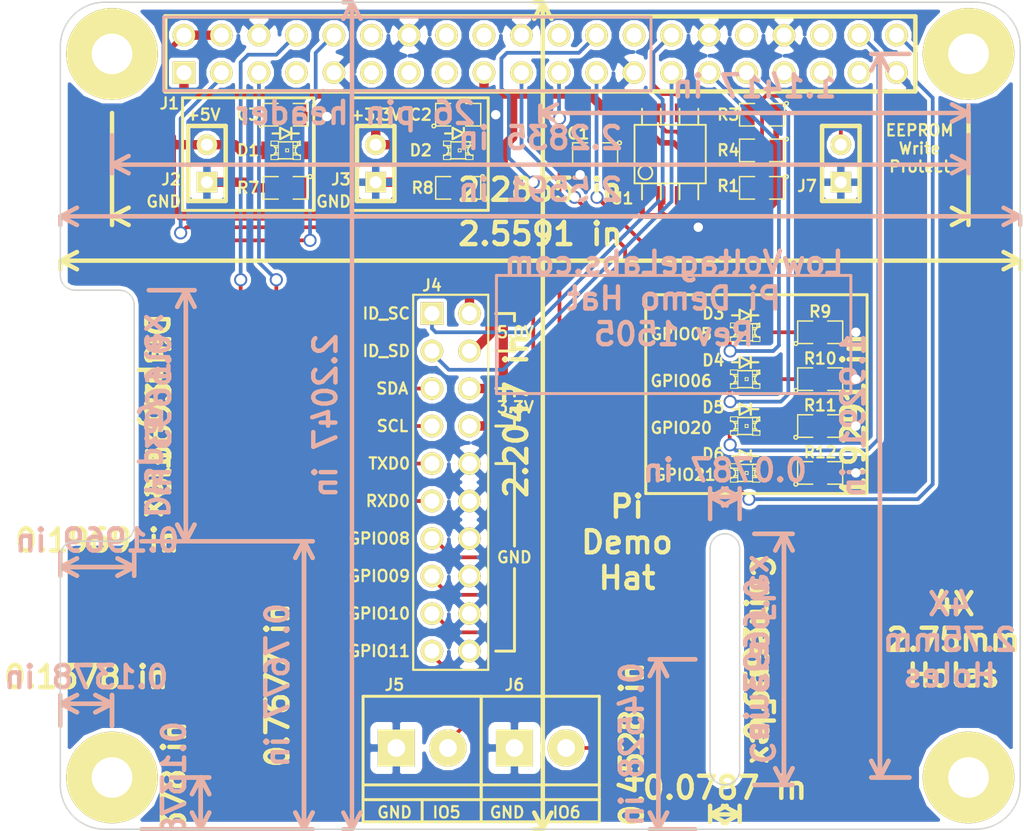
<source format=kicad_pcb>
(kicad_pcb (version 3) (host pcbnew "(2013-jul-07)-stable")

  (general
    (links 76)
    (no_connects 0)
    (area 95.957143 47.2408 161.622 104.2484)
    (thickness 1.6)
    (drawings 122)
    (tracks 305)
    (zones 0)
    (modules 30)
    (nets 25)
  )

  (page A)
  (title_block 
    (rev 1411)
  )

  (layers
    (15 F.Cu signal)
    (0 B.Cu signal)
    (16 B.Adhes user)
    (17 F.Adhes user)
    (18 B.Paste user)
    (19 F.Paste user)
    (20 B.SilkS user)
    (21 F.SilkS user)
    (22 B.Mask user)
    (23 F.Mask user)
    (24 Dwgs.User user hide)
    (25 Cmts.User user)
    (26 Eco1.User user)
    (27 Eco2.User user)
    (28 Edge.Cuts user)
  )

  (setup
    (last_trace_width 0.254)
    (user_trace_width 0.2032)
    (user_trace_width 0.254)
    (user_trace_width 0.381)
    (user_trace_width 0.635)
    (user_trace_width 1.27)
    (trace_clearance 0.254)
    (zone_clearance 0.254)
    (zone_45_only no)
    (trace_min 0.254)
    (segment_width 0.2)
    (edge_width 0.1)
    (via_size 0.889)
    (via_drill 0.635)
    (via_min_size 0.635)
    (via_min_drill 0.508)
    (uvia_size 0.508)
    (uvia_drill 0.127)
    (uvias_allowed no)
    (uvia_min_size 0.508)
    (uvia_min_drill 0.127)
    (pcb_text_width 0.3)
    (pcb_text_size 1.5 1.5)
    (mod_edge_width 0.2)
    (mod_text_size 0.762 0.762)
    (mod_text_width 0.1524)
    (pad_size 2.5 2.5)
    (pad_drill 1.524)
    (pad_to_mask_clearance 0)
    (aux_axis_origin 0 0)
    (visible_elements FFFFFFBF)
    (pcbplotparams
      (layerselection 284196865)
      (usegerberextensions true)
      (excludeedgelayer true)
      (linewidth 0.150000)
      (plotframeref false)
      (viasonmask false)
      (mode 1)
      (useauxorigin false)
      (hpglpennumber 1)
      (hpglpenspeed 20)
      (hpglpendiameter 15)
      (hpglpenoverlay 2)
      (psnegative false)
      (psa4output false)
      (plotreference true)
      (plotvalue true)
      (plotothertext true)
      (plotinvisibletext false)
      (padsonsilk false)
      (subtractmaskfromsilk false)
      (outputformat 1)
      (mirror false)
      (drillshape 0)
      (scaleselection 1)
      (outputdirectory gerbers/))
  )

  (net 0 "")
  (net 1 +3.3V)
  (net 2 +5V)
  (net 3 /GPIO05)
  (net 4 /GPIO06)
  (net 5 /GPIO08)
  (net 6 /GPIO09)
  (net 7 /GPIO10)
  (net 8 /GPIO11)
  (net 9 /GPIO20)
  (net 10 /GPIO21)
  (net 11 /ID_SC)
  (net 12 /ID_SD)
  (net 13 /RXD0)
  (net 14 /SCL)
  (net 15 /SDA)
  (net 16 /TXD0)
  (net 17 GND)
  (net 18 N-0000015)
  (net 19 N-0000017)
  (net 20 N-0000020)
  (net 21 N-0000021)
  (net 22 N-0000040)
  (net 23 N-0000041)
  (net 24 N-0000042)

  (net_class Default "This is the default net class."
    (clearance 0.254)
    (trace_width 0.254)
    (via_dia 0.889)
    (via_drill 0.635)
    (uvia_dia 0.508)
    (uvia_drill 0.127)
    (add_net "")
    (add_net +3.3V)
    (add_net +5V)
    (add_net /GPIO05)
    (add_net /GPIO06)
    (add_net /GPIO08)
    (add_net /GPIO09)
    (add_net /GPIO10)
    (add_net /GPIO11)
    (add_net /GPIO20)
    (add_net /GPIO21)
    (add_net /ID_SC)
    (add_net /ID_SD)
    (add_net /RXD0)
    (add_net /SCL)
    (add_net /SDA)
    (add_net /TXD0)
    (add_net GND)
    (add_net N-0000015)
    (add_net N-0000017)
    (add_net N-0000020)
    (add_net N-0000021)
    (add_net N-0000040)
    (add_net N-0000041)
    (add_net N-0000042)
  )

  (module HOLE_2_75mm   locked (layer F.Cu) (tedit 545EE677) (tstamp 545EFDCA)
    (at 158 100)
    (descr "0.193\" Hole for mounting")
    (path /545EE4FB)
    (fp_text reference X2 (at 0 -3.048) (layer F.SilkS) hide
      (effects (font (size 0.762 0.762) (thickness 0.1524)))
    )
    (fp_text value TST (at 0 2.794) (layer F.SilkS) hide
      (effects (font (size 1.016 1.016) (thickness 0.254)))
    )
    (pad 1 thru_hole circle (at 0 0) (size 6.2 6.2) (drill 2.75)
      (layers *.Cu *.Mask F.SilkS)
    )
  )

  (module HOLE_2_75mm   locked (layer F.Cu) (tedit 545EE677) (tstamp 545EFDC4)
    (at 100 51)
    (descr "0.193\" Hole for mounting")
    (path /545EE501)
    (fp_text reference X3 (at 0 -3.048) (layer F.SilkS) hide
      (effects (font (size 0.762 0.762) (thickness 0.1524)))
    )
    (fp_text value TST (at 0 2.794) (layer F.SilkS) hide
      (effects (font (size 1.016 1.016) (thickness 0.254)))
    )
    (pad 1 thru_hole circle (at 0 0) (size 6.2 6.2) (drill 2.75)
      (layers *.Cu *.Mask F.SilkS)
    )
  )

  (module HOLE_2_75mm   locked (layer F.Cu) (tedit 545EE677) (tstamp 545EFE18)
    (at 158 51)
    (descr "0.193\" Hole for mounting")
    (path /545EE507)
    (fp_text reference X4 (at 0 -3.048) (layer F.SilkS) hide
      (effects (font (size 0.762 0.762) (thickness 0.1524)))
    )
    (fp_text value TST (at 0 2.794) (layer F.SilkS) hide
      (effects (font (size 1.016 1.016) (thickness 0.254)))
    )
    (pad 1 thru_hole circle (at 0 0) (size 6.2 6.2) (drill 2.75)
      (layers *.Cu *.Mask F.SilkS)
    )
  )

  (module HOLE_2_75mm   locked (layer F.Cu) (tedit 545EE677) (tstamp 545EFDD0)
    (at 100 100)
    (descr "0.193\" Hole for mounting")
    (path /545EE4EE)
    (fp_text reference X1 (at 0 -3.048) (layer F.SilkS) hide
      (effects (font (size 0.762 0.762) (thickness 0.1524)))
    )
    (fp_text value TST (at 0 2.794) (layer F.SilkS) hide
      (effects (font (size 1.016 1.016) (thickness 0.254)))
    )
    (pad 1 thru_hole circle (at 0 0) (size 6.2 6.2) (drill 2.75)
      (layers *.Cu *.Mask F.SilkS)
    )
  )

  (module PIN_ARRAY_20X2   locked (layer F.Cu) (tedit 547B3F9C) (tstamp 545FBB7D)
    (at 129 51)
    (descr "Double rangee de contacts 2 x 12 pins")
    (tags CONN)
    (path /545EF441)
    (fp_text reference J1 (at -25.114 3.356) (layer F.SilkS)
      (effects (font (size 0.762 0.762) (thickness 0.1524)))
    )
    (fp_text value CONN_20X2 (at 0 3.81) (layer F.SilkS) hide
      (effects (font (size 1.016 1.016) (thickness 0.2032)))
    )
    (fp_line (start 25.4 2.54) (end -25.4 2.54) (layer F.SilkS) (width 0.3048))
    (fp_line (start 25.4 -2.54) (end -25.4 -2.54) (layer F.SilkS) (width 0.3048))
    (fp_line (start 25.4 -2.54) (end 25.4 2.54) (layer F.SilkS) (width 0.3048))
    (fp_line (start -25.4 -2.54) (end -25.4 2.54) (layer F.SilkS) (width 0.3048))
    (pad 1 thru_hole rect (at -24.13 1.27) (size 1.524 1.524) (drill 1.016)
      (layers *.Cu *.Mask F.SilkS)
      (net 1 +3.3V)
    )
    (pad 2 thru_hole circle (at -24.13 -1.27) (size 1.524 1.524) (drill 1.016)
      (layers *.Cu *.Mask F.SilkS)
      (net 2 +5V)
    )
    (pad 11 thru_hole circle (at -11.43 1.27) (size 1.524 1.524) (drill 1.016)
      (layers *.Cu *.Mask F.SilkS)
    )
    (pad 4 thru_hole circle (at -21.59 -1.27) (size 1.524 1.524) (drill 1.016)
      (layers *.Cu *.Mask F.SilkS)
      (net 2 +5V)
    )
    (pad 13 thru_hole circle (at -8.89 1.27) (size 1.524 1.524) (drill 1.016)
      (layers *.Cu *.Mask F.SilkS)
    )
    (pad 6 thru_hole circle (at -19.05 -1.27) (size 1.524 1.524) (drill 1.016)
      (layers *.Cu *.Mask F.SilkS)
      (net 17 GND)
    )
    (pad 15 thru_hole circle (at -6.35 1.27) (size 1.524 1.524) (drill 1.016)
      (layers *.Cu *.Mask F.SilkS)
    )
    (pad 8 thru_hole circle (at -16.51 -1.27) (size 1.524 1.524) (drill 1.016)
      (layers *.Cu *.Mask F.SilkS)
      (net 16 /TXD0)
    )
    (pad 17 thru_hole circle (at -3.81 1.27) (size 1.524 1.524) (drill 1.016)
      (layers *.Cu *.Mask F.SilkS)
      (net 1 +3.3V)
    )
    (pad 10 thru_hole circle (at -13.97 -1.27) (size 1.524 1.524) (drill 1.016)
      (layers *.Cu *.Mask F.SilkS)
      (net 13 /RXD0)
    )
    (pad 19 thru_hole circle (at -1.27 1.27) (size 1.524 1.524) (drill 1.016)
      (layers *.Cu *.Mask F.SilkS)
      (net 7 /GPIO10)
    )
    (pad 12 thru_hole circle (at -11.43 -1.27) (size 1.524 1.524) (drill 1.016)
      (layers *.Cu *.Mask F.SilkS)
    )
    (pad 21 thru_hole circle (at 1.27 1.27) (size 1.524 1.524) (drill 1.016)
      (layers *.Cu *.Mask F.SilkS)
      (net 6 /GPIO09)
    )
    (pad 14 thru_hole circle (at -8.89 -1.27) (size 1.524 1.524) (drill 1.016)
      (layers *.Cu *.Mask F.SilkS)
      (net 17 GND)
    )
    (pad 23 thru_hole circle (at 3.81 1.27) (size 1.524 1.524) (drill 1.016)
      (layers *.Cu *.Mask F.SilkS)
      (net 8 /GPIO11)
    )
    (pad 16 thru_hole circle (at -6.35 -1.27) (size 1.524 1.524) (drill 1.016)
      (layers *.Cu *.Mask F.SilkS)
    )
    (pad 25 thru_hole circle (at 6.35 1.27) (size 1.524 1.524) (drill 1.016)
      (layers *.Cu *.Mask F.SilkS)
      (net 17 GND)
    )
    (pad 18 thru_hole circle (at -3.81 -1.27) (size 1.524 1.524) (drill 1.016)
      (layers *.Cu *.Mask F.SilkS)
    )
    (pad 27 thru_hole circle (at 8.89 1.27) (size 1.524 1.524) (drill 1.016)
      (layers *.Cu *.Mask F.SilkS)
      (net 12 /ID_SD)
    )
    (pad 20 thru_hole circle (at -1.27 -1.27) (size 1.524 1.524) (drill 1.016)
      (layers *.Cu *.Mask F.SilkS)
      (net 17 GND)
    )
    (pad 29 thru_hole circle (at 11.43 1.27) (size 1.524 1.524) (drill 1.016)
      (layers *.Cu *.Mask F.SilkS)
      (net 3 /GPIO05)
    )
    (pad 22 thru_hole circle (at 1.27 -1.27) (size 1.524 1.524) (drill 1.016)
      (layers *.Cu *.Mask F.SilkS)
    )
    (pad 31 thru_hole circle (at 13.97 1.27) (size 1.524 1.524) (drill 1.016)
      (layers *.Cu *.Mask F.SilkS)
      (net 4 /GPIO06)
    )
    (pad 24 thru_hole circle (at 3.81 -1.27) (size 1.524 1.524) (drill 1.016)
      (layers *.Cu *.Mask F.SilkS)
      (net 5 /GPIO08)
    )
    (pad 26 thru_hole circle (at 6.35 -1.27) (size 1.524 1.524) (drill 1.016)
      (layers *.Cu *.Mask F.SilkS)
    )
    (pad 33 thru_hole circle (at 16.51 1.27) (size 1.524 1.524) (drill 1.016)
      (layers *.Cu *.Mask F.SilkS)
    )
    (pad 28 thru_hole circle (at 8.89 -1.27) (size 1.524 1.524) (drill 1.016)
      (layers *.Cu *.Mask F.SilkS)
      (net 11 /ID_SC)
    )
    (pad 32 thru_hole circle (at 13.97 -1.27) (size 1.524 1.524) (drill 1.016)
      (layers *.Cu *.Mask F.SilkS)
    )
    (pad 34 thru_hole circle (at 16.51 -1.27) (size 1.524 1.524) (drill 1.016)
      (layers *.Cu *.Mask F.SilkS)
      (net 17 GND)
    )
    (pad 36 thru_hole circle (at 19.05 -1.27) (size 1.524 1.524) (drill 1.016)
      (layers *.Cu *.Mask F.SilkS)
    )
    (pad 38 thru_hole circle (at 21.59 -1.27) (size 1.524 1.524) (drill 1.016)
      (layers *.Cu *.Mask F.SilkS)
      (net 9 /GPIO20)
    )
    (pad 35 thru_hole circle (at 19.05 1.27) (size 1.524 1.524) (drill 1.016)
      (layers *.Cu *.Mask F.SilkS)
    )
    (pad 37 thru_hole circle (at 21.59 1.27) (size 1.524 1.524) (drill 1.016)
      (layers *.Cu *.Mask F.SilkS)
    )
    (pad 3 thru_hole circle (at -21.59 1.27) (size 1.524 1.524) (drill 1.016)
      (layers *.Cu *.Mask F.SilkS)
      (net 15 /SDA)
    )
    (pad 5 thru_hole circle (at -19.05 1.27) (size 1.524 1.524) (drill 1.016)
      (layers *.Cu *.Mask F.SilkS)
      (net 14 /SCL)
    )
    (pad 7 thru_hole circle (at -16.51 1.27) (size 1.524 1.524) (drill 1.016)
      (layers *.Cu *.Mask F.SilkS)
    )
    (pad 9 thru_hole circle (at -13.97 1.27) (size 1.524 1.524) (drill 1.016)
      (layers *.Cu *.Mask F.SilkS)
      (net 17 GND)
    )
    (pad 39 thru_hole circle (at 24.13 1.27) (size 1.524 1.524) (drill 1.016)
      (layers *.Cu *.Mask F.SilkS)
      (net 17 GND)
    )
    (pad 40 thru_hole circle (at 24.13 -1.27) (size 1.524 1.524) (drill 1.016)
      (layers *.Cu *.Mask F.SilkS)
      (net 10 /GPIO21)
    )
    (pad 30 thru_hole circle (at 11.43 -1.27) (size 1.524 1.524) (drill 1.016)
      (layers *.Cu *.Mask F.SilkS)
      (net 17 GND)
    )
    (model pin_array/pins_array_20x2.wrl
      (at (xyz 0 0 0))
      (scale (xyz 1 1 1))
      (rotate (xyz 0 0 0))
    )
  )

  (module so-8 (layer F.Cu) (tedit 5472AA49) (tstamp 5472A99B)
    (at 137.795 57.785)
    (descr SO-8)
    (path /5472063A)
    (fp_text reference U1 (at -3.25 3) (layer F.SilkS)
      (effects (font (size 0.762 0.762) (thickness 0.1524)))
    )
    (fp_text value "OnSemi CAT24C32" (at 0 1.016) (layer F.SilkS) hide
      (effects (font (size 0.7493 0.7493) (thickness 0.14986)))
    )
    (fp_line (start -2.413 -1.9812) (end -2.413 1.9812) (layer F.SilkS) (width 0.127))
    (fp_line (start -2.413 1.9812) (end 2.413 1.9812) (layer F.SilkS) (width 0.127))
    (fp_line (start 2.413 1.9812) (end 2.413 -1.9812) (layer F.SilkS) (width 0.127))
    (fp_line (start 2.413 -1.9812) (end -2.413 -1.9812) (layer F.SilkS) (width 0.127))
    (fp_line (start -1.905 -1.9812) (end -1.905 -3.0734) (layer F.SilkS) (width 0.127))
    (fp_line (start -0.635 -1.9812) (end -0.635 -3.0734) (layer F.SilkS) (width 0.127))
    (fp_line (start 0.635 -1.9812) (end 0.635 -3.0734) (layer F.SilkS) (width 0.127))
    (fp_line (start 1.905 -3.0734) (end 1.905 -1.9812) (layer F.SilkS) (width 0.127))
    (fp_line (start 1.905 1.9812) (end 1.905 3.0734) (layer F.SilkS) (width 0.127))
    (fp_line (start 0.635 3.0734) (end 0.635 1.9812) (layer F.SilkS) (width 0.127))
    (fp_line (start -0.635 3.0734) (end -0.635 1.9812) (layer F.SilkS) (width 0.127))
    (fp_line (start -1.905 3.0734) (end -1.905 1.9812) (layer F.SilkS) (width 0.127))
    (fp_circle (center -1.6764 1.2446) (end -1.9558 1.6256) (layer F.SilkS) (width 0.127))
    (pad 1 smd rect (at -1.905 2.794) (size 0.635 1.27)
      (layers F.Cu F.Paste F.Mask)
      (net 17 GND)
    )
    (pad 2 smd rect (at -0.635 2.794) (size 0.635 1.27)
      (layers F.Cu F.Paste F.Mask)
      (net 17 GND)
    )
    (pad 3 smd rect (at 0.635 2.794) (size 0.635 1.27)
      (layers F.Cu F.Paste F.Mask)
      (net 17 GND)
    )
    (pad 4 smd rect (at 1.905 2.794) (size 0.635 1.27)
      (layers F.Cu F.Paste F.Mask)
      (net 17 GND)
    )
    (pad 5 smd rect (at 1.905 -2.794) (size 0.635 1.27)
      (layers F.Cu F.Paste F.Mask)
      (net 12 /ID_SD)
    )
    (pad 6 smd rect (at 0.635 -2.794) (size 0.635 1.27)
      (layers F.Cu F.Paste F.Mask)
      (net 11 /ID_SC)
    )
    (pad 7 smd rect (at -0.635 -2.794) (size 0.635 1.27)
      (layers F.Cu F.Paste F.Mask)
      (net 24 N-0000042)
    )
    (pad 8 smd rect (at -1.905 -2.794) (size 0.635 1.27)
      (layers F.Cu F.Paste F.Mask)
      (net 1 +3.3V)
    )
    (model smd/smd_dil/so-8.wrl
      (at (xyz 0 0 0))
      (scale (xyz 1 1 1))
      (rotate (xyz 0 0 0))
    )
  )

  (module SM0805 (layer F.Cu) (tedit 547B4245) (tstamp 5472A9A8)
    (at 132.715 57.785 180)
    (path /54720464)
    (attr smd)
    (fp_text reference C1 (at 1.143 1.397 180) (layer F.SilkS)
      (effects (font (size 0.762 0.762) (thickness 0.1524)))
    )
    (fp_text value C (at 0 0.381 180) (layer F.SilkS) hide
      (effects (font (size 0.50038 0.50038) (thickness 0.10922)))
    )
    (fp_circle (center -1.651 0.762) (end -1.651 0.635) (layer F.SilkS) (width 0.09906))
    (fp_line (start -0.508 0.762) (end -1.524 0.762) (layer F.SilkS) (width 0.09906))
    (fp_line (start -1.524 0.762) (end -1.524 -0.762) (layer F.SilkS) (width 0.09906))
    (fp_line (start -1.524 -0.762) (end -0.508 -0.762) (layer F.SilkS) (width 0.09906))
    (fp_line (start 0.508 -0.762) (end 1.524 -0.762) (layer F.SilkS) (width 0.09906))
    (fp_line (start 1.524 -0.762) (end 1.524 0.762) (layer F.SilkS) (width 0.09906))
    (fp_line (start 1.524 0.762) (end 0.508 0.762) (layer F.SilkS) (width 0.09906))
    (pad 1 smd rect (at -0.9525 0 180) (size 0.889 1.397)
      (layers F.Cu F.Paste F.Mask)
      (net 1 +3.3V)
    )
    (pad 2 smd rect (at 0.9525 0 180) (size 0.889 1.397)
      (layers F.Cu F.Paste F.Mask)
      (net 17 GND)
    )
    (model smd/chip_cms.wrl
      (at (xyz 0 0 0))
      (scale (xyz 0.1 0.1 0.1))
      (rotate (xyz 0 0 0))
    )
  )

  (module SM0805 (layer F.Cu) (tedit 5472B567) (tstamp 5472A9C2)
    (at 144.018 55.118 180)
    (path /54720480)
    (attr smd)
    (fp_text reference R3 (at 2.286 0 180) (layer F.SilkS)
      (effects (font (size 0.762 0.762) (thickness 0.1524)))
    )
    (fp_text value 3.9K (at 0 0.381 180) (layer F.SilkS) hide
      (effects (font (size 0.50038 0.50038) (thickness 0.10922)))
    )
    (fp_circle (center -1.651 0.762) (end -1.651 0.635) (layer F.SilkS) (width 0.09906))
    (fp_line (start -0.508 0.762) (end -1.524 0.762) (layer F.SilkS) (width 0.09906))
    (fp_line (start -1.524 0.762) (end -1.524 -0.762) (layer F.SilkS) (width 0.09906))
    (fp_line (start -1.524 -0.762) (end -0.508 -0.762) (layer F.SilkS) (width 0.09906))
    (fp_line (start 0.508 -0.762) (end 1.524 -0.762) (layer F.SilkS) (width 0.09906))
    (fp_line (start 1.524 -0.762) (end 1.524 0.762) (layer F.SilkS) (width 0.09906))
    (fp_line (start 1.524 0.762) (end 0.508 0.762) (layer F.SilkS) (width 0.09906))
    (pad 1 smd rect (at -0.9525 0 180) (size 0.889 1.397)
      (layers F.Cu F.Paste F.Mask)
      (net 1 +3.3V)
    )
    (pad 2 smd rect (at 0.9525 0 180) (size 0.889 1.397)
      (layers F.Cu F.Paste F.Mask)
      (net 12 /ID_SD)
    )
    (model smd/chip_cms.wrl
      (at (xyz 0 0 0))
      (scale (xyz 0.1 0.1 0.1))
      (rotate (xyz 0 0 0))
    )
  )

  (module SM0805 (layer F.Cu) (tedit 5472B56B) (tstamp 5472A9CF)
    (at 144.018 57.531 180)
    (path /547204A9)
    (attr smd)
    (fp_text reference R4 (at 2.286 0 180) (layer F.SilkS)
      (effects (font (size 0.762 0.762) (thickness 0.1524)))
    )
    (fp_text value 3.9K (at 0 0.381 180) (layer F.SilkS) hide
      (effects (font (size 0.50038 0.50038) (thickness 0.10922)))
    )
    (fp_circle (center -1.651 0.762) (end -1.651 0.635) (layer F.SilkS) (width 0.09906))
    (fp_line (start -0.508 0.762) (end -1.524 0.762) (layer F.SilkS) (width 0.09906))
    (fp_line (start -1.524 0.762) (end -1.524 -0.762) (layer F.SilkS) (width 0.09906))
    (fp_line (start -1.524 -0.762) (end -0.508 -0.762) (layer F.SilkS) (width 0.09906))
    (fp_line (start 0.508 -0.762) (end 1.524 -0.762) (layer F.SilkS) (width 0.09906))
    (fp_line (start 1.524 -0.762) (end 1.524 0.762) (layer F.SilkS) (width 0.09906))
    (fp_line (start 1.524 0.762) (end 0.508 0.762) (layer F.SilkS) (width 0.09906))
    (pad 1 smd rect (at -0.9525 0 180) (size 0.889 1.397)
      (layers F.Cu F.Paste F.Mask)
      (net 1 +3.3V)
    )
    (pad 2 smd rect (at 0.9525 0 180) (size 0.889 1.397)
      (layers F.Cu F.Paste F.Mask)
      (net 11 /ID_SC)
    )
    (model smd/chip_cms.wrl
      (at (xyz 0 0 0))
      (scale (xyz 0.1 0.1 0.1))
      (rotate (xyz 0 0 0))
    )
  )

  (module SM0805 (layer F.Cu) (tedit 554528A4) (tstamp 5472A9E9)
    (at 144.018 60.071 180)
    (path /547209BD)
    (attr smd)
    (fp_text reference R1 (at 2.286 0.127 180) (layer F.SilkS)
      (effects (font (size 0.762 0.762) (thickness 0.1524)))
    )
    (fp_text value 1K (at 0 0.381 180) (layer F.SilkS) hide
      (effects (font (size 0.50038 0.50038) (thickness 0.10922)))
    )
    (fp_circle (center -1.651 0.762) (end -1.651 0.635) (layer F.SilkS) (width 0.09906))
    (fp_line (start -0.508 0.762) (end -1.524 0.762) (layer F.SilkS) (width 0.09906))
    (fp_line (start -1.524 0.762) (end -1.524 -0.762) (layer F.SilkS) (width 0.09906))
    (fp_line (start -1.524 -0.762) (end -0.508 -0.762) (layer F.SilkS) (width 0.09906))
    (fp_line (start 0.508 -0.762) (end 1.524 -0.762) (layer F.SilkS) (width 0.09906))
    (fp_line (start 1.524 -0.762) (end 1.524 0.762) (layer F.SilkS) (width 0.09906))
    (fp_line (start 1.524 0.762) (end 0.508 0.762) (layer F.SilkS) (width 0.09906))
    (pad 1 smd rect (at -0.9525 0 180) (size 0.889 1.397)
      (layers F.Cu F.Paste F.Mask)
      (net 1 +3.3V)
    )
    (pad 2 smd rect (at 0.9525 0 180) (size 0.889 1.397)
      (layers F.Cu F.Paste F.Mask)
      (net 24 N-0000042)
    )
    (model smd/chip_cms.wrl
      (at (xyz 0 0 0))
      (scale (xyz 0.1 0.1 0.1))
      (rotate (xyz 0 0 0))
    )
  )

  (module SM0805 (layer F.Cu) (tedit 5472AD63) (tstamp 5472AA03)
    (at 123.444 55.118)
    (path /5472155E)
    (attr smd)
    (fp_text reference C2 (at -2.54 0) (layer F.SilkS)
      (effects (font (size 0.762 0.762) (thickness 0.1524)))
    )
    (fp_text value 0.1uF (at 0 0.381) (layer F.SilkS) hide
      (effects (font (size 0.50038 0.50038) (thickness 0.10922)))
    )
    (fp_circle (center -1.651 0.762) (end -1.651 0.635) (layer F.SilkS) (width 0.09906))
    (fp_line (start -0.508 0.762) (end -1.524 0.762) (layer F.SilkS) (width 0.09906))
    (fp_line (start -1.524 0.762) (end -1.524 -0.762) (layer F.SilkS) (width 0.09906))
    (fp_line (start -1.524 -0.762) (end -0.508 -0.762) (layer F.SilkS) (width 0.09906))
    (fp_line (start 0.508 -0.762) (end 1.524 -0.762) (layer F.SilkS) (width 0.09906))
    (fp_line (start 1.524 -0.762) (end 1.524 0.762) (layer F.SilkS) (width 0.09906))
    (fp_line (start 1.524 0.762) (end 0.508 0.762) (layer F.SilkS) (width 0.09906))
    (pad 1 smd rect (at -0.9525 0) (size 0.889 1.397)
      (layers F.Cu F.Paste F.Mask)
      (net 1 +3.3V)
    )
    (pad 2 smd rect (at 0.9525 0) (size 0.889 1.397)
      (layers F.Cu F.Paste F.Mask)
      (net 17 GND)
    )
    (model smd/chip_cms.wrl
      (at (xyz 0 0 0))
      (scale (xyz 0.1 0.1 0.1))
      (rotate (xyz 0 0 0))
    )
  )

  (module SM0805 (layer F.Cu) (tedit 5472AD66) (tstamp 5472AA10)
    (at 111.76 55.118)
    (path /54721693)
    (attr smd)
    (fp_text reference C3 (at -2.54 0) (layer F.SilkS)
      (effects (font (size 0.762 0.762) (thickness 0.1524)))
    )
    (fp_text value 0.1uF (at 0 0.381) (layer F.SilkS) hide
      (effects (font (size 0.50038 0.50038) (thickness 0.10922)))
    )
    (fp_circle (center -1.651 0.762) (end -1.651 0.635) (layer F.SilkS) (width 0.09906))
    (fp_line (start -0.508 0.762) (end -1.524 0.762) (layer F.SilkS) (width 0.09906))
    (fp_line (start -1.524 0.762) (end -1.524 -0.762) (layer F.SilkS) (width 0.09906))
    (fp_line (start -1.524 -0.762) (end -0.508 -0.762) (layer F.SilkS) (width 0.09906))
    (fp_line (start 0.508 -0.762) (end 1.524 -0.762) (layer F.SilkS) (width 0.09906))
    (fp_line (start 1.524 -0.762) (end 1.524 0.762) (layer F.SilkS) (width 0.09906))
    (fp_line (start 1.524 0.762) (end 0.508 0.762) (layer F.SilkS) (width 0.09906))
    (pad 1 smd rect (at -0.9525 0) (size 0.889 1.397)
      (layers F.Cu F.Paste F.Mask)
      (net 2 +5V)
    )
    (pad 2 smd rect (at 0.9525 0) (size 0.889 1.397)
      (layers F.Cu F.Paste F.Mask)
      (net 17 GND)
    )
    (model smd/chip_cms.wrl
      (at (xyz 0 0 0))
      (scale (xyz 0.1 0.1 0.1))
      (rotate (xyz 0 0 0))
    )
  )

  (module SM0805 (layer F.Cu) (tedit 5472B04E) (tstamp 5472AA1D)
    (at 111.76 60.071 180)
    (path /54720C84)
    (attr smd)
    (fp_text reference R7 (at 2.54 0 180) (layer F.SilkS)
      (effects (font (size 0.762 0.762) (thickness 0.1524)))
    )
    (fp_text value 100 (at 0 0.381 180) (layer F.SilkS) hide
      (effects (font (size 0.50038 0.50038) (thickness 0.10922)))
    )
    (fp_circle (center -1.651 0.762) (end -1.651 0.635) (layer F.SilkS) (width 0.09906))
    (fp_line (start -0.508 0.762) (end -1.524 0.762) (layer F.SilkS) (width 0.09906))
    (fp_line (start -1.524 0.762) (end -1.524 -0.762) (layer F.SilkS) (width 0.09906))
    (fp_line (start -1.524 -0.762) (end -0.508 -0.762) (layer F.SilkS) (width 0.09906))
    (fp_line (start 0.508 -0.762) (end 1.524 -0.762) (layer F.SilkS) (width 0.09906))
    (fp_line (start 1.524 -0.762) (end 1.524 0.762) (layer F.SilkS) (width 0.09906))
    (fp_line (start 1.524 0.762) (end 0.508 0.762) (layer F.SilkS) (width 0.09906))
    (pad 1 smd rect (at -0.9525 0 180) (size 0.889 1.397)
      (layers F.Cu F.Paste F.Mask)
      (net 23 N-0000041)
    )
    (pad 2 smd rect (at 0.9525 0 180) (size 0.889 1.397)
      (layers F.Cu F.Paste F.Mask)
      (net 17 GND)
    )
    (model smd/chip_cms.wrl
      (at (xyz 0 0 0))
      (scale (xyz 0.1 0.1 0.1))
      (rotate (xyz 0 0 0))
    )
  )

  (module SM0805 (layer F.Cu) (tedit 5472BB1D) (tstamp 5472AA2A)
    (at 123.444 60.071 180)
    (path /54720C8A)
    (attr smd)
    (fp_text reference R8 (at 2.413 0 180) (layer F.SilkS)
      (effects (font (size 0.762 0.762) (thickness 0.1524)))
    )
    (fp_text value 100 (at 0 0.381 180) (layer F.SilkS) hide
      (effects (font (size 0.50038 0.50038) (thickness 0.10922)))
    )
    (fp_circle (center -1.651 0.762) (end -1.651 0.635) (layer F.SilkS) (width 0.09906))
    (fp_line (start -0.508 0.762) (end -1.524 0.762) (layer F.SilkS) (width 0.09906))
    (fp_line (start -1.524 0.762) (end -1.524 -0.762) (layer F.SilkS) (width 0.09906))
    (fp_line (start -1.524 -0.762) (end -0.508 -0.762) (layer F.SilkS) (width 0.09906))
    (fp_line (start 0.508 -0.762) (end 1.524 -0.762) (layer F.SilkS) (width 0.09906))
    (fp_line (start 1.524 -0.762) (end 1.524 0.762) (layer F.SilkS) (width 0.09906))
    (fp_line (start 1.524 0.762) (end 0.508 0.762) (layer F.SilkS) (width 0.09906))
    (pad 1 smd rect (at -0.9525 0 180) (size 0.889 1.397)
      (layers F.Cu F.Paste F.Mask)
      (net 22 N-0000040)
    )
    (pad 2 smd rect (at 0.9525 0 180) (size 0.889 1.397)
      (layers F.Cu F.Paste F.Mask)
      (net 17 GND)
    )
    (model smd/chip_cms.wrl
      (at (xyz 0 0 0))
      (scale (xyz 0.1 0.1 0.1))
      (rotate (xyz 0 0 0))
    )
  )

  (module SIL-2 (layer F.Cu) (tedit 547B44E0) (tstamp 547B4E40)
    (at 106.426 58.42 90)
    (descr "Connecteurs 2 pins")
    (tags "CONN DEV")
    (path /547B4008)
    (fp_text reference J2 (at -1.08 -2.426 180) (layer F.SilkS)
      (effects (font (size 0.762 0.762) (thickness 0.1524)))
    )
    (fp_text value CONN_2 (at 0 -2.54 90) (layer F.SilkS) hide
      (effects (font (size 1.524 1.016) (thickness 0.3048)))
    )
    (fp_line (start -2.54 1.27) (end -2.54 -1.27) (layer F.SilkS) (width 0.3048))
    (fp_line (start -2.54 -1.27) (end 2.54 -1.27) (layer F.SilkS) (width 0.3048))
    (fp_line (start 2.54 -1.27) (end 2.54 1.27) (layer F.SilkS) (width 0.3048))
    (fp_line (start 2.54 1.27) (end -2.54 1.27) (layer F.SilkS) (width 0.3048))
    (pad 1 thru_hole rect (at -1.27 0 90) (size 1.397 1.397) (drill 0.8128)
      (layers *.Cu *.Mask F.SilkS)
      (net 17 GND)
    )
    (pad 2 thru_hole circle (at 1.27 0 90) (size 1.397 1.397) (drill 0.8128)
      (layers *.Cu *.Mask F.SilkS)
      (net 2 +5V)
    )
  )

  (module SIL-2 (layer F.Cu) (tedit 547B44DE) (tstamp 547B4E4A)
    (at 117.856 58.42 90)
    (descr "Connecteurs 2 pins")
    (tags "CONN DEV")
    (path /547B40A3)
    (fp_text reference J3 (at -1.08 -2.356 180) (layer F.SilkS)
      (effects (font (size 0.762 0.762) (thickness 0.1524)))
    )
    (fp_text value CONN_2 (at 0 -2.54 90) (layer F.SilkS) hide
      (effects (font (size 1.524 1.016) (thickness 0.3048)))
    )
    (fp_line (start -2.54 1.27) (end -2.54 -1.27) (layer F.SilkS) (width 0.3048))
    (fp_line (start -2.54 -1.27) (end 2.54 -1.27) (layer F.SilkS) (width 0.3048))
    (fp_line (start 2.54 -1.27) (end 2.54 1.27) (layer F.SilkS) (width 0.3048))
    (fp_line (start 2.54 1.27) (end -2.54 1.27) (layer F.SilkS) (width 0.3048))
    (pad 1 thru_hole rect (at -1.27 0 90) (size 1.397 1.397) (drill 0.8128)
      (layers *.Cu *.Mask F.SilkS)
      (net 17 GND)
    )
    (pad 2 thru_hole circle (at 1.27 0 90) (size 1.397 1.397) (drill 0.8128)
      (layers *.Cu *.Mask F.SilkS)
      (net 1 +3.3V)
    )
  )

  (module SM0805 (layer F.Cu) (tedit 547F84D2) (tstamp 547BC0C1)
    (at 147.955 69.85)
    (path /547BC9F5)
    (attr smd)
    (fp_text reference R9 (at 0 -1.397) (layer F.SilkS)
      (effects (font (size 0.762 0.762) (thickness 0.1524)))
    )
    (fp_text value 100 (at 0 0.381) (layer F.SilkS) hide
      (effects (font (size 0.50038 0.50038) (thickness 0.10922)))
    )
    (fp_circle (center -1.651 0.762) (end -1.651 0.635) (layer F.SilkS) (width 0.09906))
    (fp_line (start -0.508 0.762) (end -1.524 0.762) (layer F.SilkS) (width 0.09906))
    (fp_line (start -1.524 0.762) (end -1.524 -0.762) (layer F.SilkS) (width 0.09906))
    (fp_line (start -1.524 -0.762) (end -0.508 -0.762) (layer F.SilkS) (width 0.09906))
    (fp_line (start 0.508 -0.762) (end 1.524 -0.762) (layer F.SilkS) (width 0.09906))
    (fp_line (start 1.524 -0.762) (end 1.524 0.762) (layer F.SilkS) (width 0.09906))
    (fp_line (start 1.524 0.762) (end 0.508 0.762) (layer F.SilkS) (width 0.09906))
    (pad 1 smd rect (at -0.9525 0) (size 0.889 1.397)
      (layers F.Cu F.Paste F.Mask)
      (net 19 N-0000017)
    )
    (pad 2 smd rect (at 0.9525 0) (size 0.889 1.397)
      (layers F.Cu F.Paste F.Mask)
      (net 17 GND)
    )
    (model smd/chip_cms.wrl
      (at (xyz 0 0 0))
      (scale (xyz 0.1 0.1 0.1))
      (rotate (xyz 0 0 0))
    )
  )

  (module SM0805 (layer F.Cu) (tedit 547F84D4) (tstamp 547BC0CE)
    (at 147.955 73.025)
    (path /547BCB97)
    (attr smd)
    (fp_text reference R10 (at 0 -1.397) (layer F.SilkS)
      (effects (font (size 0.762 0.762) (thickness 0.1524)))
    )
    (fp_text value 100 (at 0 0.381) (layer F.SilkS) hide
      (effects (font (size 0.50038 0.50038) (thickness 0.10922)))
    )
    (fp_circle (center -1.651 0.762) (end -1.651 0.635) (layer F.SilkS) (width 0.09906))
    (fp_line (start -0.508 0.762) (end -1.524 0.762) (layer F.SilkS) (width 0.09906))
    (fp_line (start -1.524 0.762) (end -1.524 -0.762) (layer F.SilkS) (width 0.09906))
    (fp_line (start -1.524 -0.762) (end -0.508 -0.762) (layer F.SilkS) (width 0.09906))
    (fp_line (start 0.508 -0.762) (end 1.524 -0.762) (layer F.SilkS) (width 0.09906))
    (fp_line (start 1.524 -0.762) (end 1.524 0.762) (layer F.SilkS) (width 0.09906))
    (fp_line (start 1.524 0.762) (end 0.508 0.762) (layer F.SilkS) (width 0.09906))
    (pad 1 smd rect (at -0.9525 0) (size 0.889 1.397)
      (layers F.Cu F.Paste F.Mask)
      (net 20 N-0000020)
    )
    (pad 2 smd rect (at 0.9525 0) (size 0.889 1.397)
      (layers F.Cu F.Paste F.Mask)
      (net 17 GND)
    )
    (model smd/chip_cms.wrl
      (at (xyz 0 0 0))
      (scale (xyz 0.1 0.1 0.1))
      (rotate (xyz 0 0 0))
    )
  )

  (module SM0805 (layer F.Cu) (tedit 547F84D6) (tstamp 547BC0DB)
    (at 147.955 76.2)
    (path /547BCBAB)
    (attr smd)
    (fp_text reference R11 (at 0 -1.397) (layer F.SilkS)
      (effects (font (size 0.762 0.762) (thickness 0.1524)))
    )
    (fp_text value 100 (at 0 0.381) (layer F.SilkS) hide
      (effects (font (size 0.50038 0.50038) (thickness 0.10922)))
    )
    (fp_circle (center -1.651 0.762) (end -1.651 0.635) (layer F.SilkS) (width 0.09906))
    (fp_line (start -0.508 0.762) (end -1.524 0.762) (layer F.SilkS) (width 0.09906))
    (fp_line (start -1.524 0.762) (end -1.524 -0.762) (layer F.SilkS) (width 0.09906))
    (fp_line (start -1.524 -0.762) (end -0.508 -0.762) (layer F.SilkS) (width 0.09906))
    (fp_line (start 0.508 -0.762) (end 1.524 -0.762) (layer F.SilkS) (width 0.09906))
    (fp_line (start 1.524 -0.762) (end 1.524 0.762) (layer F.SilkS) (width 0.09906))
    (fp_line (start 1.524 0.762) (end 0.508 0.762) (layer F.SilkS) (width 0.09906))
    (pad 1 smd rect (at -0.9525 0) (size 0.889 1.397)
      (layers F.Cu F.Paste F.Mask)
      (net 21 N-0000021)
    )
    (pad 2 smd rect (at 0.9525 0) (size 0.889 1.397)
      (layers F.Cu F.Paste F.Mask)
      (net 17 GND)
    )
    (model smd/chip_cms.wrl
      (at (xyz 0 0 0))
      (scale (xyz 0.1 0.1 0.1))
      (rotate (xyz 0 0 0))
    )
  )

  (module SM0805 (layer F.Cu) (tedit 547F84D9) (tstamp 547BC0E8)
    (at 147.955 79.375)
    (path /547BCBC0)
    (attr smd)
    (fp_text reference R12 (at 0 -1.397) (layer F.SilkS)
      (effects (font (size 0.762 0.762) (thickness 0.1524)))
    )
    (fp_text value 100 (at 0 0.381) (layer F.SilkS) hide
      (effects (font (size 0.50038 0.50038) (thickness 0.10922)))
    )
    (fp_circle (center -1.651 0.762) (end -1.651 0.635) (layer F.SilkS) (width 0.09906))
    (fp_line (start -0.508 0.762) (end -1.524 0.762) (layer F.SilkS) (width 0.09906))
    (fp_line (start -1.524 0.762) (end -1.524 -0.762) (layer F.SilkS) (width 0.09906))
    (fp_line (start -1.524 -0.762) (end -0.508 -0.762) (layer F.SilkS) (width 0.09906))
    (fp_line (start 0.508 -0.762) (end 1.524 -0.762) (layer F.SilkS) (width 0.09906))
    (fp_line (start 1.524 -0.762) (end 1.524 0.762) (layer F.SilkS) (width 0.09906))
    (fp_line (start 1.524 0.762) (end 0.508 0.762) (layer F.SilkS) (width 0.09906))
    (pad 1 smd rect (at -0.9525 0) (size 0.889 1.397)
      (layers F.Cu F.Paste F.Mask)
      (net 18 N-0000015)
    )
    (pad 2 smd rect (at 0.9525 0) (size 0.889 1.397)
      (layers F.Cu F.Paste F.Mask)
      (net 17 GND)
    )
    (model smd/chip_cms.wrl
      (at (xyz 0 0 0))
      (scale (xyz 0.1 0.1 0.1))
      (rotate (xyz 0 0 0))
    )
  )

  (module pin_array_10x2 (layer F.Cu) (tedit 547BC3B8) (tstamp 547BC6D3)
    (at 122.936 80.01 270)
    (descr "Double rangee de contacts 2 x 12 pins")
    (tags CONN)
    (path /547B4A06)
    (fp_text reference J4 (at -13.335 1.27 360) (layer F.SilkS)
      (effects (font (size 0.762 0.762) (thickness 0.1524)))
    )
    (fp_text value CONN_10X2 (at 0 3.81 270) (layer F.SilkS) hide
      (effects (font (size 1 1) (thickness 0.15)))
    )
    (fp_line (start -12.7 -2.54) (end -12.7 2.54) (layer F.SilkS) (width 0.15))
    (fp_line (start -12.7 2.54) (end 12.7 2.54) (layer F.SilkS) (width 0.15))
    (fp_line (start 12.7 2.54) (end 12.7 -2.54) (layer F.SilkS) (width 0.15))
    (fp_line (start 12.7 -2.54) (end -12.7 -2.54) (layer F.SilkS) (width 0.15))
    (pad 1 thru_hole rect (at -11.43 1.27 270) (size 1.524 1.524) (drill 1.016)
      (layers *.Cu *.Mask F.SilkS)
      (net 11 /ID_SC)
    )
    (pad 2 thru_hole circle (at -11.43 -1.27 270) (size 1.524 1.524) (drill 1.016)
      (layers *.Cu *.Mask F.SilkS)
      (net 2 +5V)
    )
    (pad 3 thru_hole circle (at -8.89 1.27 270) (size 1.524 1.524) (drill 1.016)
      (layers *.Cu *.Mask F.SilkS)
      (net 12 /ID_SD)
    )
    (pad 4 thru_hole circle (at -8.89 -1.27 270) (size 1.524 1.524) (drill 1.016)
      (layers *.Cu *.Mask F.SilkS)
      (net 2 +5V)
    )
    (pad 5 thru_hole circle (at -6.35 1.27 270) (size 1.524 1.524) (drill 1.016)
      (layers *.Cu *.Mask F.SilkS)
      (net 15 /SDA)
    )
    (pad 6 thru_hole circle (at -6.35 -1.27 270) (size 1.524 1.524) (drill 1.016)
      (layers *.Cu *.Mask F.SilkS)
      (net 1 +3.3V)
    )
    (pad 7 thru_hole circle (at -3.81 1.27 270) (size 1.524 1.524) (drill 1.016)
      (layers *.Cu *.Mask F.SilkS)
      (net 14 /SCL)
    )
    (pad 8 thru_hole circle (at -3.81 -1.27 270) (size 1.524 1.524) (drill 1.016)
      (layers *.Cu *.Mask F.SilkS)
      (net 1 +3.3V)
    )
    (pad 9 thru_hole circle (at -1.27 1.27 270) (size 1.524 1.524) (drill 1.016)
      (layers *.Cu *.Mask F.SilkS)
      (net 16 /TXD0)
    )
    (pad 10 thru_hole circle (at -1.27 -1.27 270) (size 1.524 1.524) (drill 1.016)
      (layers *.Cu *.Mask F.SilkS)
      (net 17 GND)
    )
    (pad 11 thru_hole circle (at 1.27 1.27 270) (size 1.524 1.524) (drill 1.016)
      (layers *.Cu *.Mask F.SilkS)
      (net 13 /RXD0)
    )
    (pad 12 thru_hole circle (at 1.27 -1.27 270) (size 1.524 1.524) (drill 1.016)
      (layers *.Cu *.Mask F.SilkS)
      (net 17 GND)
    )
    (pad 13 thru_hole circle (at 3.81 1.27 270) (size 1.524 1.524) (drill 1.016)
      (layers *.Cu *.Mask F.SilkS)
      (net 5 /GPIO08)
    )
    (pad 14 thru_hole circle (at 3.81 -1.27 270) (size 1.524 1.524) (drill 1.016)
      (layers *.Cu *.Mask F.SilkS)
      (net 17 GND)
    )
    (pad 15 thru_hole circle (at 6.35 1.27 270) (size 1.524 1.524) (drill 1.016)
      (layers *.Cu *.Mask F.SilkS)
      (net 6 /GPIO09)
    )
    (pad 16 thru_hole circle (at 6.35 -1.27 270) (size 1.524 1.524) (drill 1.016)
      (layers *.Cu *.Mask F.SilkS)
      (net 17 GND)
    )
    (pad 17 thru_hole circle (at 8.89 1.27 270) (size 1.524 1.524) (drill 1.016)
      (layers *.Cu *.Mask F.SilkS)
      (net 7 /GPIO10)
    )
    (pad 18 thru_hole circle (at 8.89 -1.27 270) (size 1.524 1.524) (drill 1.016)
      (layers *.Cu *.Mask F.SilkS)
      (net 17 GND)
    )
    (pad 19 thru_hole circle (at 11.43 1.27 270) (size 1.524 1.524) (drill 1.016)
      (layers *.Cu *.Mask F.SilkS)
      (net 8 /GPIO11)
    )
    (pad 20 thru_hole circle (at 11.43 -1.27 270) (size 1.524 1.524) (drill 1.016)
      (layers *.Cu *.Mask F.SilkS)
      (net 17 GND)
    )
    (model pin_array/pins_array_10x2.wrl
      (at (xyz 0 0 0))
      (scale (xyz 1 1 1))
      (rotate (xyz 0 0 0))
    )
  )

  (module LED-0805 (layer F.Cu) (tedit 547FB6C1) (tstamp 547BC1D4)
    (at 142.875 79.375)
    (descr "LED 0805 smd package")
    (tags "LED 0805 SMD")
    (path /547BCBBA)
    (attr smd)
    (fp_text reference D6 (at -2.159 -1.27) (layer F.SilkS)
      (effects (font (size 0.762 0.762) (thickness 0.1524)))
    )
    (fp_text value LED (at 0 1.27) (layer F.SilkS) hide
      (effects (font (size 0.762 0.762) (thickness 0.127)))
    )
    (fp_line (start 0.381 -1.143) (end 0.889 -1.143) (layer F.SilkS) (width 0.15))
    (fp_line (start 0.381 -1.524) (end 0.381 -0.762) (layer F.SilkS) (width 0.15))
    (fp_line (start -0.889 -1.143) (end -0.381 -1.143) (layer F.SilkS) (width 0.15))
    (fp_line (start -0.381 -1.143) (end -0.381 -1.524) (layer F.SilkS) (width 0.15))
    (fp_line (start -0.381 -1.524) (end -0.381 -0.762) (layer F.SilkS) (width 0.15))
    (fp_line (start -0.381 -0.762) (end 0.381 -1.143) (layer F.SilkS) (width 0.15))
    (fp_line (start 0.381 -1.143) (end -0.381 -1.524) (layer F.SilkS) (width 0.15))
    (fp_line (start 0.49784 0.29972) (end 0.49784 0.62484) (layer F.SilkS) (width 0.06604))
    (fp_line (start 0.49784 0.62484) (end 0.99822 0.62484) (layer F.SilkS) (width 0.06604))
    (fp_line (start 0.99822 0.29972) (end 0.99822 0.62484) (layer F.SilkS) (width 0.06604))
    (fp_line (start 0.49784 0.29972) (end 0.99822 0.29972) (layer F.SilkS) (width 0.06604))
    (fp_line (start 0.49784 -0.32258) (end 0.49784 -0.17272) (layer F.SilkS) (width 0.06604))
    (fp_line (start 0.49784 -0.17272) (end 0.7493 -0.17272) (layer F.SilkS) (width 0.06604))
    (fp_line (start 0.7493 -0.32258) (end 0.7493 -0.17272) (layer F.SilkS) (width 0.06604))
    (fp_line (start 0.49784 -0.32258) (end 0.7493 -0.32258) (layer F.SilkS) (width 0.06604))
    (fp_line (start 0.49784 0.17272) (end 0.49784 0.32258) (layer F.SilkS) (width 0.06604))
    (fp_line (start 0.49784 0.32258) (end 0.7493 0.32258) (layer F.SilkS) (width 0.06604))
    (fp_line (start 0.7493 0.17272) (end 0.7493 0.32258) (layer F.SilkS) (width 0.06604))
    (fp_line (start 0.49784 0.17272) (end 0.7493 0.17272) (layer F.SilkS) (width 0.06604))
    (fp_line (start 0.49784 -0.19812) (end 0.49784 0.19812) (layer F.SilkS) (width 0.06604))
    (fp_line (start 0.49784 0.19812) (end 0.6731 0.19812) (layer F.SilkS) (width 0.06604))
    (fp_line (start 0.6731 -0.19812) (end 0.6731 0.19812) (layer F.SilkS) (width 0.06604))
    (fp_line (start 0.49784 -0.19812) (end 0.6731 -0.19812) (layer F.SilkS) (width 0.06604))
    (fp_line (start -0.99822 0.29972) (end -0.99822 0.62484) (layer F.SilkS) (width 0.06604))
    (fp_line (start -0.99822 0.62484) (end -0.49784 0.62484) (layer F.SilkS) (width 0.06604))
    (fp_line (start -0.49784 0.29972) (end -0.49784 0.62484) (layer F.SilkS) (width 0.06604))
    (fp_line (start -0.99822 0.29972) (end -0.49784 0.29972) (layer F.SilkS) (width 0.06604))
    (fp_line (start -0.99822 -0.62484) (end -0.99822 -0.29972) (layer F.SilkS) (width 0.06604))
    (fp_line (start -0.99822 -0.29972) (end -0.49784 -0.29972) (layer F.SilkS) (width 0.06604))
    (fp_line (start -0.49784 -0.62484) (end -0.49784 -0.29972) (layer F.SilkS) (width 0.06604))
    (fp_line (start -0.99822 -0.62484) (end -0.49784 -0.62484) (layer F.SilkS) (width 0.06604))
    (fp_line (start -0.7493 0.17272) (end -0.7493 0.32258) (layer F.SilkS) (width 0.06604))
    (fp_line (start -0.7493 0.32258) (end -0.49784 0.32258) (layer F.SilkS) (width 0.06604))
    (fp_line (start -0.49784 0.17272) (end -0.49784 0.32258) (layer F.SilkS) (width 0.06604))
    (fp_line (start -0.7493 0.17272) (end -0.49784 0.17272) (layer F.SilkS) (width 0.06604))
    (fp_line (start -0.7493 -0.32258) (end -0.7493 -0.17272) (layer F.SilkS) (width 0.06604))
    (fp_line (start -0.7493 -0.17272) (end -0.49784 -0.17272) (layer F.SilkS) (width 0.06604))
    (fp_line (start -0.49784 -0.32258) (end -0.49784 -0.17272) (layer F.SilkS) (width 0.06604))
    (fp_line (start -0.7493 -0.32258) (end -0.49784 -0.32258) (layer F.SilkS) (width 0.06604))
    (fp_line (start -0.6731 -0.19812) (end -0.6731 0.19812) (layer F.SilkS) (width 0.06604))
    (fp_line (start -0.6731 0.19812) (end -0.49784 0.19812) (layer F.SilkS) (width 0.06604))
    (fp_line (start -0.49784 -0.19812) (end -0.49784 0.19812) (layer F.SilkS) (width 0.06604))
    (fp_line (start -0.6731 -0.19812) (end -0.49784 -0.19812) (layer F.SilkS) (width 0.06604))
    (fp_line (start 0 -0.09906) (end 0 0.09906) (layer F.SilkS) (width 0.06604))
    (fp_line (start 0 0.09906) (end 0.19812 0.09906) (layer F.SilkS) (width 0.06604))
    (fp_line (start 0.19812 -0.09906) (end 0.19812 0.09906) (layer F.SilkS) (width 0.06604))
    (fp_line (start 0 -0.09906) (end 0.19812 -0.09906) (layer F.SilkS) (width 0.06604))
    (fp_line (start 0.49784 -0.59944) (end 0.49784 -0.29972) (layer F.SilkS) (width 0.06604))
    (fp_line (start 0.49784 -0.29972) (end 0.79756 -0.29972) (layer F.SilkS) (width 0.06604))
    (fp_line (start 0.79756 -0.59944) (end 0.79756 -0.29972) (layer F.SilkS) (width 0.06604))
    (fp_line (start 0.49784 -0.59944) (end 0.79756 -0.59944) (layer F.SilkS) (width 0.06604))
    (fp_line (start 0.92456 -0.62484) (end 0.92456 -0.39878) (layer F.SilkS) (width 0.06604))
    (fp_line (start 0.92456 -0.39878) (end 0.99822 -0.39878) (layer F.SilkS) (width 0.06604))
    (fp_line (start 0.99822 -0.62484) (end 0.99822 -0.39878) (layer F.SilkS) (width 0.06604))
    (fp_line (start 0.92456 -0.62484) (end 0.99822 -0.62484) (layer F.SilkS) (width 0.06604))
    (fp_line (start 0.52324 0.57404) (end -0.52324 0.57404) (layer F.SilkS) (width 0.1016))
    (fp_line (start -0.49784 -0.57404) (end 0.92456 -0.57404) (layer F.SilkS) (width 0.1016))
    (fp_circle (center 0.84836 -0.44958) (end 0.89916 -0.50038) (layer F.SilkS) (width 0.0508))
    (fp_arc (start 0.99822 0) (end 0.99822 0.34798) (angle 180) (layer F.SilkS) (width 0.1016))
    (fp_arc (start -0.99822 0) (end -0.99822 -0.34798) (angle 180) (layer F.SilkS) (width 0.1016))
    (pad 1 smd rect (at -1.04902 0) (size 1.19888 1.19888)
      (layers F.Cu F.Paste F.Mask)
      (net 10 /GPIO21)
    )
    (pad 2 smd rect (at 1.04902 0) (size 1.19888 1.19888)
      (layers F.Cu F.Paste F.Mask)
      (net 18 N-0000015)
    )
  )

  (module LED-0805 (layer F.Cu) (tedit 547FB6B0) (tstamp 547BC199)
    (at 142.875 76.2)
    (descr "LED 0805 smd package")
    (tags "LED 0805 SMD")
    (path /547BCBA5)
    (attr smd)
    (fp_text reference D5 (at -2.159 -1.27) (layer F.SilkS)
      (effects (font (size 0.762 0.762) (thickness 0.1524)))
    )
    (fp_text value LED (at 0 1.27) (layer F.SilkS) hide
      (effects (font (size 0.762 0.762) (thickness 0.127)))
    )
    (fp_line (start 0.381 -1.143) (end 0.889 -1.143) (layer F.SilkS) (width 0.15))
    (fp_line (start 0.381 -1.524) (end 0.381 -0.762) (layer F.SilkS) (width 0.15))
    (fp_line (start -0.889 -1.143) (end -0.381 -1.143) (layer F.SilkS) (width 0.15))
    (fp_line (start -0.381 -1.143) (end -0.381 -1.524) (layer F.SilkS) (width 0.15))
    (fp_line (start -0.381 -1.524) (end -0.381 -0.762) (layer F.SilkS) (width 0.15))
    (fp_line (start -0.381 -0.762) (end 0.381 -1.143) (layer F.SilkS) (width 0.15))
    (fp_line (start 0.381 -1.143) (end -0.381 -1.524) (layer F.SilkS) (width 0.15))
    (fp_line (start 0.49784 0.29972) (end 0.49784 0.62484) (layer F.SilkS) (width 0.06604))
    (fp_line (start 0.49784 0.62484) (end 0.99822 0.62484) (layer F.SilkS) (width 0.06604))
    (fp_line (start 0.99822 0.29972) (end 0.99822 0.62484) (layer F.SilkS) (width 0.06604))
    (fp_line (start 0.49784 0.29972) (end 0.99822 0.29972) (layer F.SilkS) (width 0.06604))
    (fp_line (start 0.49784 -0.32258) (end 0.49784 -0.17272) (layer F.SilkS) (width 0.06604))
    (fp_line (start 0.49784 -0.17272) (end 0.7493 -0.17272) (layer F.SilkS) (width 0.06604))
    (fp_line (start 0.7493 -0.32258) (end 0.7493 -0.17272) (layer F.SilkS) (width 0.06604))
    (fp_line (start 0.49784 -0.32258) (end 0.7493 -0.32258) (layer F.SilkS) (width 0.06604))
    (fp_line (start 0.49784 0.17272) (end 0.49784 0.32258) (layer F.SilkS) (width 0.06604))
    (fp_line (start 0.49784 0.32258) (end 0.7493 0.32258) (layer F.SilkS) (width 0.06604))
    (fp_line (start 0.7493 0.17272) (end 0.7493 0.32258) (layer F.SilkS) (width 0.06604))
    (fp_line (start 0.49784 0.17272) (end 0.7493 0.17272) (layer F.SilkS) (width 0.06604))
    (fp_line (start 0.49784 -0.19812) (end 0.49784 0.19812) (layer F.SilkS) (width 0.06604))
    (fp_line (start 0.49784 0.19812) (end 0.6731 0.19812) (layer F.SilkS) (width 0.06604))
    (fp_line (start 0.6731 -0.19812) (end 0.6731 0.19812) (layer F.SilkS) (width 0.06604))
    (fp_line (start 0.49784 -0.19812) (end 0.6731 -0.19812) (layer F.SilkS) (width 0.06604))
    (fp_line (start -0.99822 0.29972) (end -0.99822 0.62484) (layer F.SilkS) (width 0.06604))
    (fp_line (start -0.99822 0.62484) (end -0.49784 0.62484) (layer F.SilkS) (width 0.06604))
    (fp_line (start -0.49784 0.29972) (end -0.49784 0.62484) (layer F.SilkS) (width 0.06604))
    (fp_line (start -0.99822 0.29972) (end -0.49784 0.29972) (layer F.SilkS) (width 0.06604))
    (fp_line (start -0.99822 -0.62484) (end -0.99822 -0.29972) (layer F.SilkS) (width 0.06604))
    (fp_line (start -0.99822 -0.29972) (end -0.49784 -0.29972) (layer F.SilkS) (width 0.06604))
    (fp_line (start -0.49784 -0.62484) (end -0.49784 -0.29972) (layer F.SilkS) (width 0.06604))
    (fp_line (start -0.99822 -0.62484) (end -0.49784 -0.62484) (layer F.SilkS) (width 0.06604))
    (fp_line (start -0.7493 0.17272) (end -0.7493 0.32258) (layer F.SilkS) (width 0.06604))
    (fp_line (start -0.7493 0.32258) (end -0.49784 0.32258) (layer F.SilkS) (width 0.06604))
    (fp_line (start -0.49784 0.17272) (end -0.49784 0.32258) (layer F.SilkS) (width 0.06604))
    (fp_line (start -0.7493 0.17272) (end -0.49784 0.17272) (layer F.SilkS) (width 0.06604))
    (fp_line (start -0.7493 -0.32258) (end -0.7493 -0.17272) (layer F.SilkS) (width 0.06604))
    (fp_line (start -0.7493 -0.17272) (end -0.49784 -0.17272) (layer F.SilkS) (width 0.06604))
    (fp_line (start -0.49784 -0.32258) (end -0.49784 -0.17272) (layer F.SilkS) (width 0.06604))
    (fp_line (start -0.7493 -0.32258) (end -0.49784 -0.32258) (layer F.SilkS) (width 0.06604))
    (fp_line (start -0.6731 -0.19812) (end -0.6731 0.19812) (layer F.SilkS) (width 0.06604))
    (fp_line (start -0.6731 0.19812) (end -0.49784 0.19812) (layer F.SilkS) (width 0.06604))
    (fp_line (start -0.49784 -0.19812) (end -0.49784 0.19812) (layer F.SilkS) (width 0.06604))
    (fp_line (start -0.6731 -0.19812) (end -0.49784 -0.19812) (layer F.SilkS) (width 0.06604))
    (fp_line (start 0 -0.09906) (end 0 0.09906) (layer F.SilkS) (width 0.06604))
    (fp_line (start 0 0.09906) (end 0.19812 0.09906) (layer F.SilkS) (width 0.06604))
    (fp_line (start 0.19812 -0.09906) (end 0.19812 0.09906) (layer F.SilkS) (width 0.06604))
    (fp_line (start 0 -0.09906) (end 0.19812 -0.09906) (layer F.SilkS) (width 0.06604))
    (fp_line (start 0.49784 -0.59944) (end 0.49784 -0.29972) (layer F.SilkS) (width 0.06604))
    (fp_line (start 0.49784 -0.29972) (end 0.79756 -0.29972) (layer F.SilkS) (width 0.06604))
    (fp_line (start 0.79756 -0.59944) (end 0.79756 -0.29972) (layer F.SilkS) (width 0.06604))
    (fp_line (start 0.49784 -0.59944) (end 0.79756 -0.59944) (layer F.SilkS) (width 0.06604))
    (fp_line (start 0.92456 -0.62484) (end 0.92456 -0.39878) (layer F.SilkS) (width 0.06604))
    (fp_line (start 0.92456 -0.39878) (end 0.99822 -0.39878) (layer F.SilkS) (width 0.06604))
    (fp_line (start 0.99822 -0.62484) (end 0.99822 -0.39878) (layer F.SilkS) (width 0.06604))
    (fp_line (start 0.92456 -0.62484) (end 0.99822 -0.62484) (layer F.SilkS) (width 0.06604))
    (fp_line (start 0.52324 0.57404) (end -0.52324 0.57404) (layer F.SilkS) (width 0.1016))
    (fp_line (start -0.49784 -0.57404) (end 0.92456 -0.57404) (layer F.SilkS) (width 0.1016))
    (fp_circle (center 0.84836 -0.44958) (end 0.89916 -0.50038) (layer F.SilkS) (width 0.0508))
    (fp_arc (start 0.99822 0) (end 0.99822 0.34798) (angle 180) (layer F.SilkS) (width 0.1016))
    (fp_arc (start -0.99822 0) (end -0.99822 -0.34798) (angle 180) (layer F.SilkS) (width 0.1016))
    (pad 1 smd rect (at -1.04902 0) (size 1.19888 1.19888)
      (layers F.Cu F.Paste F.Mask)
      (net 9 /GPIO20)
    )
    (pad 2 smd rect (at 1.04902 0) (size 1.19888 1.19888)
      (layers F.Cu F.Paste F.Mask)
      (net 21 N-0000021)
    )
  )

  (module LED-0805 (layer F.Cu) (tedit 547FB6B3) (tstamp 547BC15E)
    (at 142.875 73.025)
    (descr "LED 0805 smd package")
    (tags "LED 0805 SMD")
    (path /547BCB91)
    (attr smd)
    (fp_text reference D4 (at -2.159 -1.27) (layer F.SilkS)
      (effects (font (size 0.762 0.762) (thickness 0.1524)))
    )
    (fp_text value LED (at 0 1.27) (layer F.SilkS) hide
      (effects (font (size 0.762 0.762) (thickness 0.127)))
    )
    (fp_line (start 0.381 -1.143) (end 0.889 -1.143) (layer F.SilkS) (width 0.15))
    (fp_line (start 0.381 -1.524) (end 0.381 -0.762) (layer F.SilkS) (width 0.15))
    (fp_line (start -0.889 -1.143) (end -0.381 -1.143) (layer F.SilkS) (width 0.15))
    (fp_line (start -0.381 -1.143) (end -0.381 -1.524) (layer F.SilkS) (width 0.15))
    (fp_line (start -0.381 -1.524) (end -0.381 -0.762) (layer F.SilkS) (width 0.15))
    (fp_line (start -0.381 -0.762) (end 0.381 -1.143) (layer F.SilkS) (width 0.15))
    (fp_line (start 0.381 -1.143) (end -0.381 -1.524) (layer F.SilkS) (width 0.15))
    (fp_line (start 0.49784 0.29972) (end 0.49784 0.62484) (layer F.SilkS) (width 0.06604))
    (fp_line (start 0.49784 0.62484) (end 0.99822 0.62484) (layer F.SilkS) (width 0.06604))
    (fp_line (start 0.99822 0.29972) (end 0.99822 0.62484) (layer F.SilkS) (width 0.06604))
    (fp_line (start 0.49784 0.29972) (end 0.99822 0.29972) (layer F.SilkS) (width 0.06604))
    (fp_line (start 0.49784 -0.32258) (end 0.49784 -0.17272) (layer F.SilkS) (width 0.06604))
    (fp_line (start 0.49784 -0.17272) (end 0.7493 -0.17272) (layer F.SilkS) (width 0.06604))
    (fp_line (start 0.7493 -0.32258) (end 0.7493 -0.17272) (layer F.SilkS) (width 0.06604))
    (fp_line (start 0.49784 -0.32258) (end 0.7493 -0.32258) (layer F.SilkS) (width 0.06604))
    (fp_line (start 0.49784 0.17272) (end 0.49784 0.32258) (layer F.SilkS) (width 0.06604))
    (fp_line (start 0.49784 0.32258) (end 0.7493 0.32258) (layer F.SilkS) (width 0.06604))
    (fp_line (start 0.7493 0.17272) (end 0.7493 0.32258) (layer F.SilkS) (width 0.06604))
    (fp_line (start 0.49784 0.17272) (end 0.7493 0.17272) (layer F.SilkS) (width 0.06604))
    (fp_line (start 0.49784 -0.19812) (end 0.49784 0.19812) (layer F.SilkS) (width 0.06604))
    (fp_line (start 0.49784 0.19812) (end 0.6731 0.19812) (layer F.SilkS) (width 0.06604))
    (fp_line (start 0.6731 -0.19812) (end 0.6731 0.19812) (layer F.SilkS) (width 0.06604))
    (fp_line (start 0.49784 -0.19812) (end 0.6731 -0.19812) (layer F.SilkS) (width 0.06604))
    (fp_line (start -0.99822 0.29972) (end -0.99822 0.62484) (layer F.SilkS) (width 0.06604))
    (fp_line (start -0.99822 0.62484) (end -0.49784 0.62484) (layer F.SilkS) (width 0.06604))
    (fp_line (start -0.49784 0.29972) (end -0.49784 0.62484) (layer F.SilkS) (width 0.06604))
    (fp_line (start -0.99822 0.29972) (end -0.49784 0.29972) (layer F.SilkS) (width 0.06604))
    (fp_line (start -0.99822 -0.62484) (end -0.99822 -0.29972) (layer F.SilkS) (width 0.06604))
    (fp_line (start -0.99822 -0.29972) (end -0.49784 -0.29972) (layer F.SilkS) (width 0.06604))
    (fp_line (start -0.49784 -0.62484) (end -0.49784 -0.29972) (layer F.SilkS) (width 0.06604))
    (fp_line (start -0.99822 -0.62484) (end -0.49784 -0.62484) (layer F.SilkS) (width 0.06604))
    (fp_line (start -0.7493 0.17272) (end -0.7493 0.32258) (layer F.SilkS) (width 0.06604))
    (fp_line (start -0.7493 0.32258) (end -0.49784 0.32258) (layer F.SilkS) (width 0.06604))
    (fp_line (start -0.49784 0.17272) (end -0.49784 0.32258) (layer F.SilkS) (width 0.06604))
    (fp_line (start -0.7493 0.17272) (end -0.49784 0.17272) (layer F.SilkS) (width 0.06604))
    (fp_line (start -0.7493 -0.32258) (end -0.7493 -0.17272) (layer F.SilkS) (width 0.06604))
    (fp_line (start -0.7493 -0.17272) (end -0.49784 -0.17272) (layer F.SilkS) (width 0.06604))
    (fp_line (start -0.49784 -0.32258) (end -0.49784 -0.17272) (layer F.SilkS) (width 0.06604))
    (fp_line (start -0.7493 -0.32258) (end -0.49784 -0.32258) (layer F.SilkS) (width 0.06604))
    (fp_line (start -0.6731 -0.19812) (end -0.6731 0.19812) (layer F.SilkS) (width 0.06604))
    (fp_line (start -0.6731 0.19812) (end -0.49784 0.19812) (layer F.SilkS) (width 0.06604))
    (fp_line (start -0.49784 -0.19812) (end -0.49784 0.19812) (layer F.SilkS) (width 0.06604))
    (fp_line (start -0.6731 -0.19812) (end -0.49784 -0.19812) (layer F.SilkS) (width 0.06604))
    (fp_line (start 0 -0.09906) (end 0 0.09906) (layer F.SilkS) (width 0.06604))
    (fp_line (start 0 0.09906) (end 0.19812 0.09906) (layer F.SilkS) (width 0.06604))
    (fp_line (start 0.19812 -0.09906) (end 0.19812 0.09906) (layer F.SilkS) (width 0.06604))
    (fp_line (start 0 -0.09906) (end 0.19812 -0.09906) (layer F.SilkS) (width 0.06604))
    (fp_line (start 0.49784 -0.59944) (end 0.49784 -0.29972) (layer F.SilkS) (width 0.06604))
    (fp_line (start 0.49784 -0.29972) (end 0.79756 -0.29972) (layer F.SilkS) (width 0.06604))
    (fp_line (start 0.79756 -0.59944) (end 0.79756 -0.29972) (layer F.SilkS) (width 0.06604))
    (fp_line (start 0.49784 -0.59944) (end 0.79756 -0.59944) (layer F.SilkS) (width 0.06604))
    (fp_line (start 0.92456 -0.62484) (end 0.92456 -0.39878) (layer F.SilkS) (width 0.06604))
    (fp_line (start 0.92456 -0.39878) (end 0.99822 -0.39878) (layer F.SilkS) (width 0.06604))
    (fp_line (start 0.99822 -0.62484) (end 0.99822 -0.39878) (layer F.SilkS) (width 0.06604))
    (fp_line (start 0.92456 -0.62484) (end 0.99822 -0.62484) (layer F.SilkS) (width 0.06604))
    (fp_line (start 0.52324 0.57404) (end -0.52324 0.57404) (layer F.SilkS) (width 0.1016))
    (fp_line (start -0.49784 -0.57404) (end 0.92456 -0.57404) (layer F.SilkS) (width 0.1016))
    (fp_circle (center 0.84836 -0.44958) (end 0.89916 -0.50038) (layer F.SilkS) (width 0.0508))
    (fp_arc (start 0.99822 0) (end 0.99822 0.34798) (angle 180) (layer F.SilkS) (width 0.1016))
    (fp_arc (start -0.99822 0) (end -0.99822 -0.34798) (angle 180) (layer F.SilkS) (width 0.1016))
    (pad 1 smd rect (at -1.04902 0) (size 1.19888 1.19888)
      (layers F.Cu F.Paste F.Mask)
      (net 4 /GPIO06)
    )
    (pad 2 smd rect (at 1.04902 0) (size 1.19888 1.19888)
      (layers F.Cu F.Paste F.Mask)
      (net 20 N-0000020)
    )
  )

  (module LED-0805 (layer F.Cu) (tedit 547FB6B7) (tstamp 547BC123)
    (at 142.875 69.85)
    (descr "LED 0805 smd package")
    (tags "LED 0805 SMD")
    (path /547BC9EF)
    (attr smd)
    (fp_text reference D3 (at -2.159 -1.27) (layer F.SilkS)
      (effects (font (size 0.762 0.762) (thickness 0.1524)))
    )
    (fp_text value LED (at 0 1.27) (layer F.SilkS) hide
      (effects (font (size 0.762 0.762) (thickness 0.127)))
    )
    (fp_line (start 0.381 -1.143) (end 0.889 -1.143) (layer F.SilkS) (width 0.15))
    (fp_line (start 0.381 -1.524) (end 0.381 -0.762) (layer F.SilkS) (width 0.15))
    (fp_line (start -0.889 -1.143) (end -0.381 -1.143) (layer F.SilkS) (width 0.15))
    (fp_line (start -0.381 -1.143) (end -0.381 -1.524) (layer F.SilkS) (width 0.15))
    (fp_line (start -0.381 -1.524) (end -0.381 -0.762) (layer F.SilkS) (width 0.15))
    (fp_line (start -0.381 -0.762) (end 0.381 -1.143) (layer F.SilkS) (width 0.15))
    (fp_line (start 0.381 -1.143) (end -0.381 -1.524) (layer F.SilkS) (width 0.15))
    (fp_line (start 0.49784 0.29972) (end 0.49784 0.62484) (layer F.SilkS) (width 0.06604))
    (fp_line (start 0.49784 0.62484) (end 0.99822 0.62484) (layer F.SilkS) (width 0.06604))
    (fp_line (start 0.99822 0.29972) (end 0.99822 0.62484) (layer F.SilkS) (width 0.06604))
    (fp_line (start 0.49784 0.29972) (end 0.99822 0.29972) (layer F.SilkS) (width 0.06604))
    (fp_line (start 0.49784 -0.32258) (end 0.49784 -0.17272) (layer F.SilkS) (width 0.06604))
    (fp_line (start 0.49784 -0.17272) (end 0.7493 -0.17272) (layer F.SilkS) (width 0.06604))
    (fp_line (start 0.7493 -0.32258) (end 0.7493 -0.17272) (layer F.SilkS) (width 0.06604))
    (fp_line (start 0.49784 -0.32258) (end 0.7493 -0.32258) (layer F.SilkS) (width 0.06604))
    (fp_line (start 0.49784 0.17272) (end 0.49784 0.32258) (layer F.SilkS) (width 0.06604))
    (fp_line (start 0.49784 0.32258) (end 0.7493 0.32258) (layer F.SilkS) (width 0.06604))
    (fp_line (start 0.7493 0.17272) (end 0.7493 0.32258) (layer F.SilkS) (width 0.06604))
    (fp_line (start 0.49784 0.17272) (end 0.7493 0.17272) (layer F.SilkS) (width 0.06604))
    (fp_line (start 0.49784 -0.19812) (end 0.49784 0.19812) (layer F.SilkS) (width 0.06604))
    (fp_line (start 0.49784 0.19812) (end 0.6731 0.19812) (layer F.SilkS) (width 0.06604))
    (fp_line (start 0.6731 -0.19812) (end 0.6731 0.19812) (layer F.SilkS) (width 0.06604))
    (fp_line (start 0.49784 -0.19812) (end 0.6731 -0.19812) (layer F.SilkS) (width 0.06604))
    (fp_line (start -0.99822 0.29972) (end -0.99822 0.62484) (layer F.SilkS) (width 0.06604))
    (fp_line (start -0.99822 0.62484) (end -0.49784 0.62484) (layer F.SilkS) (width 0.06604))
    (fp_line (start -0.49784 0.29972) (end -0.49784 0.62484) (layer F.SilkS) (width 0.06604))
    (fp_line (start -0.99822 0.29972) (end -0.49784 0.29972) (layer F.SilkS) (width 0.06604))
    (fp_line (start -0.99822 -0.62484) (end -0.99822 -0.29972) (layer F.SilkS) (width 0.06604))
    (fp_line (start -0.99822 -0.29972) (end -0.49784 -0.29972) (layer F.SilkS) (width 0.06604))
    (fp_line (start -0.49784 -0.62484) (end -0.49784 -0.29972) (layer F.SilkS) (width 0.06604))
    (fp_line (start -0.99822 -0.62484) (end -0.49784 -0.62484) (layer F.SilkS) (width 0.06604))
    (fp_line (start -0.7493 0.17272) (end -0.7493 0.32258) (layer F.SilkS) (width 0.06604))
    (fp_line (start -0.7493 0.32258) (end -0.49784 0.32258) (layer F.SilkS) (width 0.06604))
    (fp_line (start -0.49784 0.17272) (end -0.49784 0.32258) (layer F.SilkS) (width 0.06604))
    (fp_line (start -0.7493 0.17272) (end -0.49784 0.17272) (layer F.SilkS) (width 0.06604))
    (fp_line (start -0.7493 -0.32258) (end -0.7493 -0.17272) (layer F.SilkS) (width 0.06604))
    (fp_line (start -0.7493 -0.17272) (end -0.49784 -0.17272) (layer F.SilkS) (width 0.06604))
    (fp_line (start -0.49784 -0.32258) (end -0.49784 -0.17272) (layer F.SilkS) (width 0.06604))
    (fp_line (start -0.7493 -0.32258) (end -0.49784 -0.32258) (layer F.SilkS) (width 0.06604))
    (fp_line (start -0.6731 -0.19812) (end -0.6731 0.19812) (layer F.SilkS) (width 0.06604))
    (fp_line (start -0.6731 0.19812) (end -0.49784 0.19812) (layer F.SilkS) (width 0.06604))
    (fp_line (start -0.49784 -0.19812) (end -0.49784 0.19812) (layer F.SilkS) (width 0.06604))
    (fp_line (start -0.6731 -0.19812) (end -0.49784 -0.19812) (layer F.SilkS) (width 0.06604))
    (fp_line (start 0 -0.09906) (end 0 0.09906) (layer F.SilkS) (width 0.06604))
    (fp_line (start 0 0.09906) (end 0.19812 0.09906) (layer F.SilkS) (width 0.06604))
    (fp_line (start 0.19812 -0.09906) (end 0.19812 0.09906) (layer F.SilkS) (width 0.06604))
    (fp_line (start 0 -0.09906) (end 0.19812 -0.09906) (layer F.SilkS) (width 0.06604))
    (fp_line (start 0.49784 -0.59944) (end 0.49784 -0.29972) (layer F.SilkS) (width 0.06604))
    (fp_line (start 0.49784 -0.29972) (end 0.79756 -0.29972) (layer F.SilkS) (width 0.06604))
    (fp_line (start 0.79756 -0.59944) (end 0.79756 -0.29972) (layer F.SilkS) (width 0.06604))
    (fp_line (start 0.49784 -0.59944) (end 0.79756 -0.59944) (layer F.SilkS) (width 0.06604))
    (fp_line (start 0.92456 -0.62484) (end 0.92456 -0.39878) (layer F.SilkS) (width 0.06604))
    (fp_line (start 0.92456 -0.39878) (end 0.99822 -0.39878) (layer F.SilkS) (width 0.06604))
    (fp_line (start 0.99822 -0.62484) (end 0.99822 -0.39878) (layer F.SilkS) (width 0.06604))
    (fp_line (start 0.92456 -0.62484) (end 0.99822 -0.62484) (layer F.SilkS) (width 0.06604))
    (fp_line (start 0.52324 0.57404) (end -0.52324 0.57404) (layer F.SilkS) (width 0.1016))
    (fp_line (start -0.49784 -0.57404) (end 0.92456 -0.57404) (layer F.SilkS) (width 0.1016))
    (fp_circle (center 0.84836 -0.44958) (end 0.89916 -0.50038) (layer F.SilkS) (width 0.0508))
    (fp_arc (start 0.99822 0) (end 0.99822 0.34798) (angle 180) (layer F.SilkS) (width 0.1016))
    (fp_arc (start -0.99822 0) (end -0.99822 -0.34798) (angle 180) (layer F.SilkS) (width 0.1016))
    (pad 1 smd rect (at -1.04902 0) (size 1.19888 1.19888)
      (layers F.Cu F.Paste F.Mask)
      (net 3 /GPIO05)
    )
    (pad 2 smd rect (at 1.04902 0) (size 1.19888 1.19888)
      (layers F.Cu F.Paste F.Mask)
      (net 19 N-0000017)
    )
  )

  (module LED-0805 (layer F.Cu) (tedit 547FB630) (tstamp 5472AAA0)
    (at 123.444 57.531)
    (descr "LED 0805 smd package")
    (tags "LED 0805 SMD")
    (path /54720C7E)
    (attr smd)
    (fp_text reference D2 (at -2.54 0) (layer F.SilkS)
      (effects (font (size 0.762 0.762) (thickness 0.1524)))
    )
    (fp_text value LED (at 0 1.27) (layer F.SilkS) hide
      (effects (font (size 0.762 0.762) (thickness 0.127)))
    )
    (fp_line (start 0.381 -1.143) (end 0.889 -1.143) (layer F.SilkS) (width 0.15))
    (fp_line (start 0.381 -1.524) (end 0.381 -0.762) (layer F.SilkS) (width 0.15))
    (fp_line (start -0.889 -1.143) (end -0.381 -1.143) (layer F.SilkS) (width 0.15))
    (fp_line (start -0.381 -1.143) (end -0.381 -1.524) (layer F.SilkS) (width 0.15))
    (fp_line (start -0.381 -1.524) (end -0.381 -0.762) (layer F.SilkS) (width 0.15))
    (fp_line (start -0.381 -0.762) (end 0.381 -1.143) (layer F.SilkS) (width 0.15))
    (fp_line (start 0.381 -1.143) (end -0.381 -1.524) (layer F.SilkS) (width 0.15))
    (fp_line (start 0.49784 0.29972) (end 0.49784 0.62484) (layer F.SilkS) (width 0.06604))
    (fp_line (start 0.49784 0.62484) (end 0.99822 0.62484) (layer F.SilkS) (width 0.06604))
    (fp_line (start 0.99822 0.29972) (end 0.99822 0.62484) (layer F.SilkS) (width 0.06604))
    (fp_line (start 0.49784 0.29972) (end 0.99822 0.29972) (layer F.SilkS) (width 0.06604))
    (fp_line (start 0.49784 -0.32258) (end 0.49784 -0.17272) (layer F.SilkS) (width 0.06604))
    (fp_line (start 0.49784 -0.17272) (end 0.7493 -0.17272) (layer F.SilkS) (width 0.06604))
    (fp_line (start 0.7493 -0.32258) (end 0.7493 -0.17272) (layer F.SilkS) (width 0.06604))
    (fp_line (start 0.49784 -0.32258) (end 0.7493 -0.32258) (layer F.SilkS) (width 0.06604))
    (fp_line (start 0.49784 0.17272) (end 0.49784 0.32258) (layer F.SilkS) (width 0.06604))
    (fp_line (start 0.49784 0.32258) (end 0.7493 0.32258) (layer F.SilkS) (width 0.06604))
    (fp_line (start 0.7493 0.17272) (end 0.7493 0.32258) (layer F.SilkS) (width 0.06604))
    (fp_line (start 0.49784 0.17272) (end 0.7493 0.17272) (layer F.SilkS) (width 0.06604))
    (fp_line (start 0.49784 -0.19812) (end 0.49784 0.19812) (layer F.SilkS) (width 0.06604))
    (fp_line (start 0.49784 0.19812) (end 0.6731 0.19812) (layer F.SilkS) (width 0.06604))
    (fp_line (start 0.6731 -0.19812) (end 0.6731 0.19812) (layer F.SilkS) (width 0.06604))
    (fp_line (start 0.49784 -0.19812) (end 0.6731 -0.19812) (layer F.SilkS) (width 0.06604))
    (fp_line (start -0.99822 0.29972) (end -0.99822 0.62484) (layer F.SilkS) (width 0.06604))
    (fp_line (start -0.99822 0.62484) (end -0.49784 0.62484) (layer F.SilkS) (width 0.06604))
    (fp_line (start -0.49784 0.29972) (end -0.49784 0.62484) (layer F.SilkS) (width 0.06604))
    (fp_line (start -0.99822 0.29972) (end -0.49784 0.29972) (layer F.SilkS) (width 0.06604))
    (fp_line (start -0.99822 -0.62484) (end -0.99822 -0.29972) (layer F.SilkS) (width 0.06604))
    (fp_line (start -0.99822 -0.29972) (end -0.49784 -0.29972) (layer F.SilkS) (width 0.06604))
    (fp_line (start -0.49784 -0.62484) (end -0.49784 -0.29972) (layer F.SilkS) (width 0.06604))
    (fp_line (start -0.99822 -0.62484) (end -0.49784 -0.62484) (layer F.SilkS) (width 0.06604))
    (fp_line (start -0.7493 0.17272) (end -0.7493 0.32258) (layer F.SilkS) (width 0.06604))
    (fp_line (start -0.7493 0.32258) (end -0.49784 0.32258) (layer F.SilkS) (width 0.06604))
    (fp_line (start -0.49784 0.17272) (end -0.49784 0.32258) (layer F.SilkS) (width 0.06604))
    (fp_line (start -0.7493 0.17272) (end -0.49784 0.17272) (layer F.SilkS) (width 0.06604))
    (fp_line (start -0.7493 -0.32258) (end -0.7493 -0.17272) (layer F.SilkS) (width 0.06604))
    (fp_line (start -0.7493 -0.17272) (end -0.49784 -0.17272) (layer F.SilkS) (width 0.06604))
    (fp_line (start -0.49784 -0.32258) (end -0.49784 -0.17272) (layer F.SilkS) (width 0.06604))
    (fp_line (start -0.7493 -0.32258) (end -0.49784 -0.32258) (layer F.SilkS) (width 0.06604))
    (fp_line (start -0.6731 -0.19812) (end -0.6731 0.19812) (layer F.SilkS) (width 0.06604))
    (fp_line (start -0.6731 0.19812) (end -0.49784 0.19812) (layer F.SilkS) (width 0.06604))
    (fp_line (start -0.49784 -0.19812) (end -0.49784 0.19812) (layer F.SilkS) (width 0.06604))
    (fp_line (start -0.6731 -0.19812) (end -0.49784 -0.19812) (layer F.SilkS) (width 0.06604))
    (fp_line (start 0 -0.09906) (end 0 0.09906) (layer F.SilkS) (width 0.06604))
    (fp_line (start 0 0.09906) (end 0.19812 0.09906) (layer F.SilkS) (width 0.06604))
    (fp_line (start 0.19812 -0.09906) (end 0.19812 0.09906) (layer F.SilkS) (width 0.06604))
    (fp_line (start 0 -0.09906) (end 0.19812 -0.09906) (layer F.SilkS) (width 0.06604))
    (fp_line (start 0.49784 -0.59944) (end 0.49784 -0.29972) (layer F.SilkS) (width 0.06604))
    (fp_line (start 0.49784 -0.29972) (end 0.79756 -0.29972) (layer F.SilkS) (width 0.06604))
    (fp_line (start 0.79756 -0.59944) (end 0.79756 -0.29972) (layer F.SilkS) (width 0.06604))
    (fp_line (start 0.49784 -0.59944) (end 0.79756 -0.59944) (layer F.SilkS) (width 0.06604))
    (fp_line (start 0.92456 -0.62484) (end 0.92456 -0.39878) (layer F.SilkS) (width 0.06604))
    (fp_line (start 0.92456 -0.39878) (end 0.99822 -0.39878) (layer F.SilkS) (width 0.06604))
    (fp_line (start 0.99822 -0.62484) (end 0.99822 -0.39878) (layer F.SilkS) (width 0.06604))
    (fp_line (start 0.92456 -0.62484) (end 0.99822 -0.62484) (layer F.SilkS) (width 0.06604))
    (fp_line (start 0.52324 0.57404) (end -0.52324 0.57404) (layer F.SilkS) (width 0.1016))
    (fp_line (start -0.49784 -0.57404) (end 0.92456 -0.57404) (layer F.SilkS) (width 0.1016))
    (fp_circle (center 0.84836 -0.44958) (end 0.89916 -0.50038) (layer F.SilkS) (width 0.0508))
    (fp_arc (start 0.99822 0) (end 0.99822 0.34798) (angle 180) (layer F.SilkS) (width 0.1016))
    (fp_arc (start -0.99822 0) (end -0.99822 -0.34798) (angle 180) (layer F.SilkS) (width 0.1016))
    (pad 1 smd rect (at -1.04902 0) (size 1.19888 1.19888)
      (layers F.Cu F.Paste F.Mask)
      (net 1 +3.3V)
    )
    (pad 2 smd rect (at 1.04902 0) (size 1.19888 1.19888)
      (layers F.Cu F.Paste F.Mask)
      (net 22 N-0000040)
    )
  )

  (module LED-0805 (layer F.Cu) (tedit 547FB630) (tstamp 5472AA65)
    (at 111.76 57.531)
    (descr "LED 0805 smd package")
    (tags "LED 0805 SMD")
    (path /54720C71)
    (attr smd)
    (fp_text reference D1 (at -2.54 0) (layer F.SilkS)
      (effects (font (size 0.762 0.762) (thickness 0.1524)))
    )
    (fp_text value LED (at 0 1.27) (layer F.SilkS) hide
      (effects (font (size 0.762 0.762) (thickness 0.127)))
    )
    (fp_line (start 0.381 -1.143) (end 0.889 -1.143) (layer F.SilkS) (width 0.15))
    (fp_line (start 0.381 -1.524) (end 0.381 -0.762) (layer F.SilkS) (width 0.15))
    (fp_line (start -0.889 -1.143) (end -0.381 -1.143) (layer F.SilkS) (width 0.15))
    (fp_line (start -0.381 -1.143) (end -0.381 -1.524) (layer F.SilkS) (width 0.15))
    (fp_line (start -0.381 -1.524) (end -0.381 -0.762) (layer F.SilkS) (width 0.15))
    (fp_line (start -0.381 -0.762) (end 0.381 -1.143) (layer F.SilkS) (width 0.15))
    (fp_line (start 0.381 -1.143) (end -0.381 -1.524) (layer F.SilkS) (width 0.15))
    (fp_line (start 0.49784 0.29972) (end 0.49784 0.62484) (layer F.SilkS) (width 0.06604))
    (fp_line (start 0.49784 0.62484) (end 0.99822 0.62484) (layer F.SilkS) (width 0.06604))
    (fp_line (start 0.99822 0.29972) (end 0.99822 0.62484) (layer F.SilkS) (width 0.06604))
    (fp_line (start 0.49784 0.29972) (end 0.99822 0.29972) (layer F.SilkS) (width 0.06604))
    (fp_line (start 0.49784 -0.32258) (end 0.49784 -0.17272) (layer F.SilkS) (width 0.06604))
    (fp_line (start 0.49784 -0.17272) (end 0.7493 -0.17272) (layer F.SilkS) (width 0.06604))
    (fp_line (start 0.7493 -0.32258) (end 0.7493 -0.17272) (layer F.SilkS) (width 0.06604))
    (fp_line (start 0.49784 -0.32258) (end 0.7493 -0.32258) (layer F.SilkS) (width 0.06604))
    (fp_line (start 0.49784 0.17272) (end 0.49784 0.32258) (layer F.SilkS) (width 0.06604))
    (fp_line (start 0.49784 0.32258) (end 0.7493 0.32258) (layer F.SilkS) (width 0.06604))
    (fp_line (start 0.7493 0.17272) (end 0.7493 0.32258) (layer F.SilkS) (width 0.06604))
    (fp_line (start 0.49784 0.17272) (end 0.7493 0.17272) (layer F.SilkS) (width 0.06604))
    (fp_line (start 0.49784 -0.19812) (end 0.49784 0.19812) (layer F.SilkS) (width 0.06604))
    (fp_line (start 0.49784 0.19812) (end 0.6731 0.19812) (layer F.SilkS) (width 0.06604))
    (fp_line (start 0.6731 -0.19812) (end 0.6731 0.19812) (layer F.SilkS) (width 0.06604))
    (fp_line (start 0.49784 -0.19812) (end 0.6731 -0.19812) (layer F.SilkS) (width 0.06604))
    (fp_line (start -0.99822 0.29972) (end -0.99822 0.62484) (layer F.SilkS) (width 0.06604))
    (fp_line (start -0.99822 0.62484) (end -0.49784 0.62484) (layer F.SilkS) (width 0.06604))
    (fp_line (start -0.49784 0.29972) (end -0.49784 0.62484) (layer F.SilkS) (width 0.06604))
    (fp_line (start -0.99822 0.29972) (end -0.49784 0.29972) (layer F.SilkS) (width 0.06604))
    (fp_line (start -0.99822 -0.62484) (end -0.99822 -0.29972) (layer F.SilkS) (width 0.06604))
    (fp_line (start -0.99822 -0.29972) (end -0.49784 -0.29972) (layer F.SilkS) (width 0.06604))
    (fp_line (start -0.49784 -0.62484) (end -0.49784 -0.29972) (layer F.SilkS) (width 0.06604))
    (fp_line (start -0.99822 -0.62484) (end -0.49784 -0.62484) (layer F.SilkS) (width 0.06604))
    (fp_line (start -0.7493 0.17272) (end -0.7493 0.32258) (layer F.SilkS) (width 0.06604))
    (fp_line (start -0.7493 0.32258) (end -0.49784 0.32258) (layer F.SilkS) (width 0.06604))
    (fp_line (start -0.49784 0.17272) (end -0.49784 0.32258) (layer F.SilkS) (width 0.06604))
    (fp_line (start -0.7493 0.17272) (end -0.49784 0.17272) (layer F.SilkS) (width 0.06604))
    (fp_line (start -0.7493 -0.32258) (end -0.7493 -0.17272) (layer F.SilkS) (width 0.06604))
    (fp_line (start -0.7493 -0.17272) (end -0.49784 -0.17272) (layer F.SilkS) (width 0.06604))
    (fp_line (start -0.49784 -0.32258) (end -0.49784 -0.17272) (layer F.SilkS) (width 0.06604))
    (fp_line (start -0.7493 -0.32258) (end -0.49784 -0.32258) (layer F.SilkS) (width 0.06604))
    (fp_line (start -0.6731 -0.19812) (end -0.6731 0.19812) (layer F.SilkS) (width 0.06604))
    (fp_line (start -0.6731 0.19812) (end -0.49784 0.19812) (layer F.SilkS) (width 0.06604))
    (fp_line (start -0.49784 -0.19812) (end -0.49784 0.19812) (layer F.SilkS) (width 0.06604))
    (fp_line (start -0.6731 -0.19812) (end -0.49784 -0.19812) (layer F.SilkS) (width 0.06604))
    (fp_line (start 0 -0.09906) (end 0 0.09906) (layer F.SilkS) (width 0.06604))
    (fp_line (start 0 0.09906) (end 0.19812 0.09906) (layer F.SilkS) (width 0.06604))
    (fp_line (start 0.19812 -0.09906) (end 0.19812 0.09906) (layer F.SilkS) (width 0.06604))
    (fp_line (start 0 -0.09906) (end 0.19812 -0.09906) (layer F.SilkS) (width 0.06604))
    (fp_line (start 0.49784 -0.59944) (end 0.49784 -0.29972) (layer F.SilkS) (width 0.06604))
    (fp_line (start 0.49784 -0.29972) (end 0.79756 -0.29972) (layer F.SilkS) (width 0.06604))
    (fp_line (start 0.79756 -0.59944) (end 0.79756 -0.29972) (layer F.SilkS) (width 0.06604))
    (fp_line (start 0.49784 -0.59944) (end 0.79756 -0.59944) (layer F.SilkS) (width 0.06604))
    (fp_line (start 0.92456 -0.62484) (end 0.92456 -0.39878) (layer F.SilkS) (width 0.06604))
    (fp_line (start 0.92456 -0.39878) (end 0.99822 -0.39878) (layer F.SilkS) (width 0.06604))
    (fp_line (start 0.99822 -0.62484) (end 0.99822 -0.39878) (layer F.SilkS) (width 0.06604))
    (fp_line (start 0.92456 -0.62484) (end 0.99822 -0.62484) (layer F.SilkS) (width 0.06604))
    (fp_line (start 0.52324 0.57404) (end -0.52324 0.57404) (layer F.SilkS) (width 0.1016))
    (fp_line (start -0.49784 -0.57404) (end 0.92456 -0.57404) (layer F.SilkS) (width 0.1016))
    (fp_circle (center 0.84836 -0.44958) (end 0.89916 -0.50038) (layer F.SilkS) (width 0.0508))
    (fp_arc (start 0.99822 0) (end 0.99822 0.34798) (angle 180) (layer F.SilkS) (width 0.1016))
    (fp_arc (start -0.99822 0) (end -0.99822 -0.34798) (angle 180) (layer F.SilkS) (width 0.1016))
    (pad 1 smd rect (at -1.04902 0) (size 1.19888 1.19888)
      (layers F.Cu F.Paste F.Mask)
      (net 2 +5V)
    )
    (pad 2 smd rect (at 1.04902 0) (size 1.19888 1.19888)
      (layers F.Cu F.Paste F.Mask)
      (net 23 N-0000041)
    )
  )

  (module screw_terminal_2P-3.5 (layer F.Cu) (tedit 5480D86F) (tstamp 54806936)
    (at 129 98)
    (descr "Bornier d'alimentation 2 pins")
    (tags DEV)
    (path /547FF739)
    (fp_text reference J6 (at -1.746 -4.274) (layer F.SilkS)
      (effects (font (size 0.762 0.762) (thickness 0.1524)))
    )
    (fp_text value CONN_2 (at 0 5.08) (layer F.SilkS) hide
      (effects (font (size 1.524 1.524) (thickness 0.3048)))
    )
    (fp_line (start -4 2.5) (end 4 2.5) (layer F.SilkS) (width 0.2))
    (fp_line (start 0 -3.5) (end -4 -3.5) (layer F.SilkS) (width 0.2))
    (fp_line (start -4 -3.5) (end -4 3.5) (layer F.SilkS) (width 0.2))
    (fp_line (start -4 3.5) (end 4 3.5) (layer F.SilkS) (width 0.2))
    (fp_line (start 4 3.5) (end 4 -3.5) (layer F.SilkS) (width 0.2))
    (fp_line (start 4 -3.5) (end 0 -3.5) (layer F.SilkS) (width 0.2))
    (pad 1 thru_hole rect (at -1.75 0) (size 2.5 2.5) (drill 1.2)
      (layers *.Cu *.Mask F.SilkS)
      (net 17 GND)
    )
    (pad 2 thru_hole circle (at 1.75 0) (size 2.5 2.5) (drill 1.2)
      (layers *.Cu *.Mask F.SilkS)
      (net 4 /GPIO06)
    )
    (model device/bornier_2.wrl
      (at (xyz 0 0 0))
      (scale (xyz 1 1 1))
      (rotate (xyz 0 0 0))
    )
  )

  (module screw_terminal_2P-3.5 (layer F.Cu) (tedit 5480D86A) (tstamp 54806A52)
    (at 121 98)
    (descr "Bornier d'alimentation 2 pins")
    (tags DEV)
    (path /547FF733)
    (fp_text reference J5 (at -1.874 -4.274) (layer F.SilkS)
      (effects (font (size 0.762 0.762) (thickness 0.1524)))
    )
    (fp_text value CONN_2 (at 0 5.08) (layer F.SilkS) hide
      (effects (font (size 1.524 1.524) (thickness 0.3048)))
    )
    (fp_line (start -4 2.5) (end 4 2.5) (layer F.SilkS) (width 0.2))
    (fp_line (start 0 -3.5) (end -4 -3.5) (layer F.SilkS) (width 0.2))
    (fp_line (start -4 -3.5) (end -4 3.5) (layer F.SilkS) (width 0.2))
    (fp_line (start -4 3.5) (end 4 3.5) (layer F.SilkS) (width 0.2))
    (fp_line (start 4 3.5) (end 4 -3.5) (layer F.SilkS) (width 0.2))
    (fp_line (start 4 -3.5) (end 0 -3.5) (layer F.SilkS) (width 0.2))
    (pad 1 thru_hole rect (at -1.75 0) (size 2.5 2.5) (drill 1.2)
      (layers *.Cu *.Mask F.SilkS)
      (net 17 GND)
    )
    (pad 2 thru_hole circle (at 1.75 0) (size 2.5 2.5) (drill 1.2)
      (layers *.Cu *.Mask F.SilkS)
      (net 3 /GPIO05)
    )
    (model device/bornier_2.wrl
      (at (xyz 0 0 0))
      (scale (xyz 1 1 1))
      (rotate (xyz 0 0 0))
    )
  )

  (module SIL-2 (layer F.Cu) (tedit 554528A7) (tstamp 55452258)
    (at 149.352 58.42 90)
    (descr "Connecteurs 2 pins")
    (tags "CONN DEV")
    (path /55452271)
    (fp_text reference J7 (at -1.524 -2.286 180) (layer F.SilkS)
      (effects (font (size 0.762 0.762) (thickness 0.1524)))
    )
    (fp_text value CONN_2 (at 0 -2.54 90) (layer F.SilkS) hide
      (effects (font (size 1.524 1.016) (thickness 0.3048)))
    )
    (fp_line (start -2.54 1.27) (end -2.54 -1.27) (layer F.SilkS) (width 0.3048))
    (fp_line (start -2.54 -1.27) (end 2.54 -1.27) (layer F.SilkS) (width 0.3048))
    (fp_line (start 2.54 -1.27) (end 2.54 1.27) (layer F.SilkS) (width 0.3048))
    (fp_line (start 2.54 1.27) (end -2.54 1.27) (layer F.SilkS) (width 0.3048))
    (pad 1 thru_hole rect (at -1.27 0 90) (size 1.397 1.397) (drill 0.8128)
      (layers *.Cu *.Mask F.SilkS)
      (net 17 GND)
    )
    (pad 2 thru_hole circle (at 1.27 0 90) (size 1.397 1.397) (drill 0.8128)
      (layers *.Cu *.Mask F.SilkS)
      (net 24 N-0000042)
    )
  )

  (gr_text "EEPROM\nWrite\nProtect" (at 154.686 57.404) (layer F.SilkS)
    (effects (font (size 0.762 0.762) (thickness 0.1524)))
  )
  (gr_text "4X\n2.75mm\nHoles" (at 156.718 90.678) (layer B.SilkS)
    (effects (font (size 1.5 1.5) (thickness 0.3)) (justify mirror))
  )
  (gr_text "4X\n2.75mm\nHoles" (at 156.972 90.678) (layer F.SilkS)
    (effects (font (size 1.5 1.5) (thickness 0.3)))
  )
  (gr_line (start 133 103) (end 125 103) (angle 90) (layer F.SilkS) (width 0.2))
  (gr_line (start 133 101.5) (end 133 103) (angle 90) (layer F.SilkS) (width 0.2))
  (gr_line (start 117 101.5) (end 117 103) (angle 90) (layer F.SilkS) (width 0.2))
  (gr_line (start 121 101.5) (end 121 103) (angle 90) (layer F.SilkS) (width 0.2))
  (gr_line (start 125 103) (end 125 101.5) (angle 90) (layer F.SilkS) (width 0.2))
  (gr_line (start 117 103) (end 125 103) (angle 90) (layer F.SilkS) (width 0.2))
  (gr_text IO6 (at 131.826 102.362) (layer F.SilkS)
    (effects (font (size 0.762 0.762) (thickness 0.1524)) (justify right))
  )
  (gr_text GND (at 128.016 102.362) (layer F.SilkS)
    (effects (font (size 0.762 0.762) (thickness 0.1524)) (justify right))
  )
  (gr_text IO5 (at 123.698 102.362) (layer F.SilkS)
    (effects (font (size 0.762 0.762) (thickness 0.1524)) (justify right))
  )
  (gr_text GND (at 120.396 102.362) (layer F.SilkS)
    (effects (font (size 0.762 0.762) (thickness 0.1524)) (justify right))
  )
  (gr_text "Pi\nDemo\nHat" (at 134.874 84.074) (layer F.SilkS)
    (effects (font (size 1.5 1.5) (thickness 0.3)))
  )
  (gr_line (start 136.144 80.772) (end 136.144 67.31) (angle 90) (layer F.SilkS) (width 0.2))
  (gr_line (start 151.13 80.772) (end 136.144 80.772) (angle 90) (layer F.SilkS) (width 0.2))
  (gr_line (start 151.13 67.31) (end 151.13 80.772) (angle 90) (layer F.SilkS) (width 0.2))
  (gr_line (start 136.144 67.31) (end 151.13 67.31) (angle 90) (layer F.SilkS) (width 0.2))
  (gr_line (start 127.254 91.44) (end 127.254 85.852) (angle 90) (layer F.SilkS) (width 0.2))
  (gr_line (start 125.984 91.44) (end 127.254 91.44) (angle 90) (layer F.SilkS) (width 0.2))
  (gr_line (start 127.254 78.74) (end 127.254 84.328) (angle 90) (layer F.SilkS) (width 0.2))
  (gr_line (start 125.984 78.74) (end 127.254 78.74) (angle 90) (layer F.SilkS) (width 0.2))
  (gr_text GND (at 125.984 85.09) (layer F.SilkS)
    (effects (font (size 0.762 0.762) (thickness 0.1524)) (justify left))
  )
  (gr_line (start 127.254 76.2) (end 127.254 75.692) (angle 90) (layer F.SilkS) (width 0.2))
  (gr_line (start 125.984 76.2) (end 127.254 76.2) (angle 90) (layer F.SilkS) (width 0.2))
  (gr_line (start 127.254 73.66) (end 127.254 74.168) (angle 90) (layer F.SilkS) (width 0.2))
  (gr_line (start 125.984 73.66) (end 127.254 73.66) (angle 90) (layer F.SilkS) (width 0.2))
  (gr_line (start 127.254 71.12) (end 127.254 70.612) (angle 90) (layer F.SilkS) (width 0.2))
  (gr_line (start 125.984 71.12) (end 127.254 71.12) (angle 90) (layer F.SilkS) (width 0.2))
  (gr_line (start 127.254 68.58) (end 127.254 69.088) (angle 90) (layer F.SilkS) (width 0.2))
  (gr_line (start 125.984 68.58) (end 127.254 68.58) (angle 90) (layer F.SilkS) (width 0.2))
  (gr_text 3.3V (at 125.984 74.93) (layer F.SilkS)
    (effects (font (size 0.762 0.762) (thickness 0.1524)) (justify left))
  )
  (gr_text 5.0V (at 125.984 69.85) (layer F.SilkS)
    (effects (font (size 0.762 0.762) (thickness 0.1524)) (justify left))
  )
  (gr_text GPIO11 (at 120.269 91.44) (layer F.SilkS)
    (effects (font (size 0.762 0.762) (thickness 0.1524)) (justify right))
  )
  (gr_text GPIO10 (at 120.269 88.9) (layer F.SilkS)
    (effects (font (size 0.762 0.762) (thickness 0.1524)) (justify right))
  )
  (gr_text GPIO09 (at 120.269 86.36) (layer F.SilkS)
    (effects (font (size 0.762 0.762) (thickness 0.1524)) (justify right))
  )
  (gr_text GPIO21 (at 140.97 79.502) (layer F.SilkS)
    (effects (font (size 0.762 0.762) (thickness 0.1524)) (justify right))
  )
  (gr_text GPIO20 (at 140.716 76.327) (layer F.SilkS)
    (effects (font (size 0.762 0.762) (thickness 0.1524)) (justify right))
  )
  (gr_text GPIO06 (at 140.716 73.152) (layer F.SilkS)
    (effects (font (size 0.762 0.762) (thickness 0.1524)) (justify right))
  )
  (gr_text GPIO05 (at 140.716 69.977) (layer F.SilkS)
    (effects (font (size 0.762 0.762) (thickness 0.1524)) (justify right))
  )
  (gr_text GPIO08 (at 120.269 83.82) (layer F.SilkS)
    (effects (font (size 0.762 0.762) (thickness 0.1524)) (justify right))
  )
  (gr_text RXD0 (at 120.269 81.28) (layer F.SilkS)
    (effects (font (size 0.762 0.762) (thickness 0.1524)) (justify right))
  )
  (gr_text TXD0 (at 120.269 78.74) (layer F.SilkS)
    (effects (font (size 0.762 0.762) (thickness 0.1524)) (justify right))
  )
  (gr_text SCL (at 120.142 76.2) (layer F.SilkS)
    (effects (font (size 0.762 0.762) (thickness 0.1524)) (justify right))
  )
  (gr_text SDA (at 120.142 73.66) (layer F.SilkS)
    (effects (font (size 0.762 0.762) (thickness 0.1524)) (justify right))
  )
  (gr_text "ID_SD\n" (at 120.269 71.12) (layer F.SilkS)
    (effects (font (size 0.762 0.762) (thickness 0.1524)) (justify right))
  )
  (gr_text ID_SC (at 120.269 68.58) (layer F.SilkS)
    (effects (font (size 0.762 0.762) (thickness 0.1524)) (justify right))
  )
  (dimension 2 (width 0.3) (layer F.SilkS)
    (gr_text "2.0 mm" (at 147.5 102) (layer F.SilkS)
      (effects (font (size 1.5 1.5) (thickness 0.3)))
    )
    (feature1 (pts (xy 140.5 103) (xy 140.5 99.800001)))
    (feature2 (pts (xy 142.5 103) (xy 142.5 99.800001)))
    (crossbar (pts (xy 142.5 102.500001) (xy 140.5 102.500001)))
    (arrow1a (pts (xy 140.5 102.500001) (xy 141.626503 101.913581)))
    (arrow1b (pts (xy 140.5 102.500001) (xy 141.626503 103.086421)))
    (arrow2a (pts (xy 142.5 102.500001) (xy 141.373497 101.913581)))
    (arrow2b (pts (xy 142.5 102.500001) (xy 141.373497 103.086421)))
  )
  (dimension 29 (width 0.3) (layer B.SilkS)
    (gr_text "29.0 mm" (at 143.5 56.349999) (layer B.SilkS)
      (effects (font (size 1.5 1.5) (thickness 0.3)) (justify mirror))
    )
    (feature1 (pts (xy 129 54.5) (xy 129 57.699999)))
    (feature2 (pts (xy 158 54.5) (xy 158 57.699999)))
    (crossbar (pts (xy 158 54.999999) (xy 129 54.999999)))
    (arrow1a (pts (xy 129 54.999999) (xy 130.126503 54.413579)))
    (arrow1b (pts (xy 129 54.999999) (xy 130.126503 55.586419)))
    (arrow2a (pts (xy 158 54.999999) (xy 156.873497 54.413579)))
    (arrow2b (pts (xy 158 54.999999) (xy 156.873497 55.586419)))
  )
  (gr_text GND (at 115 61) (layer F.SilkS)
    (effects (font (size 0.762 0.762) (thickness 0.1524)))
  )
  (gr_text GND (at 103.5 61) (layer F.SilkS)
    (effects (font (size 0.762 0.762) (thickness 0.1524)))
  )
  (gr_line (start 116.205 61.595) (end 125.476 61.595) (angle 90) (layer F.SilkS) (width 0.2))
  (gr_line (start 116.205 53.975) (end 116.332 53.975) (angle 90) (layer F.SilkS) (width 0.2))
  (gr_line (start 116.332 53.975) (end 125.476 53.975) (angle 90) (layer F.SilkS) (width 0.2))
  (gr_line (start 116.205 53.975) (end 116.205 61.595) (angle 90) (layer F.SilkS) (width 0.2))
  (gr_line (start 125.476 61.595) (end 125.476 53.975) (angle 90) (layer F.SilkS) (width 0.2))
  (gr_line (start 104.775 53.975) (end 113.665 53.975) (angle 90) (layer F.SilkS) (width 0.2))
  (gr_line (start 104.775 61.595) (end 104.775 53.975) (angle 90) (layer F.SilkS) (width 0.2))
  (gr_line (start 113.665 61.595) (end 104.775 61.595) (angle 90) (layer F.SilkS) (width 0.2))
  (gr_line (start 113.665 53.975) (end 113.665 61.595) (angle 90) (layer F.SilkS) (width 0.2))
  (gr_text +3.3V (at 117.856 55.118) (layer F.SilkS)
    (effects (font (size 0.762 0.762) (thickness 0.1524)))
  )
  (gr_text +5V (at 106.172 55.118) (layer F.SilkS)
    (effects (font (size 0.762 0.762) (thickness 0.1524)))
  )
  (gr_text "Display Flex" (at 103 75.5 270) (layer B.SilkS)
    (effects (font (size 1.5 1.5) (thickness 0.3)) (justify mirror))
  )
  (gr_text "Camera Flex" (at 144 92 270) (layer B.SilkS)
    (effects (font (size 1.5 1.5) (thickness 0.3)) (justify mirror))
  )
  (gr_text "Camera Flex" (at 144 92 270) (layer F.SilkS)
    (effects (font (size 1.5 1.5) (thickness 0.3)))
  )
  (gr_text "Display Flex" (at 103 75.5 270) (layer F.SilkS)
    (effects (font (size 1.5 1.5) (thickness 0.3)))
  )
  (gr_text "26 pin header" (at 116.5 55) (layer B.SilkS)
    (effects (font (size 1.5 1.5) (thickness 0.3)) (justify mirror))
  )
  (gr_line (start 103.5 48.5) (end 103.5 53.5) (angle 90) (layer B.SilkS) (width 0.2))
  (gr_line (start 136.5 48.5) (end 103.5 48.5) (angle 90) (layer B.SilkS) (width 0.2))
  (gr_line (start 136.5 53.5) (end 136.5 48.5) (angle 90) (layer B.SilkS) (width 0.2))
  (gr_line (start 103.5 53.5) (end 136.5 53.5) (angle 90) (layer B.SilkS) (width 0.2))
  (gr_line (start 150.032 66) (end 126.032 66) (angle 90) (layer B.SilkS) (width 0.2))
  (gr_line (start 150.032 74) (end 150.032 66) (angle 90) (layer B.SilkS) (width 0.2))
  (gr_line (start 126.032 74) (end 150.032 74) (angle 90) (layer B.SilkS) (width 0.2))
  (gr_line (start 126.032 66) (end 126.032 74) (angle 90) (layer B.SilkS) (width 0.2))
  (gr_text "LowVoltageLabs.com\nPi Demo Hat\nRev 1505" (at 138.049 67.564) (layer B.SilkS)
    (effects (font (size 1.5 1.5) (thickness 0.3)) (justify mirror))
  )
  (dimension 58 (width 0.3) (layer B.SilkS)
    (gr_text "58.0 mm" (at 138.5 60) (layer B.SilkS)
      (effects (font (size 1.5 1.5) (thickness 0.3)) (justify mirror))
    )
    (feature1 (pts (xy 158 56.5) (xy 158 61.199999)))
    (feature2 (pts (xy 100 56.5) (xy 100 61.199999)))
    (crossbar (pts (xy 100 58.499999) (xy 158 58.499999)))
    (arrow1a (pts (xy 158 58.499999) (xy 156.873497 59.086419)))
    (arrow1b (pts (xy 158 58.499999) (xy 156.873497 57.913579)))
    (arrow2a (pts (xy 100 58.499999) (xy 101.126503 59.086419)))
    (arrow2b (pts (xy 100 58.499999) (xy 101.126503 57.913579)))
  )
  (dimension 17 (width 0.3) (layer B.SilkS) (tstamp 54756BD2)
    (gr_text "17.0 mm" (at 106.349999 75.5 270) (layer B.SilkS) (tstamp 54756BD3)
      (effects (font (size 1.5 1.5) (thickness 0.3)) (justify mirror))
    )
    (feature1 (pts (xy 102.5 84) (xy 107.699999 84)))
    (feature2 (pts (xy 102.5 67) (xy 107.699999 67)))
    (crossbar (pts (xy 104.999999 67) (xy 104.999999 84)))
    (arrow1a (pts (xy 104.999999 84) (xy 104.413579 82.873497)))
    (arrow1b (pts (xy 104.999999 84) (xy 105.586419 82.873497)))
    (arrow2a (pts (xy 104.999999 67) (xy 104.413579 68.126503)))
    (arrow2b (pts (xy 104.999999 67) (xy 105.586419 68.126503)))
  )
  (dimension 19.5 (width 0.3) (layer B.SilkS) (tstamp 54756BA2)
    (gr_text "19.5 mm" (at 114.349999 93.75 270) (layer B.SilkS) (tstamp 54756BA3)
      (effects (font (size 1.5 1.5) (thickness 0.3)) (justify mirror))
    )
    (feature1 (pts (xy 102 103.5) (xy 115.699999 103.5)))
    (feature2 (pts (xy 102 84) (xy 115.699999 84)))
    (crossbar (pts (xy 112.999999 84) (xy 112.999999 103.5)))
    (arrow1a (pts (xy 112.999999 103.5) (xy 112.413579 102.373497)))
    (arrow1b (pts (xy 112.999999 103.5) (xy 113.586419 102.373497)))
    (arrow2a (pts (xy 112.999999 84) (xy 112.413579 85.126503)))
    (arrow2b (pts (xy 112.999999 84) (xy 113.586419 85.126503)))
  )
  (dimension 3.5 (width 0.3) (layer B.SilkS) (tstamp 54756BA0)
    (gr_text "3.5 mm" (at 109.75 99 270) (layer B.SilkS) (tstamp 54756BA1)
      (effects (font (size 1.5 1.5) (thickness 0.3)) (justify mirror))
    )
    (feature1 (pts (xy 104 103.5) (xy 108.699999 103.5)))
    (feature2 (pts (xy 104 100) (xy 108.699999 100)))
    (crossbar (pts (xy 105.999999 100) (xy 105.999999 103.5)))
    (arrow1a (pts (xy 105.999999 103.5) (xy 105.413579 102.373497)))
    (arrow1b (pts (xy 105.999999 103.5) (xy 106.586419 102.373497)))
    (arrow2a (pts (xy 105.999999 100) (xy 105.413579 101.126503)))
    (arrow2b (pts (xy 105.999999 100) (xy 106.586419 101.126503)))
  )
  (dimension 5 (width 0.3) (layer B.SilkS) (tstamp 54756B9E)
    (gr_text "5.0 mm" (at 106.25 86.25) (layer B.SilkS) (tstamp 54756B9F)
      (effects (font (size 1.5 1.5) (thickness 0.3)) (justify mirror))
    )
    (feature1 (pts (xy 101.5 84.75) (xy 101.5 88.449999)))
    (feature2 (pts (xy 96.5 84.75) (xy 96.5 88.449999)))
    (crossbar (pts (xy 96.5 85.749999) (xy 101.5 85.749999)))
    (arrow1a (pts (xy 101.5 85.749999) (xy 100.373497 86.336419)))
    (arrow1b (pts (xy 101.5 85.749999) (xy 100.373497 85.163579)))
    (arrow2a (pts (xy 96.5 85.749999) (xy 97.626503 86.336419)))
    (arrow2b (pts (xy 96.5 85.749999) (xy 97.626503 85.163579)))
  )
  (dimension 3.5 (width 0.3) (layer B.SilkS) (tstamp 54756B9C)
    (gr_text "3.5 mm" (at 104.75 92.75) (layer B.SilkS) (tstamp 54756B9D)
      (effects (font (size 1.5 1.5) (thickness 0.3)) (justify mirror))
    )
    (feature1 (pts (xy 96.5 96.5) (xy 96.5 92.300001)))
    (feature2 (pts (xy 100 96.5) (xy 100 92.300001)))
    (crossbar (pts (xy 100 95.000001) (xy 96.5 95.000001)))
    (arrow1a (pts (xy 96.5 95.000001) (xy 97.626503 94.413581)))
    (arrow1b (pts (xy 96.5 95.000001) (xy 97.626503 95.586421)))
    (arrow2a (pts (xy 100 95.000001) (xy 98.873497 94.413581)))
    (arrow2b (pts (xy 100 95.000001) (xy 98.873497 95.586421)))
  )
  (dimension 17 (width 0.3) (layer B.SilkS) (tstamp 54756B7C)
    (gr_text "17.0 mm" (at 146.849999 92 270) (layer B.SilkS) (tstamp 54756B7D)
      (effects (font (size 1.5 1.5) (thickness 0.3)) (justify mirror))
    )
    (feature1 (pts (xy 143.5 100.5) (xy 148.199999 100.5)))
    (feature2 (pts (xy 143.5 83.5) (xy 148.199999 83.5)))
    (crossbar (pts (xy 145.499999 83.5) (xy 145.499999 100.5)))
    (arrow1a (pts (xy 145.499999 100.5) (xy 144.913579 99.373497)))
    (arrow1b (pts (xy 145.499999 100.5) (xy 146.086419 99.373497)))
    (arrow2a (pts (xy 145.499999 83.5) (xy 144.913579 84.626503)))
    (arrow2b (pts (xy 145.499999 83.5) (xy 146.086419 84.626503)))
  )
  (dimension 11.5 (width 0.3) (layer B.SilkS) (tstamp 54756B66)
    (gr_text "11.5 mm" (at 135 98 270) (layer B.SilkS) (tstamp 54756B67)
      (effects (font (size 1.5 1.5) (thickness 0.3)) (justify mirror))
    )
    (feature1 (pts (xy 139.5 103.5) (xy 134.300001 103.5)))
    (feature2 (pts (xy 139.5 92) (xy 134.300001 92)))
    (crossbar (pts (xy 137.000001 92) (xy 137.000001 103.5)))
    (arrow1a (pts (xy 137.000001 103.5) (xy 136.413581 102.373497)))
    (arrow1b (pts (xy 137.000001 103.5) (xy 137.586421 102.373497)))
    (arrow2a (pts (xy 137.000001 92) (xy 136.413581 93.126503)))
    (arrow2b (pts (xy 137.000001 92) (xy 137.586421 93.126503)))
  )
  (dimension 2 (width 0.3) (layer B.SilkS) (tstamp 54756844)
    (gr_text "2.0 mm" (at 141.5 77) (layer B.SilkS) (tstamp 54756845)
      (effects (font (size 1.5 1.5) (thickness 0.3)) (justify mirror))
    )
    (feature1 (pts (xy 142.5 82.5) (xy 142.5 78.300001)))
    (feature2 (pts (xy 140.5 82.5) (xy 140.5 78.300001)))
    (crossbar (pts (xy 140.5 81.000001) (xy 142.5 81.000001)))
    (arrow1a (pts (xy 142.5 81.000001) (xy 141.373497 81.586421)))
    (arrow1b (pts (xy 142.5 81.000001) (xy 141.373497 80.413581)))
    (arrow2a (pts (xy 140.5 81.000001) (xy 141.626503 81.586421)))
    (arrow2b (pts (xy 140.5 81.000001) (xy 141.626503 80.413581)))
  )
  (dimension 49 (width 0.3) (layer B.SilkS) (tstamp 54756842)
    (gr_text "49.0 mm" (at 153.5 75.5 270) (layer B.SilkS) (tstamp 54756843)
      (effects (font (size 1.5 1.5) (thickness 0.3)) (justify mirror))
    )
    (feature1 (pts (xy 154 100) (xy 149.300001 100)))
    (feature2 (pts (xy 154 51) (xy 149.300001 51)))
    (crossbar (pts (xy 152.000001 51) (xy 152.000001 100)))
    (arrow1a (pts (xy 152.000001 100) (xy 151.413581 98.873497)))
    (arrow1b (pts (xy 152.000001 100) (xy 152.586421 98.873497)))
    (arrow2a (pts (xy 152.000001 51) (xy 151.413581 52.126503)))
    (arrow2b (pts (xy 152.000001 51) (xy 152.586421 52.126503)))
  )
  (dimension 65 (width 0.3) (layer B.SilkS) (tstamp 54756806)
    (gr_text "65.0 mm" (at 129 63.5) (layer B.SilkS) (tstamp 54756807)
      (effects (font (size 1.5 1.5) (thickness 0.3)) (justify mirror))
    )
    (feature1 (pts (xy 161.5 62) (xy 161.5 62)))
    (feature2 (pts (xy 96.5 62) (xy 96.5 62)))
    (crossbar (pts (xy 96.5 62) (xy 161.5 62)))
    (arrow1a (pts (xy 161.5 62) (xy 160.373497 62.58642)))
    (arrow1b (pts (xy 161.5 62) (xy 160.373497 61.41358)))
    (arrow2a (pts (xy 96.5 62) (xy 97.626503 62.58642)))
    (arrow2b (pts (xy 96.5 62) (xy 97.626503 61.41358)))
  )
  (dimension 56 (width 0.3) (layer B.SilkS) (tstamp 54756804)
    (gr_text "56.0 mm" (at 117.388 70.993 270) (layer B.SilkS) (tstamp 54756805)
      (effects (font (size 1.5 1.5) (thickness 0.3)) (justify mirror))
    )
    (feature1 (pts (xy 116.25 103.5) (xy 116.25 103.5)))
    (feature2 (pts (xy 116.25 47.5) (xy 116.25 47.5)))
    (crossbar (pts (xy 116.25 47.5) (xy 116.25 103.5)))
    (arrow1a (pts (xy 116.25 103.5) (xy 115.66358 102.373497)))
    (arrow1b (pts (xy 116.25 103.5) (xy 116.83642 102.373497)))
    (arrow2a (pts (xy 116.25 47.5) (xy 115.66358 48.626503)))
    (arrow2b (pts (xy 116.25 47.5) (xy 116.83642 48.626503)))
  )
  (dimension 58 (width 0.3) (layer F.SilkS)
    (gr_text "58.0 mm" (at 128.5 63.5) (layer F.SilkS)
      (effects (font (size 1.5 1.5) (thickness 0.3)))
    )
    (feature1 (pts (xy 158 55) (xy 158 64.699999)))
    (feature2 (pts (xy 100 55) (xy 100 64.699999)))
    (crossbar (pts (xy 100 61.999999) (xy 158 61.999999)))
    (arrow1a (pts (xy 158 61.999999) (xy 156.873497 62.586419)))
    (arrow1b (pts (xy 158 61.999999) (xy 156.873497 61.413579)))
    (arrow2a (pts (xy 100 61.999999) (xy 101.126503 62.586419)))
    (arrow2b (pts (xy 100 61.999999) (xy 101.126503 61.413579)))
  )
  (dimension 3.5 (width 0.3) (layer F.SilkS)
    (gr_text "3.5 mm" (at 104.75 92.75) (layer F.SilkS)
      (effects (font (size 1.5 1.5) (thickness 0.3)))
    )
    (feature1 (pts (xy 96.5 96.5) (xy 96.5 92.300001)))
    (feature2 (pts (xy 100 96.5) (xy 100 92.300001)))
    (crossbar (pts (xy 100 95.000001) (xy 96.5 95.000001)))
    (arrow1a (pts (xy 96.5 95.000001) (xy 97.626503 94.413581)))
    (arrow1b (pts (xy 96.5 95.000001) (xy 97.626503 95.586421)))
    (arrow2a (pts (xy 100 95.000001) (xy 98.873497 94.413581)))
    (arrow2b (pts (xy 100 95.000001) (xy 98.873497 95.586421)))
  )
  (dimension 5 (width 0.3) (layer F.SilkS)
    (gr_text "5.0 mm" (at 106.25 86.25) (layer F.SilkS)
      (effects (font (size 1.5 1.5) (thickness 0.3)))
    )
    (feature1 (pts (xy 101.5 84.75) (xy 101.5 88.449999)))
    (feature2 (pts (xy 96.5 84.75) (xy 96.5 88.449999)))
    (crossbar (pts (xy 96.5 85.749999) (xy 101.5 85.749999)))
    (arrow1a (pts (xy 101.5 85.749999) (xy 100.373497 86.336419)))
    (arrow1b (pts (xy 101.5 85.749999) (xy 100.373497 85.163579)))
    (arrow2a (pts (xy 96.5 85.749999) (xy 97.626503 86.336419)))
    (arrow2b (pts (xy 96.5 85.749999) (xy 97.626503 85.163579)))
  )
  (dimension 56 (width 0.3) (layer F.SilkS)
    (gr_text "56.0 mm" (at 130.437 76.835 270) (layer F.SilkS)
      (effects (font (size 1.5 1.5) (thickness 0.3)))
    )
    (feature1 (pts (xy 129.172 103.5) (xy 129.172 103.5)))
    (feature2 (pts (xy 129.172 47.5) (xy 129.172 47.5)))
    (crossbar (pts (xy 129.172 47.5) (xy 129.172 103.5)))
    (arrow1a (pts (xy 129.172 103.5) (xy 128.58558 102.373497)))
    (arrow1b (pts (xy 129.172 103.5) (xy 129.75842 102.373497)))
    (arrow2a (pts (xy 129.172 47.5) (xy 128.58558 48.626503)))
    (arrow2b (pts (xy 129.172 47.5) (xy 129.75842 48.626503)))
  )
  (dimension 65 (width 0.3) (layer F.SilkS)
    (gr_text "65.0 mm" (at 128.5 66.3) (layer F.SilkS)
      (effects (font (size 1.5 1.5) (thickness 0.3)))
    )
    (feature1 (pts (xy 161.5 65) (xy 161.5 65)))
    (feature2 (pts (xy 96.5 65) (xy 96.5 65)))
    (crossbar (pts (xy 96.5 65) (xy 161.5 65)))
    (arrow1a (pts (xy 161.5 65) (xy 160.373497 65.58642)))
    (arrow1b (pts (xy 161.5 65) (xy 160.373497 64.41358)))
    (arrow2a (pts (xy 96.5 65) (xy 97.626503 65.58642)))
    (arrow2b (pts (xy 96.5 65) (xy 97.626503 64.41358)))
  )
  (dimension 49 (width 0.3) (layer F.SilkS)
    (gr_text "49.0 mm" (at 153.5 75.5 270) (layer F.SilkS)
      (effects (font (size 1.5 1.5) (thickness 0.3)))
    )
    (feature1 (pts (xy 154 100) (xy 149.300001 100)))
    (feature2 (pts (xy 154 51) (xy 149.300001 51)))
    (crossbar (pts (xy 152.000001 51) (xy 152.000001 100)))
    (arrow1a (pts (xy 152.000001 100) (xy 151.413581 98.873497)))
    (arrow1b (pts (xy 152.000001 100) (xy 152.586421 98.873497)))
    (arrow2a (pts (xy 152.000001 51) (xy 151.413581 52.126503)))
    (arrow2b (pts (xy 152.000001 51) (xy 152.586421 52.126503)))
  )
  (dimension 58 (width 0.3) (layer Dwgs.User)
    (gr_text "58.0 mm" (at 129 57.349999) (layer Dwgs.User)
      (effects (font (size 1.5 1.5) (thickness 0.3)))
    )
    (feature1 (pts (xy 158 54.5) (xy 158 58.699999)))
    (feature2 (pts (xy 100 54.5) (xy 100 58.699999)))
    (crossbar (pts (xy 100 55.999999) (xy 158 55.999999)))
    (arrow1a (pts (xy 158 55.999999) (xy 156.873497 56.586419)))
    (arrow1b (pts (xy 158 55.999999) (xy 156.873497 55.413579)))
    (arrow2a (pts (xy 100 55.999999) (xy 101.126503 56.586419)))
    (arrow2b (pts (xy 100 55.999999) (xy 101.126503 55.413579)))
  )
  (dimension 3.5 (width 0.3) (layer F.SilkS)
    (gr_text "3.5 mm" (at 109.75 99 270) (layer F.SilkS)
      (effects (font (size 1.5 1.5) (thickness 0.3)))
    )
    (feature1 (pts (xy 104 103.5) (xy 108.699999 103.5)))
    (feature2 (pts (xy 104 100) (xy 108.699999 100)))
    (crossbar (pts (xy 105.999999 100) (xy 105.999999 103.5)))
    (arrow1a (pts (xy 105.999999 103.5) (xy 105.413579 102.373497)))
    (arrow1b (pts (xy 105.999999 103.5) (xy 106.586419 102.373497)))
    (arrow2a (pts (xy 105.999999 100) (xy 105.413579 101.126503)))
    (arrow2b (pts (xy 105.999999 100) (xy 106.586419 101.126503)))
  )
  (dimension 19.5 (width 0.3) (layer F.SilkS)
    (gr_text "19.5 mm" (at 114.349999 93.75 270) (layer F.SilkS)
      (effects (font (size 1.5 1.5) (thickness 0.3)))
    )
    (feature1 (pts (xy 102 103.5) (xy 115.699999 103.5)))
    (feature2 (pts (xy 102 84) (xy 115.699999 84)))
    (crossbar (pts (xy 112.999999 84) (xy 112.999999 103.5)))
    (arrow1a (pts (xy 112.999999 103.5) (xy 112.413579 102.373497)))
    (arrow1b (pts (xy 112.999999 103.5) (xy 113.586419 102.373497)))
    (arrow2a (pts (xy 112.999999 84) (xy 112.413579 85.126503)))
    (arrow2b (pts (xy 112.999999 84) (xy 113.586419 85.126503)))
  )
  (dimension 11.5 (width 0.3) (layer F.SilkS)
    (gr_text "11.5 mm" (at 135 98 270) (layer F.SilkS)
      (effects (font (size 1.5 1.5) (thickness 0.3)))
    )
    (feature1 (pts (xy 139.5 103.5) (xy 134.300001 103.5)))
    (feature2 (pts (xy 139.5 92) (xy 134.300001 92)))
    (crossbar (pts (xy 137.000001 92) (xy 137.000001 103.5)))
    (arrow1a (pts (xy 137.000001 103.5) (xy 136.413581 102.373497)))
    (arrow1b (pts (xy 137.000001 103.5) (xy 137.586421 102.373497)))
    (arrow2a (pts (xy 137.000001 92) (xy 136.413581 93.126503)))
    (arrow2b (pts (xy 137.000001 92) (xy 137.586421 93.126503)))
  )
  (dimension 17 (width 0.3) (layer F.SilkS)
    (gr_text "17.0 mm" (at 146.849999 92 270) (layer F.SilkS)
      (effects (font (size 1.5 1.5) (thickness 0.3)))
    )
    (feature1 (pts (xy 143.5 100.5) (xy 148.199999 100.5)))
    (feature2 (pts (xy 143.5 83.5) (xy 148.199999 83.5)))
    (crossbar (pts (xy 145.499999 83.5) (xy 145.499999 100.5)))
    (arrow1a (pts (xy 145.499999 100.5) (xy 144.913579 99.373497)))
    (arrow1b (pts (xy 145.499999 100.5) (xy 146.086419 99.373497)))
    (arrow2a (pts (xy 145.499999 83.5) (xy 144.913579 84.626503)))
    (arrow2b (pts (xy 145.499999 83.5) (xy 146.086419 84.626503)))
  )
  (gr_arc (start 141.5 84.5) (end 140.5 84.5) (angle 90) (layer Edge.Cuts) (width 0.1))
  (gr_arc (start 141.5 84.5) (end 141.5 83.5) (angle 90) (layer Edge.Cuts) (width 0.1))
  (gr_arc (start 141.5 99.5) (end 141.5 100.5) (angle 90) (layer Edge.Cuts) (width 0.1))
  (gr_arc (start 141.5 99.5) (end 142.5 99.5) (angle 90) (layer Edge.Cuts) (width 0.1))
  (gr_line (start 142.5 84.5) (end 142.5 99.5) (angle 90) (layer Edge.Cuts) (width 0.1))
  (gr_line (start 140.5 99.5) (end 140.5 84.5) (angle 90) (layer Edge.Cuts) (width 0.1))
  (gr_line (start 96.5 85) (end 96.5 100.5) (angle 90) (layer Edge.Cuts) (width 0.1))
  (gr_line (start 96.5 66) (end 96.5 50.5) (angle 90) (layer Edge.Cuts) (width 0.1))
  (dimension 17 (width 0.3) (layer F.SilkS)
    (gr_text "17.0 mm" (at 106.349999 75.5 270) (layer F.SilkS)
      (effects (font (size 1.5 1.5) (thickness 0.3)))
    )
    (feature1 (pts (xy 102.5 84) (xy 107.699999 84)))
    (feature2 (pts (xy 102.5 67) (xy 107.699999 67)))
    (crossbar (pts (xy 104.999999 67) (xy 104.999999 84)))
    (arrow1a (pts (xy 104.999999 84) (xy 104.413579 82.873497)))
    (arrow1b (pts (xy 104.999999 84) (xy 105.586419 82.873497)))
    (arrow2a (pts (xy 104.999999 67) (xy 104.413579 68.126503)))
    (arrow2b (pts (xy 104.999999 67) (xy 105.586419 68.126503)))
  )
  (gr_arc (start 97.5 66) (end 97.5 67) (angle 90) (layer Edge.Cuts) (width 0.1))
  (gr_line (start 100.5 67) (end 97.5 67) (angle 90) (layer Edge.Cuts) (width 0.1))
  (gr_arc (start 100.5 68) (end 100.5 67) (angle 90) (layer Edge.Cuts) (width 0.1))
  (gr_line (start 101.5 83) (end 101.5 68) (angle 90) (layer Edge.Cuts) (width 0.1))
  (gr_arc (start 100.5 83) (end 101.5 83) (angle 90) (layer Edge.Cuts) (width 0.1))
  (gr_arc (start 97.5 85) (end 96.5 85) (angle 90) (layer Edge.Cuts) (width 0.1))
  (gr_line (start 97.5 84) (end 100.5 84) (angle 90) (layer Edge.Cuts) (width 0.1))
  (gr_arc (start 158.5 50.5) (end 158.5 47.5) (angle 90) (layer Edge.Cuts) (width 0.1))
  (gr_arc (start 99.5 50.5) (end 96.5 50.5) (angle 90) (layer Edge.Cuts) (width 0.1))
  (gr_arc (start 99.5 100.5) (end 99.5 103.5) (angle 90) (layer Edge.Cuts) (width 0.1))
  (gr_line (start 158.5 47.5) (end 99.5 47.5) (angle 90) (layer Edge.Cuts) (width 0.1) (tstamp 5470ABB9))
  (gr_arc (start 158.5 100.5) (end 161.5 100.5) (angle 90) (layer Edge.Cuts) (width 0.1))
  (gr_line (start 161.5 100.5) (end 161.5 50.5) (angle 90) (layer Edge.Cuts) (width 0.1) (tstamp 5470ABB8))
  (gr_line (start 99.5 103.5) (end 158.5 103.5) (angle 90) (layer Edge.Cuts) (width 0.1))

  (segment (start 144.9705 60.071) (end 144.9705 61.0235) (width 0.381) (layer F.Cu) (net 1))
  (segment (start 141.859 61.468) (end 141.351 60.96) (width 0.381) (layer F.Cu) (net 1) (tstamp 55452868))
  (segment (start 144.526 61.468) (end 141.859 61.468) (width 0.381) (layer F.Cu) (net 1) (tstamp 55452862))
  (segment (start 144.9705 61.0235) (end 144.526 61.468) (width 0.381) (layer F.Cu) (net 1) (tstamp 55452860))
  (segment (start 144.9705 55.118) (end 144.9705 57.531) (width 0.381) (layer F.Cu) (net 1))
  (segment (start 144.9705 57.531) (end 144.9705 60.071) (width 0.381) (layer F.Cu) (net 1) (tstamp 55452856))
  (segment (start 137.16 57.023) (end 136.271 56.134) (width 0.381) (layer F.Cu) (net 1))
  (segment (start 136.271 56.134) (end 135.89 56.134) (width 0.381) (layer F.Cu) (net 1) (tstamp 5475FA3D))
  (segment (start 138.049 57.023) (end 137.16 57.023) (width 0.381) (layer F.Cu) (net 1) (tstamp 5475FA23))
  (segment (start 140.716 59.69) (end 138.049 57.023) (width 0.381) (layer F.Cu) (net 1) (tstamp 5475FA21))
  (segment (start 140.716 60.325) (end 140.716 59.69) (width 0.381) (layer F.Cu) (net 1) (tstamp 5475FA1D))
  (segment (start 141.351 60.96) (end 140.716 60.325) (width 0.381) (layer F.Cu) (net 1) (tstamp 5475FA1B))
  (segment (start 124.206 73.66) (end 126.492 73.66) (width 0.635) (layer F.Cu) (net 1))
  (segment (start 126.365 73.787) (end 126.492 73.787) (width 0.635) (layer F.Cu) (net 1) (tstamp 54806A91))
  (segment (start 126.492 73.66) (end 126.365 73.787) (width 0.635) (layer F.Cu) (net 1) (tstamp 54806A8F))
  (segment (start 124.206 76.2) (end 125.222 76.2) (width 0.635) (layer F.Cu) (net 1))
  (segment (start 126.492 74.93) (end 126.492 73.787) (width 0.635) (layer F.Cu) (net 1) (tstamp 54806A8A))
  (segment (start 125.222 76.2) (end 126.492 74.93) (width 0.635) (layer F.Cu) (net 1) (tstamp 54806A87))
  (segment (start 126.492 73.787) (end 126.492 72.644) (width 0.635) (layer F.Cu) (net 1) (tstamp 54806A92))
  (segment (start 126.492 72.644) (end 126.492 57.277) (width 0.635) (layer F.Cu) (net 1) (tstamp 54806A85))
  (segment (start 126.492 57.277) (end 127.127 56.642) (width 0.635) (layer F.Cu) (net 1) (tstamp 547F80CF))
  (segment (start 127.127 56.642) (end 127.127 53.721) (width 0.635) (layer F.Cu) (net 1) (tstamp 547F80D3))
  (segment (start 117.856 53.721) (end 122.428 53.721) (width 0.635) (layer F.Cu) (net 1))
  (segment (start 117.856 57.15) (end 117.856 53.721) (width 0.635) (layer F.Cu) (net 1) (status 10))
  (segment (start 117.856 53.721) (end 117.856 53.848) (width 0.635) (layer F.Cu) (net 1) (tstamp 547B5025))
  (segment (start 117.856 53.848) (end 117.729 53.721) (width 0.635) (layer F.Cu) (net 1) (tstamp 547B5011))
  (segment (start 104.87 53.435) (end 104.87 52.27) (width 0.635) (layer F.Cu) (net 1) (tstamp 547B5014) (status 20))
  (segment (start 105.156 53.721) (end 104.87 53.435) (width 0.635) (layer F.Cu) (net 1) (tstamp 547B5013))
  (segment (start 117.729 53.721) (end 105.156 53.721) (width 0.635) (layer F.Cu) (net 1) (tstamp 547B5012))
  (segment (start 125.19 53.721) (end 127.127 53.721) (width 0.635) (layer F.Cu) (net 1))
  (segment (start 127.127 53.721) (end 132.334 53.721) (width 0.635) (layer F.Cu) (net 1) (tstamp 547F80D7))
  (segment (start 132.334 53.721) (end 133.6675 55.0545) (width 0.635) (layer F.Cu) (net 1) (tstamp 547B4FF1))
  (segment (start 133.6675 55.0545) (end 133.6675 56.134) (width 0.635) (layer F.Cu) (net 1) (tstamp 547B4FF2))
  (segment (start 125.19 52.27) (end 125.19 53.721) (width 0.635) (layer F.Cu) (net 1) (status 10))
  (segment (start 125.19 53.721) (end 125.19 53.562) (width 0.635) (layer F.Cu) (net 1) (tstamp 547B4FEF))
  (segment (start 125.031 53.721) (end 122.428 53.721) (width 0.635) (layer F.Cu) (net 1) (tstamp 547B4FEA))
  (segment (start 125.19 53.562) (end 125.031 53.721) (width 0.635) (layer F.Cu) (net 1) (tstamp 547B4FE9))
  (segment (start 122.428 53.721) (end 122.4915 53.7845) (width 0.635) (layer F.Cu) (net 1) (tstamp 547B4FEB))
  (segment (start 122.4915 53.7845) (end 122.4915 55.118) (width 0.635) (layer F.Cu) (net 1) (tstamp 547B4FEC) (status 20))
  (segment (start 122.39498 57.531) (end 120.523 57.531) (width 0.635) (layer F.Cu) (net 1) (status 10))
  (segment (start 120.142 57.15) (end 117.856 57.15) (width 0.635) (layer F.Cu) (net 1) (tstamp 547B4F3E) (status 20))
  (segment (start 120.523 57.531) (end 120.142 57.15) (width 0.635) (layer F.Cu) (net 1) (tstamp 547B4F3D))
  (segment (start 122.39498 57.531) (end 122.39498 55.08752) (width 0.381) (layer F.Cu) (net 1) (status 30))
  (segment (start 122.39498 55.08752) (end 122.4915 54.991) (width 0.381) (layer F.Cu) (net 1) (tstamp 5472BA47) (status 30))
  (segment (start 133.6675 57.785) (end 133.6675 56.134) (width 0.635) (layer F.Cu) (net 1) (status 10))
  (segment (start 133.731 56.1975) (end 133.731 56.134) (width 0.635) (layer F.Cu) (net 1) (tstamp 5472B4AA))
  (segment (start 135.89 56.134) (end 133.731 56.134) (width 0.635) (layer F.Cu) (net 1) (tstamp 5472B4A0))
  (segment (start 133.6675 56.134) (end 133.731 56.1975) (width 0.635) (layer F.Cu) (net 1) (tstamp 5472B4A8))
  (segment (start 135.89 54.991) (end 135.89 56.134) (width 0.635) (layer F.Cu) (net 1) (status 10))
  (segment (start 124.206 68.58) (end 124.206 66.548) (width 0.635) (layer F.Cu) (net 2))
  (segment (start 124.206 66.548) (end 124.206 66.802) (width 0.635) (layer F.Cu) (net 2) (tstamp 54806A9A))
  (segment (start 124.206 66.802) (end 124.206 66.548) (width 0.635) (layer F.Cu) (net 2) (tstamp 54806A9C))
  (segment (start 118.999 61.976) (end 119.634 61.976) (width 0.635) (layer F.Cu) (net 2))
  (segment (start 119.634 61.976) (end 124.206 66.548) (width 0.635) (layer F.Cu) (net 2) (tstamp 54806A95))
  (segment (start 124.206 66.548) (end 124.968 67.31) (width 0.635) (layer F.Cu) (net 2) (tstamp 54806A9D))
  (segment (start 124.206 71.12) (end 124.46 71.12) (width 0.635) (layer F.Cu) (net 2))
  (segment (start 124.46 71.12) (end 125.602998 69.977002) (width 0.635) (layer F.Cu) (net 2) (tstamp 54806A7A))
  (segment (start 125.602998 69.977002) (end 125.602998 67.944998) (width 0.635) (layer F.Cu) (net 2) (tstamp 54806A7B))
  (segment (start 125.602998 67.944998) (end 124.968 67.31) (width 0.635) (layer F.Cu) (net 2) (tstamp 54806A7C))
  (segment (start 118.999 61.976) (end 118.237 61.976) (width 0.635) (layer F.Cu) (net 2) (tstamp 54806A76))
  (segment (start 104.013 56.896) (end 104.013 56.642) (width 0.635) (layer F.Cu) (net 2) (tstamp 547F9187))
  (segment (start 103.505 56.134) (end 103.505 53.213) (width 0.635) (layer F.Cu) (net 2) (tstamp 547F9176))
  (segment (start 104.013 56.642) (end 103.505 56.134) (width 0.635) (layer F.Cu) (net 2) (tstamp 547F9174))
  (segment (start 103.632 50.968) (end 103.632 53.213) (width 0.381) (layer F.Cu) (net 2))
  (segment (start 103.632 50.968) (end 104.87 49.73) (width 0.381) (layer F.Cu) (net 2) (tstamp 547B4F08) (status 20))
  (segment (start 106.426 57.15) (end 104.267 57.15) (width 0.635) (layer F.Cu) (net 2))
  (segment (start 104.267 57.15) (end 104.013 56.896) (width 0.635) (layer F.Cu) (net 2) (tstamp 547F9183))
  (segment (start 104.013 58.166) (end 104.013 56.896) (width 0.635) (layer F.Cu) (net 2))
  (segment (start 104.648 61.976) (end 118.237 61.976) (width 0.635) (layer F.Cu) (net 2) (tstamp 547F81F7))
  (segment (start 104.013 61.341) (end 104.648 61.976) (width 0.635) (layer F.Cu) (net 2) (tstamp 547F81F6))
  (segment (start 104.013 58.166) (end 104.013 61.341) (width 0.635) (layer F.Cu) (net 2) (tstamp 547F9172))
  (segment (start 110.8075 55.118) (end 110.8075 57.43448) (width 0.635) (layer F.Cu) (net 2) (status 30))
  (segment (start 110.8075 57.43448) (end 110.71098 57.531) (width 0.635) (layer F.Cu) (net 2) (tstamp 547F7FA8) (status 30))
  (segment (start 106.426 57.15) (end 108.331 57.15) (width 0.635) (layer F.Cu) (net 2) (status 10))
  (segment (start 108.712 57.531) (end 110.71098 57.531) (width 0.635) (layer F.Cu) (net 2) (tstamp 547B4F2D) (status 20))
  (segment (start 108.331 57.15) (end 108.712 57.531) (width 0.635) (layer F.Cu) (net 2) (tstamp 547B4F2C))
  (segment (start 110.8075 55.245) (end 110.8075 57.68848) (width 0.381) (layer F.Cu) (net 2) (status 30))
  (segment (start 104.87 49.73) (end 107.41 49.73) (width 0.635) (layer F.Cu) (net 2) (status 30))
  (segment (start 122.75 98) (end 122.75 97.595) (width 0.254) (layer F.Cu) (net 3))
  (segment (start 137.16 95.885) (end 137.668 95.377) (width 0.254) (layer F.Cu) (net 3) (tstamp 54806ACC))
  (segment (start 124.46 95.885) (end 137.16 95.885) (width 0.254) (layer F.Cu) (net 3) (tstamp 54806ACA))
  (segment (start 122.75 97.595) (end 124.46 95.885) (width 0.254) (layer F.Cu) (net 3) (tstamp 54806AC9))
  (segment (start 139.827 69.85) (end 141.82598 69.85) (width 0.254) (layer F.Cu) (net 3) (tstamp 548069F0))
  (segment (start 138.303 71.374) (end 139.827 69.85) (width 0.254) (layer F.Cu) (net 3) (tstamp 548069EE))
  (segment (start 138.303 94.742) (end 138.303 71.374) (width 0.254) (layer F.Cu) (net 3) (tstamp 548069EC))
  (segment (start 137.668 95.377) (end 138.303 94.742) (width 0.254) (layer F.Cu) (net 3) (tstamp 54806ACF))
  (segment (start 140.43 52.27) (end 140.43 52.292) (width 0.254) (layer B.Cu) (net 3) (status 30))
  (segment (start 141.82598 71.08698) (end 141.82598 69.85) (width 0.254) (layer F.Cu) (net 3) (tstamp 547BC7AB) (status 20))
  (segment (start 141.859 71.12) (end 141.82598 71.08698) (width 0.254) (layer F.Cu) (net 3) (tstamp 547BC7AA))
  (via (at 141.859 71.12) (size 0.889) (layers F.Cu B.Cu) (net 3))
  (segment (start 144.78 71.12) (end 141.859 71.12) (width 0.254) (layer B.Cu) (net 3) (tstamp 547BC7A7))
  (segment (start 145.161 70.739) (end 144.78 71.12) (width 0.254) (layer B.Cu) (net 3) (tstamp 547BC7A6))
  (segment (start 145.161 57.023) (end 145.161 70.739) (width 0.254) (layer B.Cu) (net 3) (tstamp 547BC7A4))
  (segment (start 140.43 52.292) (end 145.161 57.023) (width 0.254) (layer B.Cu) (net 3) (tstamp 547BC7A3) (status 10))
  (segment (start 130.75 98) (end 138.601 98) (width 0.254) (layer F.Cu) (net 4))
  (segment (start 138.601 98) (end 139.192 97.409) (width 0.254) (layer F.Cu) (net 4) (tstamp 54806AC1))
  (segment (start 141.82598 73.025) (end 140.843 73.025) (width 0.254) (layer F.Cu) (net 4))
  (segment (start 139.573 97.028) (end 139.192 97.409) (width 0.254) (layer F.Cu) (net 4) (tstamp 548069E1))
  (segment (start 139.573 74.295) (end 139.573 97.028) (width 0.254) (layer F.Cu) (net 4) (tstamp 548069DF))
  (segment (start 140.843 73.025) (end 139.573 74.295) (width 0.254) (layer F.Cu) (net 4) (tstamp 548069DE))
  (segment (start 141.82598 73.025) (end 141.82598 74.51598) (width 0.254) (layer F.Cu) (net 4) (status 10))
  (segment (start 141.82598 74.51598) (end 141.859 74.549) (width 0.254) (layer F.Cu) (net 4) (tstamp 547BC7A0))
  (segment (start 142.97 52.27) (end 142.97 52.292) (width 0.254) (layer B.Cu) (net 4) (status 30))
  (via (at 141.859 74.549) (size 0.889) (layers F.Cu B.Cu) (net 4))
  (segment (start 145.288 74.549) (end 141.859 74.549) (width 0.254) (layer B.Cu) (net 4) (tstamp 547BC793))
  (segment (start 145.796 74.041) (end 145.288 74.549) (width 0.254) (layer B.Cu) (net 4) (tstamp 547BC792))
  (segment (start 145.796 55.118) (end 145.796 74.041) (width 0.254) (layer B.Cu) (net 4) (tstamp 547BC790))
  (segment (start 142.97 52.292) (end 145.796 55.118) (width 0.254) (layer B.Cu) (net 4) (tstamp 547BC78F) (status 10))
  (segment (start 121.666 83.82) (end 121.793 83.82) (width 0.254) (layer F.Cu) (net 5))
  (segment (start 123.063 85.09) (end 127 85.09) (width 0.254) (layer F.Cu) (net 5) (tstamp 54806B29))
  (segment (start 121.793 83.82) (end 123.063 85.09) (width 0.254) (layer F.Cu) (net 5) (tstamp 54806B28))
  (segment (start 131.613 50.927) (end 132.81 49.73) (width 0.254) (layer B.Cu) (net 5) (tstamp 547F8127) (status 20))
  (segment (start 126.746 50.927) (end 131.613 50.927) (width 0.254) (layer B.Cu) (net 5) (tstamp 547F8123))
  (segment (start 126.365 51.308) (end 126.746 50.927) (width 0.254) (layer B.Cu) (net 5) (tstamp 547F8122))
  (segment (start 126.365 53.34) (end 126.365 51.308) (width 0.254) (layer B.Cu) (net 5) (tstamp 547F8121))
  (segment (start 126.873 53.848) (end 126.365 53.34) (width 0.254) (layer B.Cu) (net 5) (tstamp 547F8120))
  (segment (start 126.873 58.039) (end 126.873 53.848) (width 0.254) (layer B.Cu) (net 5) (tstamp 547F811C))
  (segment (start 128.524 59.69) (end 126.873 58.039) (width 0.254) (layer B.Cu) (net 5) (tstamp 547F811B))
  (segment (start 127 85.09) (end 128.524 83.566) (width 0.254) (layer F.Cu) (net 5) (tstamp 54806B2D))
  (segment (start 128.524 83.566) (end 128.524 59.69) (width 0.254) (layer F.Cu) (net 5) (tstamp 547F8110))
  (via (at 128.524 59.69) (size 0.889) (layers F.Cu B.Cu) (net 5))
  (segment (start 121.666 86.36) (end 121.666 86.487) (width 0.254) (layer F.Cu) (net 6))
  (segment (start 129.54 87.63) (end 129.667 87.503) (width 0.254) (layer F.Cu) (net 6) (tstamp 54806B1F))
  (segment (start 122.809 87.63) (end 129.54 87.63) (width 0.254) (layer F.Cu) (net 6) (tstamp 54806B1D))
  (segment (start 121.666 86.487) (end 122.809 87.63) (width 0.254) (layer F.Cu) (net 6) (tstamp 54806B1C))
  (segment (start 130.27 55.34) (end 130.27 52.27) (width 0.254) (layer B.Cu) (net 6) (tstamp 547F80F6) (status 20))
  (segment (start 130.302 55.372) (end 130.27 55.34) (width 0.254) (layer B.Cu) (net 6) (tstamp 547F80F5))
  (via (at 130.302 55.372) (size 0.889) (layers F.Cu B.Cu) (net 6))
  (segment (start 130.302 86.868) (end 130.302 55.372) (width 0.254) (layer F.Cu) (net 6) (tstamp 547F80E8))
  (segment (start 129.667 87.503) (end 130.302 86.868) (width 0.254) (layer F.Cu) (net 6) (tstamp 54806B22))
  (segment (start 121.666 88.9) (end 121.793 88.9) (width 0.254) (layer F.Cu) (net 7))
  (segment (start 133.985 90.17) (end 134.747 89.408) (width 0.254) (layer F.Cu) (net 7) (tstamp 54806B16))
  (segment (start 123.063 90.17) (end 133.985 90.17) (width 0.254) (layer F.Cu) (net 7) (tstamp 54806B14))
  (segment (start 121.793 88.9) (end 123.063 90.17) (width 0.254) (layer F.Cu) (net 7) (tstamp 54806B13))
  (segment (start 127.762 56.642) (end 127.73 56.642) (width 0.254) (layer B.Cu) (net 7) (tstamp 547F8B38))
  (segment (start 127.73 56.642) (end 127.73 52.27) (width 0.254) (layer B.Cu) (net 7) (tstamp 547F8B39) (status 20))
  (segment (start 127.73 57.118) (end 127.73 56.674) (width 0.254) (layer B.Cu) (net 7) (tstamp 547F8B36))
  (segment (start 127.73 56.674) (end 127.762 56.642) (width 0.254) (layer B.Cu) (net 7) (tstamp 547F8B37))
  (segment (start 134.747 89.408) (end 134.747 64.135) (width 0.254) (layer F.Cu) (net 7) (tstamp 54806B19))
  (segment (start 134.747 64.135) (end 131.318 60.706) (width 0.254) (layer F.Cu) (net 7) (tstamp 547F8B2D))
  (via (at 131.318 60.706) (size 0.889) (layers F.Cu B.Cu) (net 7))
  (segment (start 131.318 60.706) (end 127.73 57.118) (width 0.254) (layer B.Cu) (net 7) (tstamp 547F8B35))
  (segment (start 121.666 91.44) (end 121.666 91.694) (width 0.254) (layer F.Cu) (net 8))
  (segment (start 134.62 92.837) (end 135.89 91.567) (width 0.254) (layer F.Cu) (net 8) (tstamp 54806AAA))
  (segment (start 122.809 92.837) (end 134.62 92.837) (width 0.254) (layer F.Cu) (net 8) (tstamp 54806AA8))
  (segment (start 121.666 91.694) (end 122.809 92.837) (width 0.254) (layer F.Cu) (net 8) (tstamp 54806AA7))
  (segment (start 135.89 63.754) (end 132.842 60.706) (width 0.254) (layer F.Cu) (net 8))
  (segment (start 132.842 59.944) (end 132.81 59.944) (width 0.254) (layer B.Cu) (net 8) (tstamp 547F8B29))
  (segment (start 132.81 59.976) (end 132.842 59.944) (width 0.254) (layer B.Cu) (net 8) (tstamp 547F8B28))
  (segment (start 132.81 60.674) (end 132.81 59.976) (width 0.254) (layer B.Cu) (net 8) (tstamp 547F8B27))
  (segment (start 132.842 60.706) (end 132.81 60.674) (width 0.254) (layer B.Cu) (net 8) (tstamp 547F8B26))
  (via (at 132.842 60.706) (size 0.889) (layers F.Cu B.Cu) (net 8))
  (segment (start 135.89 63.754) (end 135.89 91.567) (width 0.254) (layer F.Cu) (net 8) (tstamp 547F8B21))
  (segment (start 132.81 59.944) (end 132.81 51.762) (width 0.254) (layer B.Cu) (net 8) (tstamp 547F8B2A) (status 20))
  (segment (start 141.82598 76.2) (end 141.82598 77.43698) (width 0.254) (layer F.Cu) (net 9) (status 10))
  (via (at 141.859 77.47) (size 0.889) (layers F.Cu B.Cu) (net 9))
  (segment (start 141.82598 77.43698) (end 141.859 77.47) (width 0.254) (layer F.Cu) (net 9) (tstamp 547BC786))
  (segment (start 141.859 77.47) (end 142.24 77.851) (width 0.254) (layer B.Cu) (net 9) (tstamp 547BC789))
  (segment (start 150.59 49.73) (end 150.695 49.73) (width 0.254) (layer B.Cu) (net 9) (status 30))
  (segment (start 150.695 49.73) (end 151.892 50.927) (width 0.254) (layer B.Cu) (net 9) (tstamp 547BC773) (status 10))
  (segment (start 151.892 50.927) (end 151.892 77.089) (width 0.254) (layer B.Cu) (net 9) (tstamp 547BC774))
  (segment (start 151.892 77.089) (end 151.13 77.851) (width 0.254) (layer B.Cu) (net 9) (tstamp 547BC776))
  (segment (start 151.13 77.851) (end 142.24 77.851) (width 0.254) (layer B.Cu) (net 9) (tstamp 547BC777))
  (segment (start 141.82598 79.375) (end 141.82598 79.84998) (width 0.254) (layer F.Cu) (net 10))
  (segment (start 143.129 81.153) (end 143.891 81.153) (width 0.254) (layer B.Cu) (net 10) (tstamp 54801F37))
  (via (at 143.129 81.153) (size 0.889) (layers F.Cu B.Cu) (net 10))
  (segment (start 141.82598 79.84998) (end 143.129 81.153) (width 0.254) (layer F.Cu) (net 10) (tstamp 54801F34))
  (segment (start 153.13 49.73) (end 153.235 49.73) (width 0.254) (layer B.Cu) (net 10) (status 30))
  (segment (start 154.559 81.153) (end 143.891 81.153) (width 0.254) (layer B.Cu) (net 10) (tstamp 547BC76D))
  (segment (start 155.575 80.137) (end 154.559 81.153) (width 0.254) (layer B.Cu) (net 10) (tstamp 547BC76C))
  (segment (start 155.575 53.975) (end 155.575 80.137) (width 0.254) (layer B.Cu) (net 10) (tstamp 547BC76B))
  (segment (start 154.432 52.832) (end 155.575 53.975) (width 0.254) (layer B.Cu) (net 10) (tstamp 547BC767))
  (segment (start 154.432 50.927) (end 154.432 52.832) (width 0.254) (layer B.Cu) (net 10) (tstamp 547BC765))
  (segment (start 153.235 49.73) (end 154.432 50.927) (width 0.254) (layer B.Cu) (net 10) (tstamp 547BC764) (status 10))
  (segment (start 143.0655 57.531) (end 140.208 57.531) (width 0.254) (layer F.Cu) (net 11))
  (segment (start 121.666 68.58) (end 121.666 69.596) (width 0.254) (layer B.Cu) (net 11))
  (segment (start 137.287 60.706) (end 128.905 69.088) (width 0.254) (layer B.Cu) (net 11) (tstamp 54806915))
  (segment (start 137.287 54.102) (end 137.287 60.706) (width 0.254) (layer B.Cu) (net 11) (tstamp 54806914))
  (segment (start 136.652 53.467) (end 137.287 54.102) (width 0.254) (layer B.Cu) (net 11) (tstamp 54806913))
  (segment (start 136.652 50.927) (end 136.652 53.467) (width 0.254) (layer B.Cu) (net 11) (tstamp 54806911))
  (segment (start 137.849 49.73) (end 136.652 50.927) (width 0.254) (layer B.Cu) (net 11) (tstamp 54806910))
  (segment (start 137.849 49.73) (end 137.89 49.73) (width 0.254) (layer B.Cu) (net 11))
  (segment (start 128.143 69.85) (end 128.905 69.088) (width 0.254) (layer B.Cu) (net 11) (tstamp 54806B45))
  (segment (start 121.92 69.85) (end 128.143 69.85) (width 0.254) (layer B.Cu) (net 11) (tstamp 54806B44))
  (segment (start 121.666 69.596) (end 121.92 69.85) (width 0.254) (layer B.Cu) (net 11) (tstamp 54806B43))
  (segment (start 138.43 55.626) (end 138.43 54.991) (width 0.254) (layer F.Cu) (net 11) (tstamp 5475F97F) (status 30))
  (segment (start 138.43 55.753) (end 138.43 55.626) (width 0.254) (layer F.Cu) (net 11) (tstamp 5475F97A) (status 20))
  (segment (start 140.208 57.531) (end 138.43 55.753) (width 0.254) (layer F.Cu) (net 11) (tstamp 55452848))
  (segment (start 137.89 49.73) (end 137.849 49.73) (width 0.254) (layer F.Cu) (net 11) (status 30))
  (segment (start 138.43 53.975) (end 138.43 54.991) (width 0.254) (layer F.Cu) (net 11) (tstamp 5472B537) (status 20))
  (segment (start 138.176 53.721) (end 138.43 53.975) (width 0.254) (layer F.Cu) (net 11) (tstamp 5472B535))
  (segment (start 137.287 53.721) (end 138.176 53.721) (width 0.254) (layer F.Cu) (net 11) (tstamp 5472B534))
  (segment (start 136.652 53.086) (end 137.287 53.721) (width 0.254) (layer F.Cu) (net 11) (tstamp 5472B532))
  (segment (start 136.652 50.927) (end 136.652 53.086) (width 0.254) (layer F.Cu) (net 11) (tstamp 5472B530))
  (segment (start 137.849 49.73) (end 136.652 50.927) (width 0.254) (layer F.Cu) (net 11) (tstamp 5472B52C) (status 10))
  (segment (start 139.7 54.991) (end 139.7 55.88) (width 0.254) (layer F.Cu) (net 12))
  (segment (start 139.7 55.88) (end 140.335 56.515) (width 0.254) (layer F.Cu) (net 12) (tstamp 5545283C))
  (segment (start 140.335 56.515) (end 140.843 56.515) (width 0.254) (layer F.Cu) (net 12) (tstamp 5545283D))
  (segment (start 140.843 56.515) (end 141.478 55.88) (width 0.254) (layer F.Cu) (net 12) (tstamp 5545283E))
  (segment (start 141.478 55.88) (end 141.478 55.372) (width 0.254) (layer F.Cu) (net 12) (tstamp 5545283F))
  (segment (start 141.478 55.372) (end 141.732 55.118) (width 0.254) (layer F.Cu) (net 12) (tstamp 55452840))
  (segment (start 141.732 55.118) (end 143.0655 55.118) (width 0.254) (layer F.Cu) (net 12) (tstamp 55452841))
  (segment (start 121.666 71.12) (end 121.666 71.247) (width 0.254) (layer B.Cu) (net 12))
  (segment (start 137.89 60.992) (end 127.254 71.628) (width 0.254) (layer B.Cu) (net 12) (tstamp 54806907))
  (segment (start 137.89 60.992) (end 137.89 52.27) (width 0.254) (layer B.Cu) (net 12))
  (segment (start 126.492 72.39) (end 127.254 71.628) (width 0.254) (layer B.Cu) (net 12) (tstamp 54806B40))
  (segment (start 122.809 72.39) (end 126.492 72.39) (width 0.254) (layer B.Cu) (net 12) (tstamp 54806B3E))
  (segment (start 121.666 71.247) (end 122.809 72.39) (width 0.254) (layer B.Cu) (net 12) (tstamp 54806B3D))
  (segment (start 137.89 52.27) (end 137.89 52.292) (width 0.254) (layer F.Cu) (net 12) (status 30))
  (segment (start 139.7 54.102) (end 139.7 54.991) (width 0.254) (layer F.Cu) (net 12) (tstamp 5472B529) (status 20))
  (segment (start 137.89 52.292) (end 139.7 54.102) (width 0.254) (layer F.Cu) (net 12) (tstamp 5472B527) (status 10))
  (segment (start 139.7 55.88) (end 140.335 56.515) (width 0.254) (layer F.Cu) (net 12) (tstamp 5472B514))
  (segment (start 121.666 81.28) (end 109.601 81.28) (width 0.254) (layer F.Cu) (net 13))
  (segment (start 109.601 81.28) (end 108.331 80.01) (width 0.254) (layer F.Cu) (net 13) (tstamp 54806B0C))
  (segment (start 113.411 63.627) (end 113.411 54.356) (width 0.254) (layer B.Cu) (net 13))
  (segment (start 113.411 63.627) (end 108.204 63.627) (width 0.254) (layer F.Cu) (net 13))
  (segment (start 107.315 78.994) (end 108.331 80.01) (width 0.254) (layer F.Cu) (net 13) (tstamp 547F8288))
  (segment (start 107.315 64.516) (end 107.315 78.994) (width 0.254) (layer F.Cu) (net 13) (tstamp 547F8282))
  (segment (start 108.204 63.627) (end 107.315 64.516) (width 0.254) (layer F.Cu) (net 13) (tstamp 547F827B))
  (via (at 113.411 63.627) (size 0.889) (layers F.Cu B.Cu) (net 13))
  (segment (start 113.411 54.356) (end 113.792 53.975) (width 0.254) (layer B.Cu) (net 13) (tstamp 547F8B8B))
  (segment (start 113.792 50.927) (end 113.792 53.975) (width 0.254) (layer B.Cu) (net 13) (tstamp 547F7EC5))
  (segment (start 115.03 49.73) (end 114.989 49.73) (width 0.254) (layer B.Cu) (net 13) (status 30))
  (segment (start 114.989 49.73) (end 113.792 50.927) (width 0.254) (layer B.Cu) (net 13) (tstamp 547F7EBF) (status 10))
  (segment (start 121.666 76.2) (end 112.649 76.2) (width 0.254) (layer F.Cu) (net 14))
  (segment (start 112.649 76.2) (end 111.125 74.676) (width 0.254) (layer F.Cu) (net 14) (tstamp 54806AEA))
  (segment (start 109.95 52.27) (end 109.95 65.119) (width 0.254) (layer B.Cu) (net 14) (status 10))
  (segment (start 109.95 65.119) (end 111.125 66.294) (width 0.254) (layer B.Cu) (net 14) (tstamp 547F8B49))
  (via (at 111.125 66.294) (size 0.889) (layers F.Cu B.Cu) (net 14))
  (segment (start 111.125 66.294) (end 111.125 74.676) (width 0.254) (layer F.Cu) (net 14) (tstamp 547F7EEB))
  (segment (start 121.666 73.66) (end 116.713 73.66) (width 0.254) (layer F.Cu) (net 15))
  (segment (start 116.713 73.66) (end 114.808 71.755) (width 0.254) (layer F.Cu) (net 15) (tstamp 54806AF2))
  (segment (start 114.808 71.755) (end 114.808 63.373) (width 0.254) (layer F.Cu) (net 15) (tstamp 54806AF6))
  (segment (start 114.808 63.373) (end 114.173 62.738) (width 0.254) (layer F.Cu) (net 15) (tstamp 547F82B9))
  (segment (start 114.173 62.738) (end 105.029 62.738) (width 0.254) (layer F.Cu) (net 15) (tstamp 547F82BA))
  (segment (start 105.029 62.738) (end 104.648 63.119) (width 0.254) (layer F.Cu) (net 15) (tstamp 547F82BC))
  (segment (start 104.648 63.119) (end 104.648 55.372) (width 0.254) (layer B.Cu) (net 15) (tstamp 547F82C6))
  (via (at 104.648 63.119) (size 0.889) (layers F.Cu B.Cu) (net 15))
  (segment (start 107.41 52.27) (end 107.41 52.61) (width 0.254) (layer B.Cu) (net 15) (status 30))
  (segment (start 107.41 52.61) (end 104.648 55.372) (width 0.254) (layer B.Cu) (net 15) (tstamp 547BC7CA) (status 10))
  (segment (start 121.666 78.74) (end 111.76 78.74) (width 0.254) (layer F.Cu) (net 16))
  (segment (start 111.76 78.74) (end 108.712 75.692) (width 0.254) (layer F.Cu) (net 16) (tstamp 54806AE1))
  (segment (start 108.712 73.914) (end 108.712 66.294) (width 0.254) (layer F.Cu) (net 16))
  (segment (start 108.712 73.914) (end 108.712 75.692) (width 0.254) (layer F.Cu) (net 16) (tstamp 547F8B76))
  (via (at 108.712 66.294) (size 0.889) (layers F.Cu B.Cu) (net 16))
  (segment (start 108.712 51.562) (end 108.712 66.294) (width 0.254) (layer B.Cu) (net 16) (tstamp 547BC7DD))
  (segment (start 109.22 51.054) (end 108.712 51.562) (width 0.254) (layer B.Cu) (net 16) (tstamp 547BC7DC))
  (segment (start 111.125 51.054) (end 109.22 51.054) (width 0.254) (layer B.Cu) (net 16) (tstamp 547BC7DA))
  (segment (start 112.449 49.73) (end 112.49 49.73) (width 0.254) (layer B.Cu) (net 16) (status 30))
  (segment (start 112.449 49.73) (end 111.125 51.054) (width 0.254) (layer B.Cu) (net 16) (tstamp 547BC7D9) (status 10))
  (segment (start 135.89 60.579) (end 135.89 61.722) (width 0.381) (layer F.Cu) (net 17))
  (segment (start 136.144 61.976) (end 137.414 61.976) (width 0.381) (layer F.Cu) (net 17) (tstamp 5545262C))
  (segment (start 135.89 61.722) (end 136.144 61.976) (width 0.381) (layer F.Cu) (net 17) (tstamp 55452620))
  (segment (start 148.9075 79.375) (end 150.368 79.375) (width 0.254) (layer F.Cu) (net 17) (status 10))
  (via (at 150.368 79.375) (size 0.889) (layers F.Cu B.Cu) (net 17))
  (segment (start 148.9075 76.2) (end 150.368 76.2) (width 0.254) (layer F.Cu) (net 17) (status 10))
  (via (at 150.368 76.2) (size 0.889) (layers F.Cu B.Cu) (net 17))
  (segment (start 148.9075 73.025) (end 150.368 73.025) (width 0.254) (layer F.Cu) (net 17) (status 10))
  (via (at 150.368 73.025) (size 0.889) (layers F.Cu B.Cu) (net 17))
  (segment (start 148.9075 69.85) (end 150.368 69.85) (width 0.254) (layer F.Cu) (net 17) (status 10))
  (via (at 150.368 69.85) (size 0.889) (layers F.Cu B.Cu) (net 17))
  (segment (start 106.426 59.69) (end 108.966 59.69) (width 0.635) (layer F.Cu) (net 17) (status 10))
  (segment (start 108.966 59.69) (end 109.347 60.071) (width 0.635) (layer F.Cu) (net 17) (tstamp 547B4F28))
  (segment (start 109.347 60.071) (end 110.8075 60.071) (width 0.635) (layer F.Cu) (net 17) (tstamp 547B4F29) (status 20))
  (segment (start 117.856 59.69) (end 120.015 59.69) (width 0.635) (layer F.Cu) (net 17) (status 10))
  (segment (start 120.015 59.69) (end 120.396 60.071) (width 0.635) (layer F.Cu) (net 17) (tstamp 547B4F24))
  (segment (start 120.396 60.071) (end 122.4915 60.071) (width 0.635) (layer F.Cu) (net 17) (tstamp 547B4F25) (status 20))
  (segment (start 112.9665 55.245) (end 114.554 55.245) (width 0.635) (layer F.Cu) (net 17) (status 10))
  (via (at 114.554 55.245) (size 0.889) (layers F.Cu B.Cu) (net 17))
  (segment (start 138.43 61.976) (end 139.573 61.976) (width 0.381) (layer F.Cu) (net 17))
  (segment (start 139.573 61.976) (end 139.7 61.849) (width 0.381) (layer F.Cu) (net 17) (tstamp 5472B509))
  (segment (start 137.16 60.579) (end 137.16 61.722) (width 0.381) (layer F.Cu) (net 17) (status 10))
  (segment (start 137.414 61.976) (end 138.43 61.976) (width 0.381) (layer F.Cu) (net 17) (tstamp 5472B4FF))
  (segment (start 137.16 61.722) (end 137.414 61.976) (width 0.381) (layer F.Cu) (net 17) (tstamp 5472B4FE))
  (segment (start 138.43 60.579) (end 138.43 61.976) (width 0.381) (layer F.Cu) (net 17) (status 10))
  (segment (start 139.7 60.579) (end 139.7 61.849) (width 0.381) (layer F.Cu) (net 17) (status 10))
  (segment (start 139.7 61.849) (end 139.7 62.738) (width 0.381) (layer F.Cu) (net 17) (tstamp 5472B4FC))
  (via (at 139.7 62.738) (size 0.889) (layers F.Cu B.Cu) (net 17))
  (segment (start 131.7625 57.785) (end 131.7625 59.1185) (width 0.635) (layer F.Cu) (net 17) (status 10))
  (via (at 131.699 59.182) (size 0.889) (layers F.Cu B.Cu) (net 17))
  (segment (start 131.7625 59.1185) (end 131.699 59.182) (width 0.635) (layer F.Cu) (net 17) (tstamp 5472B481))
  (segment (start 124.46 55.118) (end 125.984 55.118) (width 0.635) (layer F.Cu) (net 17) (status 10))
  (via (at 125.984 55.118) (size 0.889) (layers F.Cu B.Cu) (net 17))
  (segment (start 143.92402 79.375) (end 147.0025 79.375) (width 0.254) (layer F.Cu) (net 18) (status 30))
  (segment (start 143.92402 69.85) (end 147.0025 69.85) (width 0.254) (layer F.Cu) (net 19) (status 30))
  (segment (start 143.92402 73.025) (end 147.0025 73.025) (width 0.254) (layer F.Cu) (net 20) (status 30))
  (segment (start 143.92402 76.2) (end 147.0025 76.2) (width 0.254) (layer F.Cu) (net 21) (status 30))
  (segment (start 124.49302 57.531) (end 124.49302 59.97448) (width 0.254) (layer F.Cu) (net 22) (status 30))
  (segment (start 124.49302 59.97448) (end 124.3965 60.071) (width 0.254) (layer F.Cu) (net 22) (tstamp 5472B14D) (status 30))
  (segment (start 112.80902 57.531) (end 112.80902 59.97448) (width 0.254) (layer F.Cu) (net 23) (status 30))
  (segment (start 112.80902 59.97448) (end 112.7125 60.071) (width 0.254) (layer F.Cu) (net 23) (tstamp 5472B14A) (status 30))
  (segment (start 149.352 57.15) (end 149.352 55.118) (width 0.254) (layer F.Cu) (net 24))
  (segment (start 143.891 60.071) (end 143.0655 60.071) (width 0.254) (layer F.Cu) (net 24) (tstamp 55452893))
  (segment (start 144.018 59.944) (end 143.891 60.071) (width 0.254) (layer F.Cu) (net 24) (tstamp 55452891))
  (segment (start 144.018 54.102) (end 144.018 59.944) (width 0.254) (layer F.Cu) (net 24) (tstamp 5545288D))
  (segment (start 144.272 53.848) (end 144.018 54.102) (width 0.254) (layer F.Cu) (net 24) (tstamp 5545288C))
  (segment (start 148.082 53.848) (end 144.272 53.848) (width 0.254) (layer F.Cu) (net 24) (tstamp 5545288A))
  (segment (start 149.352 55.118) (end 148.082 53.848) (width 0.254) (layer F.Cu) (net 24) (tstamp 55452886))
  (segment (start 143.0655 60.071) (end 141.668502 60.071) (width 0.254) (layer F.Cu) (net 24))
  (segment (start 141.668502 60.071) (end 141.351 59.753498) (width 0.254) (layer F.Cu) (net 24) (tstamp 55452878))
  (segment (start 137.541 56.261) (end 137.16 55.88) (width 0.254) (layer F.Cu) (net 24) (tstamp 5475F9C2))
  (segment (start 138.219576 56.261) (end 137.541 56.261) (width 0.254) (layer F.Cu) (net 24) (tstamp 5475F9BE))
  (segment (start 141.351 59.392424) (end 138.219576 56.261) (width 0.254) (layer F.Cu) (net 24) (tstamp 5475F9BB))
  (segment (start 141.351 59.753498) (end 141.351 59.392424) (width 0.254) (layer F.Cu) (net 24) (tstamp 55452880))
  (segment (start 137.16 55.88) (end 137.16 54.991) (width 0.254) (layer F.Cu) (net 24) (tstamp 5475F95A) (status 20))

  (zone (net 17) (net_name GND) (layer B.Cu) (tstamp 5472B0EE) (hatch edge 0.508)
    (connect_pads (clearance 0.254))
    (min_thickness 0.254)
    (fill (arc_segments 16) (thermal_gap 0.508) (thermal_bridge_width 0.508))
    (polygon
      (pts
        (xy 161 103) (xy 97 103) (xy 97 48) (xy 161 48)
      )
    )
    (filled_polygon
      (pts
        (xy 160.873 97.95084) (xy 159.974402 97.050673) (xy 158.695451 96.519606) (xy 157.310624 96.518398) (xy 156.030748 97.047232)
        (xy 155.050673 98.025598) (xy 154.519606 99.304549) (xy 154.518398 100.689376) (xy 155.047232 101.969252) (xy 155.949404 102.873)
        (xy 142.931 102.873) (xy 142.931 99.5) (xy 142.931 84.5) (xy 142.922422 84.456878) (xy 142.922458 84.416351)
        (xy 142.846672 84.033602) (xy 142.782452 83.878179) (xy 142.781219 83.876944) (xy 142.566071 83.554343) (xy 142.56545 83.552847)
        (xy 142.446434 83.434038) (xy 142.123027 83.218352) (xy 142.121887 83.217214) (xy 141.966464 83.152995) (xy 141.583715 83.077208)
        (xy 141.415547 83.077355) (xy 141.413953 83.078016) (xy 141.033602 83.153328) (xy 140.878179 83.217548) (xy 140.876944 83.21878)
        (xy 140.554343 83.433928) (xy 140.552847 83.43455) (xy 140.434038 83.553566) (xy 140.218352 83.876972) (xy 140.217214 83.878113)
        (xy 140.152995 84.033536) (xy 140.077208 84.416285) (xy 140.077244 84.458549) (xy 140.069 84.5) (xy 140.069 99.5)
        (xy 140.077244 99.54145) (xy 140.077208 99.583715) (xy 140.152995 99.966464) (xy 140.217214 100.121887) (xy 140.218352 100.123027)
        (xy 140.434038 100.446434) (xy 140.552847 100.56545) (xy 140.554343 100.566071) (xy 140.876944 100.781219) (xy 140.878179 100.782452)
        (xy 141.033602 100.846672) (xy 141.413953 100.921983) (xy 141.415547 100.922645) (xy 141.583715 100.922792) (xy 141.966464 100.847005)
        (xy 142.121887 100.782786) (xy 142.123027 100.781647) (xy 142.446434 100.565962) (xy 142.56545 100.447153) (xy 142.566071 100.445656)
        (xy 142.781219 100.123055) (xy 142.782452 100.121821) (xy 142.846672 99.966398) (xy 142.922458 99.583649) (xy 142.922422 99.543121)
        (xy 142.931 99.5) (xy 142.931 102.873) (xy 132.381282 102.873) (xy 132.381282 97.676997) (xy 132.133501 97.07732)
        (xy 131.675093 96.618112) (xy 131.075849 96.369284) (xy 130.426997 96.368718) (xy 129.82732 96.616499) (xy 129.368112 97.074907)
        (xy 129.13501 97.636278) (xy 129.13511 96.875755) (xy 129.134889 96.623136) (xy 129.038013 96.389832) (xy 128.859229 96.211359)
        (xy 128.625755 96.11489) (xy 127.53575 96.115) (xy 127.377 96.27375) (xy 127.377 97.873) (xy 127.397 97.873)
        (xy 127.397 98.127) (xy 127.377 98.127) (xy 127.377 99.72625) (xy 127.53575 99.885) (xy 128.625755 99.88511)
        (xy 128.859229 99.788641) (xy 129.038013 99.610168) (xy 129.134889 99.376864) (xy 129.13511 99.124245) (xy 129.13501 98.362432)
        (xy 129.366499 98.92268) (xy 129.824907 99.381888) (xy 130.424151 99.630716) (xy 131.073003 99.631282) (xy 131.67268 99.383501)
        (xy 132.131888 98.925093) (xy 132.380716 98.325849) (xy 132.381282 97.676997) (xy 132.381282 102.873) (xy 127.123 102.873)
        (xy 127.123 99.72625) (xy 127.123 98.127) (xy 127.123 97.873) (xy 127.123 96.27375) (xy 126.96425 96.115)
        (xy 125.874245 96.11489) (xy 125.640771 96.211359) (xy 125.615143 96.236942) (xy 125.615143 91.647696) (xy 125.615143 89.107696)
        (xy 125.615143 86.567696) (xy 125.615143 84.027696) (xy 125.615143 81.487696) (xy 125.615143 78.947696) (xy 125.58736 78.392631)
        (xy 125.428396 78.008858) (xy 125.349197 77.986141) (xy 125.349197 75.973641) (xy 125.175553 75.553389) (xy 124.854302 75.231577)
        (xy 124.434354 75.0572) (xy 123.979641 75.056803) (xy 123.559389 75.230447) (xy 123.237577 75.551698) (xy 123.0632 75.971646)
        (xy 123.062803 76.426359) (xy 123.236447 76.846611) (xy 123.557698 77.168423) (xy 123.977646 77.3428) (xy 124.171706 77.342969)
        (xy 123.858631 77.35864) (xy 123.474858 77.517604) (xy 123.405393 77.759788) (xy 124.206 78.560395) (xy 125.006607 77.759788)
        (xy 124.937142 77.517604) (xy 124.439738 77.340147) (xy 124.852611 77.169553) (xy 125.174423 76.848302) (xy 125.3488 76.428354)
        (xy 125.349197 75.973641) (xy 125.349197 77.986141) (xy 125.186212 77.939393) (xy 124.385605 78.74) (xy 125.186212 79.540607)
        (xy 125.428396 79.471142) (xy 125.615143 78.947696) (xy 125.615143 81.487696) (xy 125.58736 80.932631) (xy 125.428396 80.548858)
        (xy 125.186212 80.479393) (xy 125.006607 80.658998) (xy 125.006607 80.299788) (xy 124.937142 80.057604) (xy 124.813652 80.013547)
        (xy 124.937142 79.962396) (xy 125.006607 79.720212) (xy 124.206 78.919605) (xy 124.026395 79.09921) (xy 124.026395 78.74)
        (xy 123.225788 77.939393) (xy 122.983604 78.008858) (xy 122.809197 78.497712) (xy 122.809197 75.973641) (xy 122.809197 73.433641)
        (xy 122.635553 73.013389) (xy 122.314302 72.691577) (xy 121.894354 72.5172) (xy 121.439641 72.516803) (xy 121.019389 72.690447)
        (xy 120.697577 73.011698) (xy 120.5232 73.431646) (xy 120.522803 73.886359) (xy 120.696447 74.306611) (xy 121.017698 74.628423)
        (xy 121.437646 74.8028) (xy 121.892359 74.803197) (xy 122.312611 74.629553) (xy 122.634423 74.308302) (xy 122.8088 73.888354)
        (xy 122.809197 73.433641) (xy 122.809197 75.973641) (xy 122.635553 75.553389) (xy 122.314302 75.231577) (xy 121.894354 75.0572)
        (xy 121.439641 75.056803) (xy 121.019389 75.230447) (xy 120.697577 75.551698) (xy 120.5232 75.971646) (xy 120.522803 76.426359)
        (xy 120.696447 76.846611) (xy 121.017698 77.168423) (xy 121.437646 77.3428) (xy 121.892359 77.343197) (xy 122.312611 77.169553)
        (xy 122.634423 76.848302) (xy 122.8088 76.428354) (xy 122.809197 75.973641) (xy 122.809197 78.497712) (xy 122.806147 78.506261)
        (xy 122.635553 78.093389) (xy 122.314302 77.771577) (xy 121.894354 77.5972) (xy 121.439641 77.596803) (xy 121.019389 77.770447)
        (xy 120.697577 78.091698) (xy 120.5232 78.511646) (xy 120.522803 78.966359) (xy 120.696447 79.386611) (xy 121.017698 79.708423)
        (xy 121.437646 79.8828) (xy 121.892359 79.883197) (xy 122.312611 79.709553) (xy 122.634423 79.388302) (xy 122.8088 78.968354)
        (xy 122.808969 78.774293) (xy 122.82464 79.087369) (xy 122.983604 79.471142) (xy 123.225788 79.540607) (xy 124.026395 78.74)
        (xy 124.026395 79.09921) (xy 123.405393 79.720212) (xy 123.474858 79.962396) (xy 123.598347 80.006452) (xy 123.474858 80.057604)
        (xy 123.405393 80.299788) (xy 124.206 81.100395) (xy 125.006607 80.299788) (xy 125.006607 80.658998) (xy 124.385605 81.28)
        (xy 125.186212 82.080607) (xy 125.428396 82.011142) (xy 125.615143 81.487696) (xy 125.615143 84.027696) (xy 125.58736 83.472631)
        (xy 125.428396 83.088858) (xy 125.186212 83.019393) (xy 125.006607 83.198998) (xy 125.006607 82.839788) (xy 124.937142 82.597604)
        (xy 124.813652 82.553547) (xy 124.937142 82.502396) (xy 125.006607 82.260212) (xy 124.206 81.459605) (xy 124.026395 81.63921)
        (xy 124.026395 81.28) (xy 123.225788 80.479393) (xy 122.983604 80.548858) (xy 122.806147 81.046261) (xy 122.635553 80.633389)
        (xy 122.314302 80.311577) (xy 121.894354 80.1372) (xy 121.439641 80.136803) (xy 121.019389 80.310447) (xy 120.697577 80.631698)
        (xy 120.5232 81.051646) (xy 120.522803 81.506359) (xy 120.696447 81.926611) (xy 121.017698 82.248423) (xy 121.437646 82.4228)
        (xy 121.892359 82.423197) (xy 122.312611 82.249553) (xy 122.634423 81.928302) (xy 122.8088 81.508354) (xy 122.808969 81.314293)
        (xy 122.82464 81.627369) (xy 122.983604 82.011142) (xy 123.225788 82.080607) (xy 124.026395 81.28) (xy 124.026395 81.63921)
        (xy 123.405393 82.260212) (xy 123.474858 82.502396) (xy 123.598347 82.546452) (xy 123.474858 82.597604) (xy 123.405393 82.839788)
        (xy 124.206 83.640395) (xy 125.006607 82.839788) (xy 125.006607 83.198998) (xy 124.385605 83.82) (xy 125.186212 84.620607)
        (xy 125.428396 84.551142) (xy 125.615143 84.027696) (xy 125.615143 86.567696) (xy 125.58736 86.012631) (xy 125.428396 85.628858)
        (xy 125.186212 85.559393) (xy 125.006607 85.738998) (xy 125.006607 85.379788) (xy 124.937142 85.137604) (xy 124.813652 85.093547)
        (xy 124.937142 85.042396) (xy 125.006607 84.800212) (xy 124.206 83.999605) (xy 124.026395 84.17921) (xy 124.026395 83.82)
        (xy 123.225788 83.019393) (xy 122.983604 83.088858) (xy 122.806147 83.586261) (xy 122.635553 83.173389) (xy 122.314302 82.851577)
        (xy 121.894354 82.6772) (xy 121.439641 82.676803) (xy 121.019389 82.850447) (xy 120.697577 83.171698) (xy 120.5232 83.591646)
        (xy 120.522803 84.046359) (xy 120.696447 84.466611) (xy 121.017698 84.788423) (xy 121.437646 84.9628) (xy 121.892359 84.963197)
        (xy 122.312611 84.789553) (xy 122.634423 84.468302) (xy 122.8088 84.048354) (xy 122.808969 83.854293) (xy 122.82464 84.167369)
        (xy 122.983604 84.551142) (xy 123.225788 84.620607) (xy 124.026395 83.82) (xy 124.026395 84.17921) (xy 123.405393 84.800212)
        (xy 123.474858 85.042396) (xy 123.598347 85.086452) (xy 123.474858 85.137604) (xy 123.405393 85.379788) (xy 124.206 86.180395)
        (xy 125.006607 85.379788) (xy 125.006607 85.738998) (xy 124.385605 86.36) (xy 125.186212 87.160607) (xy 125.428396 87.091142)
        (xy 125.615143 86.567696) (xy 125.615143 89.107696) (xy 125.58736 88.552631) (xy 125.428396 88.168858) (xy 125.186212 88.099393)
        (xy 125.006607 88.278998) (xy 125.006607 87.919788) (xy 124.937142 87.677604) (xy 124.813652 87.633547) (xy 124.937142 87.582396)
        (xy 125.006607 87.340212) (xy 124.206 86.539605) (xy 124.026395 86.71921) (xy 124.026395 86.36) (xy 123.225788 85.559393)
        (xy 122.983604 85.628858) (xy 122.806147 86.126261) (xy 122.635553 85.713389) (xy 122.314302 85.391577) (xy 121.894354 85.2172)
        (xy 121.439641 85.216803) (xy 121.019389 85.390447) (xy 120.697577 85.711698) (xy 120.5232 86.131646) (xy 120.522803 86.586359)
        (xy 120.696447 87.006611) (xy 121.017698 87.328423) (xy 121.437646 87.5028) (xy 121.892359 87.503197) (xy 122.312611 87.329553)
        (xy 122.634423 87.008302) (xy 122.8088 86.588354) (xy 122.808969 86.394293) (xy 122.82464 86.707369) (xy 122.983604 87.091142)
        (xy 123.225788 87.160607) (xy 124.026395 86.36) (xy 124.026395 86.71921) (xy 123.405393 87.340212) (xy 123.474858 87.582396)
        (xy 123.598347 87.626452) (xy 123.474858 87.677604) (xy 123.405393 87.919788) (xy 124.206 88.720395) (xy 125.006607 87.919788)
        (xy 125.006607 88.278998) (xy 124.385605 88.9) (xy 125.186212 89.700607) (xy 125.428396 89.631142) (xy 125.615143 89.107696)
        (xy 125.615143 91.647696) (xy 125.58736 91.092631) (xy 125.428396 90.708858) (xy 125.186212 90.639393) (xy 125.006607 90.818998)
        (xy 125.006607 90.459788) (xy 124.937142 90.217604) (xy 124.813652 90.173547) (xy 124.937142 90.122396) (xy 125.006607 89.880212)
        (xy 124.206 89.079605) (xy 124.026395 89.25921) (xy 124.026395 88.9) (xy 123.225788 88.099393) (xy 122.983604 88.168858)
        (xy 122.806147 88.666261) (xy 122.635553 88.253389) (xy 122.314302 87.931577) (xy 121.894354 87.7572) (xy 121.439641 87.756803)
        (xy 121.019389 87.930447) (xy 120.697577 88.251698) (xy 120.5232 88.671646) (xy 120.522803 89.126359) (xy 120.696447 89.546611)
        (xy 121.017698 89.868423) (xy 121.437646 90.0428) (xy 121.892359 90.043197) (xy 122.312611 89.869553) (xy 122.634423 89.548302)
        (xy 122.8088 89.128354) (xy 122.808969 88.934293) (xy 122.82464 89.247369) (xy 122.983604 89.631142) (xy 123.225788 89.700607)
        (xy 124.026395 88.9) (xy 124.026395 89.25921) (xy 123.405393 89.880212) (xy 123.474858 90.122396) (xy 123.598347 90.166452)
        (xy 123.474858 90.217604) (xy 123.405393 90.459788) (xy 124.206 91.260395) (xy 125.006607 90.459788) (xy 125.006607 90.818998)
        (xy 124.385605 91.44) (xy 125.186212 92.240607) (xy 125.428396 92.171142) (xy 125.615143 91.647696) (xy 125.615143 96.236942)
        (xy 125.461987 96.389832) (xy 125.365111 96.623136) (xy 125.36489 96.875755) (xy 125.365 97.71425) (xy 125.52375 97.873)
        (xy 127.123 97.873) (xy 127.123 98.127) (xy 125.52375 98.127) (xy 125.365 98.28575) (xy 125.36489 99.124245)
        (xy 125.365111 99.376864) (xy 125.461987 99.610168) (xy 125.640771 99.788641) (xy 125.874245 99.88511) (xy 126.96425 99.885)
        (xy 127.123 99.72625) (xy 127.123 102.873) (xy 125.006607 102.873) (xy 125.006607 92.420212) (xy 124.206 91.619605)
        (xy 124.026395 91.79921) (xy 124.026395 91.44) (xy 123.225788 90.639393) (xy 122.983604 90.708858) (xy 122.806147 91.206261)
        (xy 122.635553 90.793389) (xy 122.314302 90.471577) (xy 121.894354 90.2972) (xy 121.439641 90.296803) (xy 121.019389 90.470447)
        (xy 120.697577 90.791698) (xy 120.5232 91.211646) (xy 120.522803 91.666359) (xy 120.696447 92.086611) (xy 121.017698 92.408423)
        (xy 121.437646 92.5828) (xy 121.892359 92.583197) (xy 122.312611 92.409553) (xy 122.634423 92.088302) (xy 122.8088 91.668354)
        (xy 122.808969 91.474293) (xy 122.82464 91.787369) (xy 122.983604 92.171142) (xy 123.225788 92.240607) (xy 124.026395 91.44)
        (xy 124.026395 91.79921) (xy 123.405393 92.420212) (xy 123.474858 92.662396) (xy 123.998304 92.849143) (xy 124.553369 92.82136)
        (xy 124.937142 92.662396) (xy 125.006607 92.420212) (xy 125.006607 102.873) (xy 124.381282 102.873) (xy 124.381282 97.676997)
        (xy 124.133501 97.07732) (xy 123.675093 96.618112) (xy 123.075849 96.369284) (xy 122.426997 96.368718) (xy 121.82732 96.616499)
        (xy 121.368112 97.074907) (xy 121.13501 97.636278) (xy 121.13511 96.875755) (xy 121.134889 96.623136) (xy 121.038013 96.389832)
        (xy 120.859229 96.211359) (xy 120.625755 96.11489) (xy 119.53575 96.115) (xy 119.377 96.27375) (xy 119.377 97.873)
        (xy 119.397 97.873) (xy 119.397 98.127) (xy 119.377 98.127) (xy 119.377 99.72625) (xy 119.53575 99.885)
        (xy 120.625755 99.88511) (xy 120.859229 99.788641) (xy 121.038013 99.610168) (xy 121.134889 99.376864) (xy 121.13511 99.124245)
        (xy 121.13501 98.362432) (xy 121.366499 98.92268) (xy 121.824907 99.381888) (xy 122.424151 99.630716) (xy 123.073003 99.631282)
        (xy 123.67268 99.383501) (xy 124.131888 98.925093) (xy 124.380716 98.325849) (xy 124.381282 97.676997) (xy 124.381282 102.873)
        (xy 119.18961 102.873) (xy 119.18961 60.514255) (xy 119.18961 58.865745) (xy 119.093141 58.632271) (xy 118.935686 58.474541)
        (xy 118.935686 56.936216) (xy 118.771689 56.539312) (xy 118.713197 56.480717) (xy 118.713197 52.043641) (xy 118.539553 51.623389)
        (xy 118.218302 51.301577) (xy 117.798354 51.1272) (xy 117.343641 51.126803) (xy 116.923389 51.300447) (xy 116.601577 51.621698)
        (xy 116.4272 52.041646) (xy 116.42703 52.235706) (xy 116.41136 51.922631) (xy 116.252396 51.538858) (xy 116.173197 51.516141)
        (xy 116.173197 49.503641) (xy 115.999553 49.083389) (xy 115.678302 48.761577) (xy 115.258354 48.5872) (xy 114.803641 48.586803)
        (xy 114.383389 48.760447) (xy 114.061577 49.081698) (xy 113.8872 49.501646) (xy 113.886803 49.956359) (xy 113.932828 50.06775)
        (xy 113.633197 50.367382) (xy 113.633197 49.503641) (xy 113.459553 49.083389) (xy 113.138302 48.761577) (xy 112.718354 48.5872)
        (xy 112.263641 48.586803) (xy 111.843389 48.760447) (xy 111.521577 49.081698) (xy 111.3472 49.501646) (xy 111.34703 49.695706)
        (xy 111.33136 49.382631) (xy 111.172396 48.998858) (xy 110.930212 48.929393) (xy 110.750607 49.108998) (xy 110.750607 48.749788)
        (xy 110.681142 48.507604) (xy 110.157696 48.320857) (xy 109.602631 48.34864) (xy 109.218858 48.507604) (xy 109.149393 48.749788)
        (xy 109.95 49.550395) (xy 110.750607 48.749788) (xy 110.750607 49.108998) (xy 110.129605 49.73) (xy 110.143747 49.744142)
        (xy 109.964142 49.923747) (xy 109.95 49.909605) (xy 109.935857 49.923747) (xy 109.770395 49.758285) (xy 109.756252 49.744142)
        (xy 109.770395 49.73) (xy 108.969788 48.929393) (xy 108.727604 48.998858) (xy 108.550147 49.496261) (xy 108.379553 49.083389)
        (xy 108.058302 48.761577) (xy 107.638354 48.5872) (xy 107.183641 48.586803) (xy 106.763389 48.760447) (xy 106.441577 49.081698)
        (xy 106.2672 49.501646) (xy 106.266803 49.956359) (xy 106.440447 50.376611) (xy 106.761698 50.698423) (xy 107.181646 50.8728)
        (xy 107.636359 50.873197) (xy 108.056611 50.699553) (xy 108.378423 50.378302) (xy 108.5528 49.958354) (xy 108.552969 49.764293)
        (xy 108.56864 50.077369) (xy 108.727604 50.461142) (xy 108.969785 50.530606) (xy 108.854775 50.645617) (xy 108.88666 50.677502)
        (xy 108.860789 50.69479) (xy 108.35279 51.20279) (xy 108.242669 51.367597) (xy 108.222986 51.466548) (xy 108.058302 51.301577)
        (xy 107.638354 51.1272) (xy 107.183641 51.126803) (xy 106.763389 51.300447) (xy 106.441577 51.621698) (xy 106.2672 52.041646)
        (xy 106.266803 52.496359) (xy 106.424226 52.877353) (xy 106.013197 53.288382) (xy 106.013197 49.503641) (xy 105.839553 49.083389)
        (xy 105.518302 48.761577) (xy 105.098354 48.5872) (xy 104.643641 48.586803) (xy 104.223389 48.760447) (xy 103.901577 49.081698)
        (xy 103.7272 49.501646) (xy 103.726803 49.956359) (xy 103.900447 50.376611) (xy 104.221698 50.698423) (xy 104.641646 50.8728)
        (xy 105.096359 50.873197) (xy 105.516611 50.699553) (xy 105.838423 50.378302) (xy 106.0128 49.958354) (xy 106.013197 49.503641)
        (xy 106.013197 53.288382) (xy 106.013066 53.288513) (xy 106.013066 52.956547) (xy 106.013066 51.432547) (xy 105.955184 51.292463)
        (xy 105.848101 51.185192) (xy 105.708118 51.127066) (xy 105.556547 51.126934) (xy 104.032547 51.126934) (xy 103.892463 51.184816)
        (xy 103.785192 51.291899) (xy 103.727066 51.431882) (xy 103.726934 51.583453) (xy 103.726934 53.107453) (xy 103.784816 53.247537)
        (xy 103.891899 53.354808) (xy 104.031882 53.412934) (xy 104.183453 53.413066) (xy 105.707453 53.413066) (xy 105.847537 53.355184)
        (xy 105.954808 53.248101) (xy 106.012934 53.108118) (xy 106.013066 52.956547) (xy 106.013066 53.288513) (xy 104.28879 55.01279)
        (xy 104.178669 55.177597) (xy 104.14 55.372) (xy 104.14 62.459697) (xy 103.948583 62.650781) (xy 103.822643 62.954077)
        (xy 103.822357 63.282482) (xy 103.947767 63.585998) (xy 104.179781 63.818417) (xy 104.483077 63.944357) (xy 104.811482 63.944643)
        (xy 105.114998 63.819233) (xy 105.347417 63.587219) (xy 105.473357 63.283923) (xy 105.473643 62.955518) (xy 105.348233 62.652002)
        (xy 105.156 62.459433) (xy 105.156 60.668203) (xy 105.188859 60.747729) (xy 105.367332 60.926513) (xy 105.600636 61.023389)
        (xy 105.853255 61.02361) (xy 106.14025 61.0235) (xy 106.299 60.86475) (xy 106.299 59.817) (xy 106.279 59.817)
        (xy 106.279 59.563) (xy 106.299 59.563) (xy 106.299 58.51525) (xy 106.14025 58.3565) (xy 105.853255 58.35639)
        (xy 105.600636 58.356611) (xy 105.367332 58.453487) (xy 105.188859 58.632271) (xy 105.156 58.711796) (xy 105.156 55.58242)
        (xy 107.325495 53.412925) (xy 107.636359 53.413197) (xy 108.056611 53.239553) (xy 108.204 53.09242) (xy 108.204 65.634697)
        (xy 108.012583 65.825781) (xy 107.886643 66.129077) (xy 107.886357 66.457482) (xy 108.011767 66.760998) (xy 108.243781 66.993417)
        (xy 108.547077 67.119357) (xy 108.875482 67.119643) (xy 109.178998 66.994233) (xy 109.411417 66.762219) (xy 109.537357 66.458923)
        (xy 109.537643 66.130518) (xy 109.412233 65.827002) (xy 109.22 65.634433) (xy 109.22 53.156582) (xy 109.301698 53.238423)
        (xy 109.442 53.296681) (xy 109.442 65.119) (xy 109.480669 65.313403) (xy 109.59079 65.47821) (xy 110.299592 66.187013)
        (xy 110.299357 66.457482) (xy 110.424767 66.760998) (xy 110.656781 66.993417) (xy 110.960077 67.119357) (xy 111.288482 67.119643)
        (xy 111.591998 66.994233) (xy 111.824417 66.762219) (xy 111.950357 66.458923) (xy 111.950643 66.130518) (xy 111.825233 65.827002)
        (xy 111.593219 65.594583) (xy 111.289923 65.468643) (xy 111.017826 65.468406) (xy 110.458 64.908579) (xy 110.458 53.296825)
        (xy 110.596611 53.239553) (xy 110.918423 52.918302) (xy 111.0928 52.498354) (xy 111.093197 52.043641) (xy 110.919553 51.623389)
        (xy 110.858271 51.562) (xy 111.125 51.562) (xy 111.319403 51.523331) (xy 111.48421 51.41321) (xy 112.094164 50.803255)
        (xy 112.261646 50.8728) (xy 112.716359 50.873197) (xy 113.136611 50.699553) (xy 113.458423 50.378302) (xy 113.6328 49.958354)
        (xy 113.633197 49.503641) (xy 113.633197 50.367382) (xy 113.43279 50.56779) (xy 113.322669 50.732597) (xy 113.284 50.927)
        (xy 113.284 51.447529) (xy 113.138302 51.301577) (xy 112.718354 51.1272) (xy 112.263641 51.126803) (xy 111.843389 51.300447)
        (xy 111.521577 51.621698) (xy 111.3472 52.041646) (xy 111.346803 52.496359) (xy 111.520447 52.916611) (xy 111.841698 53.238423)
        (xy 112.261646 53.4128) (xy 112.716359 53.413197) (xy 113.136611 53.239553) (xy 113.284 53.09242) (xy 113.284 53.764579)
        (xy 113.05179 53.99679) (xy 112.941669 54.161597) (xy 112.903 54.356) (xy 112.903 62.967697) (xy 112.711583 63.158781)
        (xy 112.585643 63.462077) (xy 112.585357 63.790482) (xy 112.710767 64.093998) (xy 112.942781 64.326417) (xy 113.246077 64.452357)
        (xy 113.574482 64.452643) (xy 113.877998 64.327233) (xy 114.110417 64.095219) (xy 114.236357 63.791923) (xy 114.236643 63.463518)
        (xy 114.111233 63.160002) (xy 113.919 62.967433) (xy 113.919 54.56642) (xy 114.15121 54.334211) (xy 114.15121 54.33421)
        (xy 114.261331 54.169404) (xy 114.261331 54.169403) (xy 114.267746 54.13715) (xy 114.299999 53.975) (xy 114.3 53.975)
        (xy 114.3 53.492803) (xy 114.822304 53.679143) (xy 115.377369 53.65136) (xy 115.761142 53.492396) (xy 115.830607 53.250212)
        (xy 115.03 52.449605) (xy 115.015857 52.463747) (xy 114.836252 52.284142) (xy 114.850395 52.27) (xy 114.836252 52.255857)
        (xy 115.015857 52.076252) (xy 115.03 52.090395) (xy 115.830607 51.289788) (xy 115.761142 51.047604) (xy 115.263738 50.870147)
        (xy 115.676611 50.699553) (xy 115.998423 50.378302) (xy 116.1728 49.958354) (xy 116.173197 49.503641) (xy 116.173197 51.516141)
        (xy 116.010212 51.469393) (xy 115.209605 52.27) (xy 116.010212 53.070607) (xy 116.252396 53.001142) (xy 116.429852 52.503738)
        (xy 116.600447 52.916611) (xy 116.921698 53.238423) (xy 117.341646 53.4128) (xy 117.796359 53.413197) (xy 118.216611 53.239553)
        (xy 118.538423 52.918302) (xy 118.7128 52.498354) (xy 118.713197 52.043641) (xy 118.713197 56.480717) (xy 118.468286 56.235379)
        (xy 118.071668 56.070688) (xy 117.642216 56.070314) (xy 117.245312 56.234311) (xy 116.941379 56.537714) (xy 116.776688 56.934332)
        (xy 116.776314 57.363784) (xy 116.940311 57.760688) (xy 117.243714 58.064621) (xy 117.640332 58.229312) (xy 118.069784 58.229686)
        (xy 118.466688 58.065689) (xy 118.770621 57.762286) (xy 118.935312 57.365668) (xy 118.935686 56.936216) (xy 118.935686 58.474541)
        (xy 118.914668 58.453487) (xy 118.681364 58.356611) (xy 118.428745 58.35639) (xy 118.14175 58.3565) (xy 117.983 58.51525)
        (xy 117.983 59.563) (xy 119.03075 59.563) (xy 119.1895 59.40425) (xy 119.18961 58.865745) (xy 119.18961 60.514255)
        (xy 119.1895 59.97575) (xy 119.03075 59.817) (xy 117.983 59.817) (xy 117.983 60.86475) (xy 118.14175 61.0235)
        (xy 118.428745 61.02361) (xy 118.681364 61.023389) (xy 118.914668 60.926513) (xy 119.093141 60.747729) (xy 119.18961 60.514255)
        (xy 119.18961 102.873) (xy 119.123 102.873) (xy 119.123 99.72625) (xy 119.123 98.127) (xy 119.123 97.873)
        (xy 119.123 96.27375) (xy 118.96425 96.115) (xy 117.874245 96.11489) (xy 117.729 96.174903) (xy 117.729 60.86475)
        (xy 117.729 59.817) (xy 117.729 59.563) (xy 117.729 58.51525) (xy 117.57025 58.3565) (xy 117.283255 58.35639)
        (xy 117.030636 58.356611) (xy 116.797332 58.453487) (xy 116.618859 58.632271) (xy 116.52239 58.865745) (xy 116.5225 59.40425)
        (xy 116.68125 59.563) (xy 117.729 59.563) (xy 117.729 59.817) (xy 116.68125 59.817) (xy 116.5225 59.97575)
        (xy 116.52239 60.514255) (xy 116.618859 60.747729) (xy 116.797332 60.926513) (xy 117.030636 61.023389) (xy 117.283255 61.02361)
        (xy 117.57025 61.0235) (xy 117.729 60.86475) (xy 117.729 96.174903) (xy 117.640771 96.211359) (xy 117.461987 96.389832)
        (xy 117.365111 96.623136) (xy 117.36489 96.875755) (xy 117.365 97.71425) (xy 117.52375 97.873) (xy 119.123 97.873)
        (xy 119.123 98.127) (xy 117.52375 98.127) (xy 117.365 98.28575) (xy 117.36489 99.124245) (xy 117.365111 99.376864)
        (xy 117.461987 99.610168) (xy 117.640771 99.788641) (xy 117.874245 99.88511) (xy 118.96425 99.885) (xy 119.123 99.72625)
        (xy 119.123 102.873) (xy 107.75961 102.873) (xy 107.75961 60.514255) (xy 107.75961 58.865745) (xy 107.663141 58.632271)
        (xy 107.505686 58.474541) (xy 107.505686 56.936216) (xy 107.341689 56.539312) (xy 107.038286 56.235379) (xy 106.641668 56.070688)
        (xy 106.212216 56.070314) (xy 105.815312 56.234311) (xy 105.511379 56.537714) (xy 105.346688 56.934332) (xy 105.346314 57.363784)
        (xy 105.510311 57.760688) (xy 105.813714 58.064621) (xy 106.210332 58.229312) (xy 106.639784 58.229686) (xy 107.036688 58.065689)
        (xy 107.340621 57.762286) (xy 107.505312 57.365668) (xy 107.505686 56.936216) (xy 107.505686 58.474541) (xy 107.484668 58.453487)
        (xy 107.251364 58.356611) (xy 106.998745 58.35639) (xy 106.71175 58.3565) (xy 106.553 58.51525) (xy 106.553 59.563)
        (xy 107.60075 59.563) (xy 107.7595 59.40425) (xy 107.75961 58.865745) (xy 107.75961 60.514255) (xy 107.7595 59.97575)
        (xy 107.60075 59.817) (xy 106.553 59.817) (xy 106.553 60.86475) (xy 106.71175 61.0235) (xy 106.998745 61.02361)
        (xy 107.251364 61.023389) (xy 107.484668 60.926513) (xy 107.663141 60.747729) (xy 107.75961 60.514255) (xy 107.75961 102.873)
        (xy 102.049159 102.873) (xy 102.949327 101.974402) (xy 103.480394 100.695451) (xy 103.481602 99.310624) (xy 102.952768 98.030748)
        (xy 101.974402 97.050673) (xy 100.695451 96.519606) (xy 99.310624 96.518398) (xy 98.030748 97.047232) (xy 97.127 97.949404)
        (xy 97.127 84.588128) (xy 97.286002 84.482087) (xy 97.544009 84.431) (xy 100.5 84.431) (xy 100.54145 84.422755)
        (xy 100.583715 84.422792) (xy 100.966464 84.347005) (xy 101.121887 84.282786) (xy 101.123027 84.281647) (xy 101.446434 84.065962)
        (xy 101.56545 83.947153) (xy 101.566071 83.945656) (xy 101.781219 83.623055) (xy 101.782452 83.621821) (xy 101.846672 83.466398)
        (xy 101.922458 83.083649) (xy 101.922422 83.043121) (xy 101.931 83) (xy 101.931 68) (xy 101.922422 67.956878)
        (xy 101.922458 67.916351) (xy 101.846672 67.533602) (xy 101.782452 67.378179) (xy 101.781219 67.376944) (xy 101.566071 67.054343)
        (xy 101.56545 67.052847) (xy 101.446434 66.934038) (xy 101.123027 66.718352) (xy 101.121887 66.717214) (xy 100.966464 66.652995)
        (xy 100.583715 66.577208) (xy 100.54145 66.577244) (xy 100.5 66.569) (xy 97.544009 66.569) (xy 97.286002 66.517912)
        (xy 97.127 66.411871) (xy 97.127 53.049159) (xy 98.025598 53.949327) (xy 99.304549 54.480394) (xy 100.689376 54.481602)
        (xy 101.969252 53.952768) (xy 102.949327 52.974402) (xy 103.480394 51.695451) (xy 103.481602 50.310624) (xy 102.952768 49.030748)
        (xy 102.050595 48.127) (xy 155.95084 48.127) (xy 155.050673 49.025598) (xy 154.522059 50.298639) (xy 154.246092 50.022672)
        (xy 154.2728 49.958354) (xy 154.273197 49.503641) (xy 154.099553 49.083389) (xy 153.778302 48.761577) (xy 153.358354 48.5872)
        (xy 152.903641 48.586803) (xy 152.483389 48.760447) (xy 152.161577 49.081698) (xy 151.9872 49.501646) (xy 151.986803 49.956359)
        (xy 152.160447 50.376611) (xy 152.481698 50.698423) (xy 152.901646 50.8728) (xy 153.095706 50.872969) (xy 152.782631 50.88864)
        (xy 152.4 51.04713) (xy 152.4 50.927) (xy 152.361331 50.732597) (xy 152.36133 50.732596) (xy 152.32479 50.67791)
        (xy 152.25121 50.56779) (xy 152.25121 50.567789) (xy 151.706092 50.022672) (xy 151.7328 49.958354) (xy 151.733197 49.503641)
        (xy 151.559553 49.083389) (xy 151.238302 48.761577) (xy 150.818354 48.5872) (xy 150.363641 48.586803) (xy 149.943389 48.760447)
        (xy 149.621577 49.081698) (xy 149.4472 49.501646) (xy 149.446803 49.956359) (xy 149.620447 50.376611) (xy 149.941698 50.698423)
        (xy 150.361646 50.8728) (xy 150.816359 50.873197) (xy 151.031062 50.784483) (xy 151.384 51.13742) (xy 151.384 51.447529)
        (xy 151.238302 51.301577) (xy 150.818354 51.1272) (xy 150.363641 51.126803) (xy 149.943389 51.300447) (xy 149.621577 51.621698)
        (xy 149.4472 52.041646) (xy 149.446803 52.496359) (xy 149.620447 52.916611) (xy 149.941698 53.238423) (xy 150.361646 53.4128)
        (xy 150.816359 53.413197) (xy 151.236611 53.239553) (xy 151.384 53.09242) (xy 151.384 76.878579) (xy 150.919579 77.343)
        (xy 150.68561 77.343) (xy 150.68561 60.514255) (xy 150.68561 58.865745) (xy 150.589141 58.632271) (xy 150.431686 58.474541)
        (xy 150.431686 56.936216) (xy 150.267689 56.539312) (xy 149.964286 56.235379) (xy 149.567668 56.070688) (xy 149.193197 56.070361)
        (xy 149.193197 52.043641) (xy 149.193197 49.503641) (xy 149.019553 49.083389) (xy 148.698302 48.761577) (xy 148.278354 48.5872)
        (xy 147.823641 48.586803) (xy 147.403389 48.760447) (xy 147.081577 49.081698) (xy 146.9072 49.501646) (xy 146.90703 49.695706)
        (xy 146.89136 49.382631) (xy 146.732396 48.998858) (xy 146.490212 48.929393) (xy 146.310607 49.108998) (xy 146.310607 48.749788)
        (xy 146.241142 48.507604) (xy 145.717696 48.320857) (xy 145.162631 48.34864) (xy 144.778858 48.507604) (xy 144.709393 48.749788)
        (xy 145.51 49.550395) (xy 146.310607 48.749788) (xy 146.310607 49.108998) (xy 145.689605 49.73) (xy 146.490212 50.530607)
        (xy 146.732396 50.461142) (xy 146.909852 49.963738) (xy 147.080447 50.376611) (xy 147.401698 50.698423) (xy 147.821646 50.8728)
        (xy 148.276359 50.873197) (xy 148.696611 50.699553) (xy 149.018423 50.378302) (xy 149.1928 49.958354) (xy 149.193197 49.503641)
        (xy 149.193197 52.043641) (xy 149.019553 51.623389) (xy 148.698302 51.301577) (xy 148.278354 51.1272) (xy 147.823641 51.126803)
        (xy 147.403389 51.300447) (xy 147.081577 51.621698) (xy 146.9072 52.041646) (xy 146.906803 52.496359) (xy 147.080447 52.916611)
        (xy 147.401698 53.238423) (xy 147.821646 53.4128) (xy 148.276359 53.413197) (xy 148.696611 53.239553) (xy 149.018423 52.918302)
        (xy 149.1928 52.498354) (xy 149.193197 52.043641) (xy 149.193197 56.070361) (xy 149.138216 56.070314) (xy 148.741312 56.234311)
        (xy 148.437379 56.537714) (xy 148.272688 56.934332) (xy 148.272314 57.363784) (xy 148.436311 57.760688) (xy 148.739714 58.064621)
        (xy 149.136332 58.229312) (xy 149.565784 58.229686) (xy 149.962688 58.065689) (xy 150.266621 57.762286) (xy 150.431312 57.365668)
        (xy 150.431686 56.936216) (xy 150.431686 58.474541) (xy 150.410668 58.453487) (xy 150.177364 58.356611) (xy 149.924745 58.35639)
        (xy 149.63775 58.3565) (xy 149.479 58.51525) (xy 149.479 59.563) (xy 150.52675 59.563) (xy 150.6855 59.40425)
        (xy 150.68561 58.865745) (xy 150.68561 60.514255) (xy 150.6855 59.97575) (xy 150.52675 59.817) (xy 149.479 59.817)
        (xy 149.479 60.86475) (xy 149.63775 61.0235) (xy 149.924745 61.02361) (xy 150.177364 61.023389) (xy 150.410668 60.926513)
        (xy 150.589141 60.747729) (xy 150.68561 60.514255) (xy 150.68561 77.343) (xy 149.225 77.343) (xy 149.225 60.86475)
        (xy 149.225 59.817) (xy 149.225 59.563) (xy 149.225 58.51525) (xy 149.06625 58.3565) (xy 148.779255 58.35639)
        (xy 148.526636 58.356611) (xy 148.293332 58.453487) (xy 148.114859 58.632271) (xy 148.01839 58.865745) (xy 148.0185 59.40425)
        (xy 148.17725 59.563) (xy 149.225 59.563) (xy 149.225 59.817) (xy 148.17725 59.817) (xy 148.0185 59.97575)
        (xy 148.01839 60.514255) (xy 148.114859 60.747729) (xy 148.293332 60.926513) (xy 148.526636 61.023389) (xy 148.779255 61.02361)
        (xy 149.06625 61.0235) (xy 149.225 60.86475) (xy 149.225 77.343) (xy 146.653197 77.343) (xy 146.653197 52.043641)
        (xy 146.479553 51.623389) (xy 146.158302 51.301577) (xy 145.738354 51.1272) (xy 145.544293 51.12703) (xy 145.857369 51.11136)
        (xy 146.241142 50.952396) (xy 146.310607 50.710212) (xy 145.51 49.909605) (xy 145.330395 50.08921) (xy 145.330395 49.73)
        (xy 144.529788 48.929393) (xy 144.287604 48.998858) (xy 144.110147 49.496261) (xy 143.939553 49.083389) (xy 143.618302 48.761577)
        (xy 143.198354 48.5872) (xy 142.743641 48.586803) (xy 142.323389 48.760447) (xy 142.001577 49.081698) (xy 141.8272 49.501646)
        (xy 141.82703 49.695706) (xy 141.81136 49.382631) (xy 141.652396 48.998858) (xy 141.410212 48.929393) (xy 141.230607 49.108998)
        (xy 141.230607 48.749788) (xy 141.161142 48.507604) (xy 140.637696 48.320857) (xy 140.082631 48.34864) (xy 139.698858 48.507604)
        (xy 139.629393 48.749788) (xy 140.43 49.550395) (xy 141.230607 48.749788) (xy 141.230607 49.108998) (xy 140.609605 49.73)
        (xy 141.410212 50.530607) (xy 141.652396 50.461142) (xy 141.829852 49.963738) (xy 142.000447 50.376611) (xy 142.321698 50.698423)
        (xy 142.741646 50.8728) (xy 143.196359 50.873197) (xy 143.616611 50.699553) (xy 143.938423 50.378302) (xy 144.1128 49.958354)
        (xy 144.112969 49.764293) (xy 144.12864 50.077369) (xy 144.287604 50.461142) (xy 144.529788 50.530607) (xy 145.330395 49.73)
        (xy 145.330395 50.08921) (xy 144.709393 50.710212) (xy 144.778858 50.952396) (xy 145.276261 51.129852) (xy 144.863389 51.300447)
        (xy 144.541577 51.621698) (xy 144.3672 52.041646) (xy 144.366803 52.496359) (xy 144.540447 52.916611) (xy 144.861698 53.238423)
        (xy 145.281646 53.4128) (xy 145.736359 53.413197) (xy 146.156611 53.239553) (xy 146.478423 52.918302) (xy 146.6528 52.498354)
        (xy 146.653197 52.043641) (xy 146.653197 77.343) (xy 146.304 77.343) (xy 146.304 74.041) (xy 146.304 55.118)
        (xy 146.265331 54.923597) (xy 146.26533 54.923596) (xy 146.22879 54.86891) (xy 146.15521 54.75879) (xy 146.15521 54.758789)
        (xy 144.04883 52.65241) (xy 144.1128 52.498354) (xy 144.113197 52.043641) (xy 143.939553 51.623389) (xy 143.618302 51.301577)
        (xy 143.198354 51.1272) (xy 142.743641 51.126803) (xy 142.323389 51.300447) (xy 142.001577 51.621698) (xy 141.8272 52.041646)
        (xy 141.826803 52.496359) (xy 142.000447 52.916611) (xy 142.321698 53.238423) (xy 142.741646 53.4128) (xy 143.196359 53.413197)
        (xy 143.321195 53.361615) (xy 145.288 55.32842) (xy 145.288 56.431579) (xy 141.50883 52.65241) (xy 141.5728 52.498354)
        (xy 141.573197 52.043641) (xy 141.399553 51.623389) (xy 141.078302 51.301577) (xy 140.658354 51.1272) (xy 140.464293 51.12703)
        (xy 140.777369 51.11136) (xy 141.161142 50.952396) (xy 141.230607 50.710212) (xy 140.43 49.909605) (xy 140.250395 50.08921)
        (xy 140.250395 49.73) (xy 139.449788 48.929393) (xy 139.207604 48.998858) (xy 139.030147 49.496261) (xy 138.859553 49.083389)
        (xy 138.538302 48.761577) (xy 138.118354 48.5872) (xy 137.663641 48.586803) (xy 137.243389 48.760447) (xy 136.921577 49.081698)
        (xy 136.7472 49.501646) (xy 136.746803 49.956359) (xy 136.792828 50.06775) (xy 136.29279 50.56779) (xy 136.182669 50.732597)
        (xy 136.144 50.927) (xy 136.144 51.266753) (xy 136.081142 51.047604) (xy 135.583738 50.870147) (xy 135.996611 50.699553)
        (xy 136.318423 50.378302) (xy 136.4928 49.958354) (xy 136.493197 49.503641) (xy 136.319553 49.083389) (xy 135.998302 48.761577)
        (xy 135.578354 48.5872) (xy 135.123641 48.586803) (xy 134.703389 48.760447) (xy 134.381577 49.081698) (xy 134.2072 49.501646)
        (xy 134.206803 49.956359) (xy 134.380447 50.376611) (xy 134.701698 50.698423) (xy 135.121646 50.8728) (xy 135.315706 50.872969)
        (xy 135.002631 50.88864) (xy 134.618858 51.047604) (xy 134.549393 51.289788) (xy 135.35 52.090395) (xy 135.364142 52.076252)
        (xy 135.543747 52.255857) (xy 135.529605 52.27) (xy 135.543747 52.284142) (xy 135.364142 52.463747) (xy 135.35 52.449605)
        (xy 135.170395 52.62921) (xy 135.170395 52.27) (xy 134.369788 51.469393) (xy 134.127604 51.538858) (xy 133.950147 52.036261)
        (xy 133.779553 51.623389) (xy 133.458302 51.301577) (xy 133.038354 51.1272) (xy 132.583641 51.126803) (xy 132.163389 51.300447)
        (xy 131.841577 51.621698) (xy 131.6672 52.041646) (xy 131.666803 52.496359) (xy 131.840447 52.916611) (xy 132.161698 53.238423)
        (xy 132.302 53.296681) (xy 132.302 59.944) (xy 132.305182 59.96) (xy 132.302 59.976) (xy 132.302 60.078641)
        (xy 132.142583 60.237781) (xy 132.080001 60.388493) (xy 132.018233 60.239002) (xy 131.786219 60.006583) (xy 131.482923 59.880643)
        (xy 131.210826 59.880406) (xy 128.238 56.90758) (xy 128.238 56.802875) (xy 128.238 56.802871) (xy 128.269999 56.642001)
        (xy 128.27 56.642) (xy 128.238 56.481129) (xy 128.238 56.481124) (xy 128.238 53.296825) (xy 128.376611 53.239553)
        (xy 128.698423 52.918302) (xy 128.8728 52.498354) (xy 128.873197 52.043641) (xy 128.699553 51.623389) (xy 128.511492 51.435)
        (xy 129.488601 51.435) (xy 129.301577 51.621698) (xy 129.1272 52.041646) (xy 129.126803 52.496359) (xy 129.300447 52.916611)
        (xy 129.621698 53.238423) (xy 129.762 53.296681) (xy 129.762 54.744641) (xy 129.602583 54.903781) (xy 129.476643 55.207077)
        (xy 129.476357 55.535482) (xy 129.601767 55.838998) (xy 129.833781 56.071417) (xy 130.137077 56.197357) (xy 130.465482 56.197643)
        (xy 130.768998 56.072233) (xy 131.001417 55.840219) (xy 131.127357 55.536923) (xy 131.127643 55.208518) (xy 131.002233 54.905002)
        (xy 130.778 54.680377) (xy 130.778 53.296825) (xy 130.916611 53.239553) (xy 131.238423 52.918302) (xy 131.4128 52.498354)
        (xy 131.413197 52.043641) (xy 131.239553 51.623389) (xy 131.051492 51.435) (xy 131.613 51.435) (xy 131.807403 51.396331)
        (xy 131.97221 51.28621) (xy 132.443134 50.815285) (xy 132.581646 50.8728) (xy 133.036359 50.873197) (xy 133.456611 50.699553)
        (xy 133.778423 50.378302) (xy 133.9528 49.958354) (xy 133.953197 49.503641) (xy 133.779553 49.083389) (xy 133.458302 48.761577)
        (xy 133.038354 48.5872) (xy 132.583641 48.586803) (xy 132.163389 48.760447) (xy 131.841577 49.081698) (xy 131.6672 49.501646)
        (xy 131.666803 49.956359) (xy 131.724816 50.096763) (xy 131.402579 50.419) (xy 131.197653 50.419) (xy 131.238423 50.378302)
        (xy 131.4128 49.958354) (xy 131.413197 49.503641) (xy 131.239553 49.083389) (xy 130.918302 48.761577) (xy 130.498354 48.5872)
        (xy 130.043641 48.586803) (xy 129.623389 48.760447) (xy 129.301577 49.081698) (xy 129.1272 49.501646) (xy 129.12703 49.695706)
        (xy 129.11136 49.382631) (xy 128.952396 48.998858) (xy 128.710212 48.929393) (xy 128.530607 49.108998) (xy 128.530607 48.749788)
        (xy 128.461142 48.507604) (xy 127.937696 48.320857) (xy 127.382631 48.34864) (xy 126.998858 48.507604) (xy 126.929393 48.749788)
        (xy 127.73 49.550395) (xy 128.530607 48.749788) (xy 128.530607 49.108998) (xy 127.909605 49.73) (xy 127.923747 49.744142)
        (xy 127.744142 49.923747) (xy 127.73 49.909605) (xy 127.715857 49.923747) (xy 127.536252 49.744142) (xy 127.550395 49.73)
        (xy 126.749788 48.929393) (xy 126.507604 48.998858) (xy 126.330147 49.496261) (xy 126.159553 49.083389) (xy 125.838302 48.761577)
        (xy 125.418354 48.5872) (xy 124.963641 48.586803) (xy 124.543389 48.760447) (xy 124.221577 49.081698) (xy 124.0472 49.501646)
        (xy 124.046803 49.956359) (xy 124.220447 50.376611) (xy 124.541698 50.698423) (xy 124.961646 50.8728) (xy 125.416359 50.873197)
        (xy 125.836611 50.699553) (xy 126.158423 50.378302) (xy 126.3328 49.958354) (xy 126.332969 49.764293) (xy 126.34864 50.077369)
        (xy 126.507604 50.461142) (xy 126.534746 50.468927) (xy 126.386789 50.56779) (xy 126.00579 50.94879) (xy 125.895669 51.113597)
        (xy 125.857 51.308) (xy 125.857 51.320307) (xy 125.838302 51.301577) (xy 125.418354 51.1272) (xy 124.963641 51.126803)
        (xy 124.543389 51.300447) (xy 124.221577 51.621698) (xy 124.0472 52.041646) (xy 124.046803 52.496359) (xy 124.220447 52.916611)
        (xy 124.541698 53.238423) (xy 124.961646 53.4128) (xy 125.416359 53.413197) (xy 125.836611 53.239553) (xy 125.857 53.219199)
        (xy 125.857 53.34) (xy 125.895669 53.534403) (xy 126.00579 53.69921) (xy 126.365 54.05842) (xy 126.365 58.039)
        (xy 126.403669 58.233403) (xy 126.51379 58.39821) (xy 127.698592 59.583013) (xy 127.698357 59.853482) (xy 127.823767 60.156998)
        (xy 128.055781 60.389417) (xy 128.359077 60.515357) (xy 128.687482 60.515643) (xy 128.990998 60.390233) (xy 129.223417 60.158219)
        (xy 129.349357 59.854923) (xy 129.349643 59.526518) (xy 129.300033 59.406453) (xy 130.492592 60.599012) (xy 130.492357 60.869482)
        (xy 130.617767 61.172998) (xy 130.849781 61.405417) (xy 131.153077 61.531357) (xy 131.481482 61.531643) (xy 131.784998 61.406233)
        (xy 132.017417 61.174219) (xy 132.079998 61.023506) (xy 132.141767 61.172998) (xy 132.373781 61.405417) (xy 132.677077 61.531357)
        (xy 133.005482 61.531643) (xy 133.308998 61.406233) (xy 133.541417 61.174219) (xy 133.667357 60.870923) (xy 133.667643 60.542518)
        (xy 133.542233 60.239002) (xy 133.33301 60.029413) (xy 133.349999 59.944001) (xy 133.35 59.944) (xy 133.318 59.783129)
        (xy 133.318 59.783124) (xy 133.318 53.296825) (xy 133.456611 53.239553) (xy 133.778423 52.918302) (xy 133.9528 52.498354)
        (xy 133.952969 52.304293) (xy 133.96864 52.617369) (xy 134.127604 53.001142) (xy 134.369788 53.070607) (xy 135.170395 52.27)
        (xy 135.170395 52.62921) (xy 134.549393 53.250212) (xy 134.618858 53.492396) (xy 135.142304 53.679143) (xy 135.697369 53.65136)
        (xy 136.081142 53.492396) (xy 136.144 53.273246) (xy 136.144 53.467) (xy 136.182669 53.661403) (xy 136.29279 53.82621)
        (xy 136.779 54.31242) (xy 136.779 60.49558) (xy 128.545792 68.728787) (xy 128.545789 68.72879) (xy 127.932579 69.342)
        (xy 125.060526 69.342) (xy 125.174423 69.228302) (xy 125.3488 68.808354) (xy 125.349197 68.353641) (xy 125.175553 67.933389)
        (xy 124.854302 67.611577) (xy 124.434354 67.4372) (xy 123.979641 67.436803) (xy 123.793197 67.513839) (xy 123.793197 52.043641)
        (xy 123.793197 49.503641) (xy 123.619553 49.083389) (xy 123.298302 48.761577) (xy 122.878354 48.5872) (xy 122.423641 48.586803)
        (xy 122.003389 48.760447) (xy 121.681577 49.081698) (xy 121.5072 49.501646) (xy 121.50703 49.695706) (xy 121.49136 49.382631)
        (xy 121.332396 48.998858) (xy 121.090212 48.929393) (xy 120.910607 49.108998) (xy 120.910607 48.749788) (xy 120.841142 48.507604)
        (xy 120.317696 48.320857) (xy 119.762631 48.34864) (xy 119.378858 48.507604) (xy 119.309393 48.749788) (xy 120.11 49.550395)
        (xy 120.910607 48.749788) (xy 120.910607 49.108998) (xy 120.289605 49.73) (xy 121.090212 50.530607) (xy 121.332396 50.461142)
        (xy 121.509852 49.963738) (xy 121.680447 50.376611) (xy 122.001698 50.698423) (xy 122.421646 50.8728) (xy 122.876359 50.873197)
        (xy 123.296611 50.699553) (xy 123.618423 50.378302) (xy 123.7928 49.958354) (xy 123.793197 49.503641) (xy 123.793197 52.043641)
        (xy 123.619553 51.623389) (xy 123.298302 51.301577) (xy 122.878354 51.1272) (xy 122.423641 51.126803) (xy 122.003389 51.300447)
        (xy 121.681577 51.621698) (xy 121.5072 52.041646) (xy 121.506803 52.496359) (xy 121.680447 52.916611) (xy 122.001698 53.238423)
        (xy 122.421646 53.4128) (xy 122.876359 53.413197) (xy 123.296611 53.239553) (xy 123.618423 52.918302) (xy 123.7928 52.498354)
        (xy 123.793197 52.043641) (xy 123.793197 67.513839) (xy 123.559389 67.610447) (xy 123.237577 67.931698) (xy 123.0632 68.351646)
        (xy 123.062803 68.806359) (xy 123.236447 69.226611) (xy 123.351634 69.342) (xy 122.809 69.342) (xy 122.809066 69.266547)
        (xy 122.809066 67.742547) (xy 122.751184 67.602463) (xy 122.644101 67.495192) (xy 122.504118 67.437066) (xy 122.352547 67.436934)
        (xy 121.253197 67.436934) (xy 121.253197 52.043641) (xy 121.079553 51.623389) (xy 120.758302 51.301577) (xy 120.338354 51.1272)
        (xy 120.144293 51.12703) (xy 120.457369 51.11136) (xy 120.841142 50.952396) (xy 120.910607 50.710212) (xy 120.11 49.909605)
        (xy 119.930395 50.08921) (xy 119.930395 49.73) (xy 119.129788 48.929393) (xy 118.887604 48.998858) (xy 118.710147 49.496261)
        (xy 118.539553 49.083389) (xy 118.218302 48.761577) (xy 117.798354 48.5872) (xy 117.343641 48.586803) (xy 116.923389 48.760447)
        (xy 116.601577 49.081698) (xy 116.4272 49.501646) (xy 116.426803 49.956359) (xy 116.600447 50.376611) (xy 116.921698 50.698423)
        (xy 117.341646 50.8728) (xy 117.796359 50.873197) (xy 118.216611 50.699553) (xy 118.538423 50.378302) (xy 118.7128 49.958354)
        (xy 118.712969 49.764293) (xy 118.72864 50.077369) (xy 118.887604 50.461142) (xy 119.129788 50.530607) (xy 119.930395 49.73)
        (xy 119.930395 50.08921) (xy 119.309393 50.710212) (xy 119.378858 50.952396) (xy 119.876261 51.129852) (xy 119.463389 51.300447)
        (xy 119.141577 51.621698) (xy 118.9672 52.041646) (xy 118.966803 52.496359) (xy 119.140447 52.916611) (xy 119.461698 53.238423)
        (xy 119.881646 53.4128) (xy 120.336359 53.413197) (xy 120.756611 53.239553) (xy 121.078423 52.918302) (xy 121.2528 52.498354)
        (xy 121.253197 52.043641) (xy 121.253197 67.436934) (xy 120.828547 67.436934) (xy 120.688463 67.494816) (xy 120.581192 67.601899)
        (xy 120.523066 67.741882) (xy 120.522934 67.893453) (xy 120.522934 69.417453) (xy 120.580816 69.557537) (xy 120.687899 69.664808)
        (xy 120.827882 69.722934) (xy 120.979453 69.723066) (xy 121.183274 69.723066) (xy 121.196669 69.790403) (xy 121.30679 69.95521)
        (xy 121.360912 70.009332) (xy 121.019389 70.150447) (xy 120.697577 70.471698) (xy 120.5232 70.891646) (xy 120.522803 71.346359)
        (xy 120.696447 71.766611) (xy 121.017698 72.088423) (xy 121.437646 72.2628) (xy 121.892359 72.263197) (xy 121.942895 72.242315)
        (xy 122.44979 72.74921) (xy 122.614596 72.859331) (xy 122.614597 72.859331) (xy 122.809 72.898) (xy 123.351473 72.898)
        (xy 123.237577 73.011698) (xy 123.0632 73.431646) (xy 123.062803 73.886359) (xy 123.236447 74.306611) (xy 123.557698 74.628423)
        (xy 123.977646 74.8028) (xy 124.432359 74.803197) (xy 124.852611 74.629553) (xy 125.174423 74.308302) (xy 125.3488 73.888354)
        (xy 125.349197 73.433641) (xy 125.175553 73.013389) (xy 125.060365 72.898) (xy 126.492 72.898) (xy 126.686403 72.859331)
        (xy 126.85121 72.74921) (xy 127.61321 71.987211) (xy 127.61321 71.98721) (xy 127.613212 71.987207) (xy 138.24921 61.351211)
        (xy 138.24921 61.35121) (xy 138.32279 61.24109) (xy 138.35933 61.186404) (xy 138.359331 61.186403) (xy 138.397999 60.992)
        (xy 138.398 60.992) (xy 138.398 53.296825) (xy 138.536611 53.239553) (xy 138.858423 52.918302) (xy 139.0328 52.498354)
        (xy 139.033197 52.043641) (xy 138.859553 51.623389) (xy 138.538302 51.301577) (xy 138.118354 51.1272) (xy 137.663641 51.126803)
        (xy 137.243389 51.300447) (xy 137.16 51.38369) (xy 137.16 51.13742) (xy 137.494164 50.803255) (xy 137.661646 50.8728)
        (xy 138.116359 50.873197) (xy 138.536611 50.699553) (xy 138.858423 50.378302) (xy 139.0328 49.958354) (xy 139.032969 49.764293)
        (xy 139.04864 50.077369) (xy 139.207604 50.461142) (xy 139.449788 50.530607) (xy 140.250395 49.73) (xy 140.250395 50.08921)
        (xy 139.629393 50.710212) (xy 139.698858 50.952396) (xy 140.196261 51.129852) (xy 139.783389 51.300447) (xy 139.461577 51.621698)
        (xy 139.2872 52.041646) (xy 139.286803 52.496359) (xy 139.460447 52.916611) (xy 139.781698 53.238423) (xy 140.201646 53.4128)
        (xy 140.656359 53.413197) (xy 140.781195 53.361615) (xy 144.653 57.23342) (xy 144.653 70.528579) (xy 144.569579 70.612)
        (xy 142.518302 70.612) (xy 142.327219 70.420583) (xy 142.023923 70.294643) (xy 141.695518 70.294357) (xy 141.392002 70.419767)
        (xy 141.159583 70.651781) (xy 141.033643 70.955077) (xy 141.033357 71.283482) (xy 141.158767 71.586998) (xy 141.390781 71.819417)
        (xy 141.694077 71.945357) (xy 142.022482 71.945643) (xy 142.325998 71.820233) (xy 142.518566 71.628) (xy 144.78 71.628)
        (xy 144.974403 71.589331) (xy 145.13921 71.47921) (xy 145.288 71.33042) (xy 145.288 73.830579) (xy 145.077579 74.041)
        (xy 142.518302 74.041) (xy 142.327219 73.849583) (xy 142.023923 73.723643) (xy 141.695518 73.723357) (xy 141.392002 73.848767)
        (xy 141.159583 74.080781) (xy 141.033643 74.384077) (xy 141.033357 74.712482) (xy 141.158767 75.015998) (xy 141.390781 75.248417)
        (xy 141.694077 75.374357) (xy 142.022482 75.374643) (xy 142.325998 75.249233) (xy 142.518566 75.057) (xy 145.288 75.057)
        (xy 145.482403 75.018331) (xy 145.64721 74.90821) (xy 146.15521 74.400211) (xy 146.15521 74.40021) (xy 146.22879 74.29009)
        (xy 146.26533 74.235404) (xy 146.265331 74.235403) (xy 146.303999 74.041) (xy 146.304 74.041) (xy 146.304 77.343)
        (xy 142.684611 77.343) (xy 142.684643 77.306518) (xy 142.559233 77.003002) (xy 142.327219 76.770583) (xy 142.023923 76.644643)
        (xy 141.695518 76.644357) (xy 141.392002 76.769767) (xy 141.159583 77.001781) (xy 141.033643 77.305077) (xy 141.033357 77.633482)
        (xy 141.158767 77.936998) (xy 141.390781 78.169417) (xy 141.694077 78.295357) (xy 142.008629 78.29563) (xy 142.045596 78.320331)
        (xy 142.045597 78.320331) (xy 142.077849 78.326746) (xy 142.24 78.359) (xy 151.13 78.359) (xy 151.324403 78.320331)
        (xy 151.48921 78.21021) (xy 152.25121 77.448211) (xy 152.25121 77.44821) (xy 152.32479 77.33809) (xy 152.36133 77.283404)
        (xy 152.361331 77.283403) (xy 152.399999 77.089001) (xy 152.4 77.089) (xy 152.4 53.492803) (xy 152.922304 53.679143)
        (xy 153.477369 53.65136) (xy 153.861142 53.492396) (xy 153.930607 53.250212) (xy 153.13 52.449605) (xy 153.115857 52.463747)
        (xy 152.936252 52.284142) (xy 152.950395 52.27) (xy 152.936252 52.255857) (xy 153.115857 52.076252) (xy 153.13 52.090395)
        (xy 153.144142 52.076252) (xy 153.323747 52.255857) (xy 153.309605 52.27) (xy 153.937009 52.897404) (xy 153.962669 53.026403)
        (xy 154.07279 53.19121) (xy 155.067 54.18542) (xy 155.067 79.926579) (xy 154.348579 80.645) (xy 143.891 80.645)
        (xy 143.788302 80.645) (xy 143.597219 80.453583) (xy 143.293923 80.327643) (xy 142.965518 80.327357) (xy 142.662002 80.452767)
        (xy 142.429583 80.684781) (xy 142.303643 80.988077) (xy 142.303357 81.316482) (xy 142.428767 81.619998) (xy 142.660781 81.852417)
        (xy 142.964077 81.978357) (xy 143.292482 81.978643) (xy 143.595998 81.853233) (xy 143.788566 81.661) (xy 143.891 81.661)
        (xy 154.559 81.661) (xy 154.753403 81.622331) (xy 154.91821 81.51221) (xy 155.93421 80.496211) (xy 155.93421 80.49621)
        (xy 156.00779 80.38609) (xy 156.04433 80.331404) (xy 156.044331 80.331403) (xy 156.082999 80.137001) (xy 156.083 80.137)
        (xy 156.083 53.975) (xy 156.082601 53.972996) (xy 157.304549 54.480394) (xy 158.689376 54.481602) (xy 159.969252 53.952768)
        (xy 160.873 53.050595) (xy 160.873 97.95084)
      )
    )
  )
)

</source>
